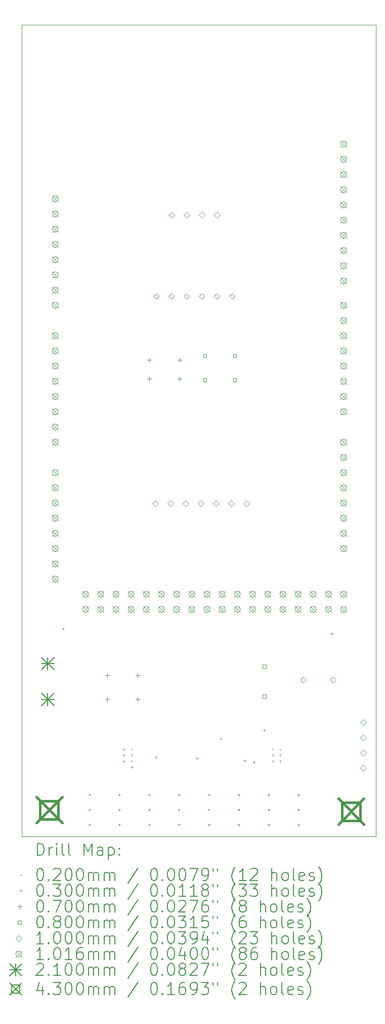
<source format=gbr>
%TF.GenerationSoftware,KiCad,Pcbnew,8.0.6-8.0.6-0~ubuntu24.04.1*%
%TF.CreationDate,2024-10-21T11:59:29+02:00*%
%TF.ProjectId,K3NG-rotator-shield,4b334e47-2d72-46f7-9461-746f722d7368,rev?*%
%TF.SameCoordinates,Original*%
%TF.FileFunction,Drillmap*%
%TF.FilePolarity,Positive*%
%FSLAX45Y45*%
G04 Gerber Fmt 4.5, Leading zero omitted, Abs format (unit mm)*
G04 Created by KiCad (PCBNEW 8.0.6-8.0.6-0~ubuntu24.04.1) date 2024-10-21 11:59:29*
%MOMM*%
%LPD*%
G01*
G04 APERTURE LIST*
%ADD10C,0.050000*%
%ADD11C,0.200000*%
%ADD12C,0.100000*%
%ADD13C,0.101600*%
%ADD14C,0.210000*%
%ADD15C,0.430000*%
G04 APERTURE END LIST*
D10*
X18791000Y-2383000D02*
X12866000Y-2383000D01*
X12866000Y-15943000D01*
X18791000Y-15943000D01*
X18791000Y-2383000D01*
D11*
D12*
X14560500Y-14473500D02*
X14580500Y-14493500D01*
X14580500Y-14473500D02*
X14560500Y-14493500D01*
X14560500Y-14573500D02*
X14580500Y-14593500D01*
X14580500Y-14573500D02*
X14560500Y-14593500D01*
X14560500Y-14673500D02*
X14580500Y-14693500D01*
X14580500Y-14673500D02*
X14560500Y-14693500D01*
X14690500Y-14473500D02*
X14710500Y-14493500D01*
X14710500Y-14473500D02*
X14690500Y-14493500D01*
X14690500Y-14573500D02*
X14710500Y-14593500D01*
X14710500Y-14573500D02*
X14690500Y-14593500D01*
X14690500Y-14673500D02*
X14710500Y-14693500D01*
X14710500Y-14673500D02*
X14690500Y-14693500D01*
X17052500Y-14473500D02*
X17072500Y-14493500D01*
X17072500Y-14473500D02*
X17052500Y-14493500D01*
X17052500Y-14573500D02*
X17072500Y-14593500D01*
X17072500Y-14573500D02*
X17052500Y-14593500D01*
X17052500Y-14673500D02*
X17072500Y-14693500D01*
X17072500Y-14673500D02*
X17052500Y-14693500D01*
X17182500Y-14473500D02*
X17202500Y-14493500D01*
X17202500Y-14473500D02*
X17182500Y-14493500D01*
X17182500Y-14573500D02*
X17202500Y-14593500D01*
X17202500Y-14573500D02*
X17182500Y-14593500D01*
X17182500Y-14673500D02*
X17202500Y-14693500D01*
X17202500Y-14673500D02*
X17182500Y-14693500D01*
X13575000Y-12480000D02*
G75*
G02*
X13545000Y-12480000I-15000J0D01*
G01*
X13545000Y-12480000D02*
G75*
G02*
X13575000Y-12480000I15000J0D01*
G01*
X14015000Y-15250000D02*
G75*
G02*
X13985000Y-15250000I-15000J0D01*
G01*
X13985000Y-15250000D02*
G75*
G02*
X14015000Y-15250000I15000J0D01*
G01*
X14015000Y-15500000D02*
G75*
G02*
X13985000Y-15500000I-15000J0D01*
G01*
X13985000Y-15500000D02*
G75*
G02*
X14015000Y-15500000I15000J0D01*
G01*
X14015000Y-15750000D02*
G75*
G02*
X13985000Y-15750000I-15000J0D01*
G01*
X13985000Y-15750000D02*
G75*
G02*
X14015000Y-15750000I15000J0D01*
G01*
X14515000Y-15250000D02*
G75*
G02*
X14485000Y-15250000I-15000J0D01*
G01*
X14485000Y-15250000D02*
G75*
G02*
X14515000Y-15250000I15000J0D01*
G01*
X14515000Y-15500000D02*
G75*
G02*
X14485000Y-15500000I-15000J0D01*
G01*
X14485000Y-15500000D02*
G75*
G02*
X14515000Y-15500000I15000J0D01*
G01*
X14515000Y-15750000D02*
G75*
G02*
X14485000Y-15750000I-15000J0D01*
G01*
X14485000Y-15750000D02*
G75*
G02*
X14515000Y-15750000I15000J0D01*
G01*
X14727470Y-14788080D02*
G75*
G02*
X14697470Y-14788080I-15000J0D01*
G01*
X14697470Y-14788080D02*
G75*
G02*
X14727470Y-14788080I15000J0D01*
G01*
X15015000Y-15250000D02*
G75*
G02*
X14985000Y-15250000I-15000J0D01*
G01*
X14985000Y-15250000D02*
G75*
G02*
X15015000Y-15250000I15000J0D01*
G01*
X15015000Y-15500000D02*
G75*
G02*
X14985000Y-15500000I-15000J0D01*
G01*
X14985000Y-15500000D02*
G75*
G02*
X15015000Y-15500000I15000J0D01*
G01*
X15015000Y-15750000D02*
G75*
G02*
X14985000Y-15750000I-15000J0D01*
G01*
X14985000Y-15750000D02*
G75*
G02*
X15015000Y-15750000I15000J0D01*
G01*
X15132970Y-14621110D02*
G75*
G02*
X15102970Y-14621110I-15000J0D01*
G01*
X15102970Y-14621110D02*
G75*
G02*
X15132970Y-14621110I15000J0D01*
G01*
X15515000Y-15250000D02*
G75*
G02*
X15485000Y-15250000I-15000J0D01*
G01*
X15485000Y-15250000D02*
G75*
G02*
X15515000Y-15250000I15000J0D01*
G01*
X15515000Y-15500000D02*
G75*
G02*
X15485000Y-15500000I-15000J0D01*
G01*
X15485000Y-15500000D02*
G75*
G02*
X15515000Y-15500000I15000J0D01*
G01*
X15515000Y-15750000D02*
G75*
G02*
X15485000Y-15750000I-15000J0D01*
G01*
X15485000Y-15750000D02*
G75*
G02*
X15515000Y-15750000I15000J0D01*
G01*
X15815000Y-14640000D02*
G75*
G02*
X15785000Y-14640000I-15000J0D01*
G01*
X15785000Y-14640000D02*
G75*
G02*
X15815000Y-14640000I15000J0D01*
G01*
X16015000Y-15250000D02*
G75*
G02*
X15985000Y-15250000I-15000J0D01*
G01*
X15985000Y-15250000D02*
G75*
G02*
X16015000Y-15250000I15000J0D01*
G01*
X16015000Y-15500000D02*
G75*
G02*
X15985000Y-15500000I-15000J0D01*
G01*
X15985000Y-15500000D02*
G75*
G02*
X16015000Y-15500000I15000J0D01*
G01*
X16015000Y-15750000D02*
G75*
G02*
X15985000Y-15750000I-15000J0D01*
G01*
X15985000Y-15750000D02*
G75*
G02*
X16015000Y-15750000I15000J0D01*
G01*
X16215000Y-14313310D02*
G75*
G02*
X16185000Y-14313310I-15000J0D01*
G01*
X16185000Y-14313310D02*
G75*
G02*
X16215000Y-14313310I15000J0D01*
G01*
X16515000Y-15250000D02*
G75*
G02*
X16485000Y-15250000I-15000J0D01*
G01*
X16485000Y-15250000D02*
G75*
G02*
X16515000Y-15250000I15000J0D01*
G01*
X16515000Y-15500000D02*
G75*
G02*
X16485000Y-15500000I-15000J0D01*
G01*
X16485000Y-15500000D02*
G75*
G02*
X16515000Y-15500000I15000J0D01*
G01*
X16515000Y-15750000D02*
G75*
G02*
X16485000Y-15750000I-15000J0D01*
G01*
X16485000Y-15750000D02*
G75*
G02*
X16515000Y-15750000I15000J0D01*
G01*
X16615000Y-14680000D02*
G75*
G02*
X16585000Y-14680000I-15000J0D01*
G01*
X16585000Y-14680000D02*
G75*
G02*
X16615000Y-14680000I15000J0D01*
G01*
X16769650Y-14707190D02*
G75*
G02*
X16739650Y-14707190I-15000J0D01*
G01*
X16739650Y-14707190D02*
G75*
G02*
X16769650Y-14707190I15000J0D01*
G01*
X16941840Y-14169980D02*
G75*
G02*
X16911840Y-14169980I-15000J0D01*
G01*
X16911840Y-14169980D02*
G75*
G02*
X16941840Y-14169980I15000J0D01*
G01*
X17015000Y-15250000D02*
G75*
G02*
X16985000Y-15250000I-15000J0D01*
G01*
X16985000Y-15250000D02*
G75*
G02*
X17015000Y-15250000I15000J0D01*
G01*
X17015000Y-15500000D02*
G75*
G02*
X16985000Y-15500000I-15000J0D01*
G01*
X16985000Y-15500000D02*
G75*
G02*
X17015000Y-15500000I15000J0D01*
G01*
X17015000Y-15750000D02*
G75*
G02*
X16985000Y-15750000I-15000J0D01*
G01*
X16985000Y-15750000D02*
G75*
G02*
X17015000Y-15750000I15000J0D01*
G01*
X17515000Y-15250000D02*
G75*
G02*
X17485000Y-15250000I-15000J0D01*
G01*
X17485000Y-15250000D02*
G75*
G02*
X17515000Y-15250000I15000J0D01*
G01*
X17515000Y-15500000D02*
G75*
G02*
X17485000Y-15500000I-15000J0D01*
G01*
X17485000Y-15500000D02*
G75*
G02*
X17515000Y-15500000I15000J0D01*
G01*
X17515000Y-15750000D02*
G75*
G02*
X17485000Y-15750000I-15000J0D01*
G01*
X17485000Y-15750000D02*
G75*
G02*
X17515000Y-15750000I15000J0D01*
G01*
X18072880Y-12557970D02*
G75*
G02*
X18042880Y-12557970I-15000J0D01*
G01*
X18042880Y-12557970D02*
G75*
G02*
X18072880Y-12557970I15000J0D01*
G01*
X14292000Y-13215000D02*
X14292000Y-13285000D01*
X14257000Y-13250000D02*
X14327000Y-13250000D01*
X14292000Y-13615000D02*
X14292000Y-13685000D01*
X14257000Y-13650000D02*
X14327000Y-13650000D01*
X14800000Y-13215000D02*
X14800000Y-13285000D01*
X14765000Y-13250000D02*
X14835000Y-13250000D01*
X14800000Y-13615000D02*
X14800000Y-13685000D01*
X14765000Y-13650000D02*
X14835000Y-13650000D01*
X15000000Y-7950000D02*
X15000000Y-8020000D01*
X14965000Y-7985000D02*
X15035000Y-7985000D01*
X15000000Y-8265000D02*
X15000000Y-8335000D01*
X14965000Y-8300000D02*
X15035000Y-8300000D01*
X15508000Y-7950000D02*
X15508000Y-8020000D01*
X15473000Y-7985000D02*
X15543000Y-7985000D01*
X15508000Y-8265000D02*
X15508000Y-8335000D01*
X15473000Y-8300000D02*
X15543000Y-8300000D01*
X15956284Y-7943284D02*
X15956284Y-7886715D01*
X15899715Y-7886715D01*
X15899715Y-7943284D01*
X15956284Y-7943284D01*
X15956284Y-8348284D02*
X15956284Y-8291715D01*
X15899715Y-8291715D01*
X15899715Y-8348284D01*
X15956284Y-8348284D01*
X16456284Y-7943284D02*
X16456284Y-7886715D01*
X16399715Y-7886715D01*
X16399715Y-7943284D01*
X16456284Y-7943284D01*
X16456284Y-8348284D02*
X16456284Y-8291715D01*
X16399715Y-8291715D01*
X16399715Y-8348284D01*
X16456284Y-8348284D01*
X16953285Y-13128284D02*
X16953285Y-13071715D01*
X16896716Y-13071715D01*
X16896716Y-13128284D01*
X16953285Y-13128284D01*
X16953285Y-13628284D02*
X16953285Y-13571715D01*
X16896716Y-13571715D01*
X16896716Y-13628284D01*
X16953285Y-13628284D01*
X15098000Y-10430000D02*
X15148000Y-10380000D01*
X15098000Y-10330000D01*
X15048000Y-10380000D01*
X15098000Y-10430000D01*
X15112000Y-6970000D02*
X15162000Y-6920000D01*
X15112000Y-6870000D01*
X15062000Y-6920000D01*
X15112000Y-6970000D01*
X15352000Y-10430000D02*
X15402000Y-10380000D01*
X15352000Y-10330000D01*
X15302000Y-10380000D01*
X15352000Y-10430000D01*
X15366000Y-6970000D02*
X15416000Y-6920000D01*
X15366000Y-6870000D01*
X15316000Y-6920000D01*
X15366000Y-6970000D01*
X15372000Y-5610000D02*
X15422000Y-5560000D01*
X15372000Y-5510000D01*
X15322000Y-5560000D01*
X15372000Y-5610000D01*
X15606000Y-10430000D02*
X15656000Y-10380000D01*
X15606000Y-10330000D01*
X15556000Y-10380000D01*
X15606000Y-10430000D01*
X15620000Y-6970000D02*
X15670000Y-6920000D01*
X15620000Y-6870000D01*
X15570000Y-6920000D01*
X15620000Y-6970000D01*
X15626000Y-5610000D02*
X15676000Y-5560000D01*
X15626000Y-5510000D01*
X15576000Y-5560000D01*
X15626000Y-5610000D01*
X15860000Y-10430000D02*
X15910000Y-10380000D01*
X15860000Y-10330000D01*
X15810000Y-10380000D01*
X15860000Y-10430000D01*
X15874000Y-6970000D02*
X15924000Y-6920000D01*
X15874000Y-6870000D01*
X15824000Y-6920000D01*
X15874000Y-6970000D01*
X15880000Y-5610000D02*
X15930000Y-5560000D01*
X15880000Y-5510000D01*
X15830000Y-5560000D01*
X15880000Y-5610000D01*
X16114000Y-10430000D02*
X16164000Y-10380000D01*
X16114000Y-10330000D01*
X16064000Y-10380000D01*
X16114000Y-10430000D01*
X16128000Y-6970000D02*
X16178000Y-6920000D01*
X16128000Y-6870000D01*
X16078000Y-6920000D01*
X16128000Y-6970000D01*
X16134000Y-5610000D02*
X16184000Y-5560000D01*
X16134000Y-5510000D01*
X16084000Y-5560000D01*
X16134000Y-5610000D01*
X16368000Y-10430000D02*
X16418000Y-10380000D01*
X16368000Y-10330000D01*
X16318000Y-10380000D01*
X16368000Y-10430000D01*
X16382000Y-6970000D02*
X16432000Y-6920000D01*
X16382000Y-6870000D01*
X16332000Y-6920000D01*
X16382000Y-6970000D01*
X16622000Y-10430000D02*
X16672000Y-10380000D01*
X16622000Y-10330000D01*
X16572000Y-10380000D01*
X16622000Y-10430000D01*
X17575000Y-13375000D02*
X17625000Y-13325000D01*
X17575000Y-13275000D01*
X17525000Y-13325000D01*
X17575000Y-13375000D01*
X18075000Y-13375000D02*
X18125000Y-13325000D01*
X18075000Y-13275000D01*
X18025000Y-13325000D01*
X18075000Y-13375000D01*
X18580000Y-14090000D02*
X18630000Y-14040000D01*
X18580000Y-13990000D01*
X18530000Y-14040000D01*
X18580000Y-14090000D01*
X18580000Y-14344000D02*
X18630000Y-14294000D01*
X18580000Y-14244000D01*
X18530000Y-14294000D01*
X18580000Y-14344000D01*
X18580000Y-14598000D02*
X18630000Y-14548000D01*
X18580000Y-14498000D01*
X18530000Y-14548000D01*
X18580000Y-14598000D01*
X18580000Y-14852000D02*
X18630000Y-14802000D01*
X18580000Y-14752000D01*
X18530000Y-14802000D01*
X18580000Y-14852000D01*
D13*
X13374200Y-5241200D02*
X13475800Y-5342800D01*
X13475800Y-5241200D02*
X13374200Y-5342800D01*
X13475800Y-5292000D02*
G75*
G02*
X13374200Y-5292000I-50800J0D01*
G01*
X13374200Y-5292000D02*
G75*
G02*
X13475800Y-5292000I50800J0D01*
G01*
X13374200Y-5495200D02*
X13475800Y-5596800D01*
X13475800Y-5495200D02*
X13374200Y-5596800D01*
X13475800Y-5546000D02*
G75*
G02*
X13374200Y-5546000I-50800J0D01*
G01*
X13374200Y-5546000D02*
G75*
G02*
X13475800Y-5546000I50800J0D01*
G01*
X13374200Y-5749200D02*
X13475800Y-5850800D01*
X13475800Y-5749200D02*
X13374200Y-5850800D01*
X13475800Y-5800000D02*
G75*
G02*
X13374200Y-5800000I-50800J0D01*
G01*
X13374200Y-5800000D02*
G75*
G02*
X13475800Y-5800000I50800J0D01*
G01*
X13374200Y-6003200D02*
X13475800Y-6104800D01*
X13475800Y-6003200D02*
X13374200Y-6104800D01*
X13475800Y-6054000D02*
G75*
G02*
X13374200Y-6054000I-50800J0D01*
G01*
X13374200Y-6054000D02*
G75*
G02*
X13475800Y-6054000I50800J0D01*
G01*
X13374200Y-6257200D02*
X13475800Y-6358800D01*
X13475800Y-6257200D02*
X13374200Y-6358800D01*
X13475800Y-6308000D02*
G75*
G02*
X13374200Y-6308000I-50800J0D01*
G01*
X13374200Y-6308000D02*
G75*
G02*
X13475800Y-6308000I50800J0D01*
G01*
X13374200Y-6511200D02*
X13475800Y-6612800D01*
X13475800Y-6511200D02*
X13374200Y-6612800D01*
X13475800Y-6562000D02*
G75*
G02*
X13374200Y-6562000I-50800J0D01*
G01*
X13374200Y-6562000D02*
G75*
G02*
X13475800Y-6562000I50800J0D01*
G01*
X13374200Y-6765200D02*
X13475800Y-6866800D01*
X13475800Y-6765200D02*
X13374200Y-6866800D01*
X13475800Y-6816000D02*
G75*
G02*
X13374200Y-6816000I-50800J0D01*
G01*
X13374200Y-6816000D02*
G75*
G02*
X13475800Y-6816000I50800J0D01*
G01*
X13374200Y-7019200D02*
X13475800Y-7120800D01*
X13475800Y-7019200D02*
X13374200Y-7120800D01*
X13475800Y-7070000D02*
G75*
G02*
X13374200Y-7070000I-50800J0D01*
G01*
X13374200Y-7070000D02*
G75*
G02*
X13475800Y-7070000I50800J0D01*
G01*
X13374200Y-7527200D02*
X13475800Y-7628800D01*
X13475800Y-7527200D02*
X13374200Y-7628800D01*
X13475800Y-7578000D02*
G75*
G02*
X13374200Y-7578000I-50800J0D01*
G01*
X13374200Y-7578000D02*
G75*
G02*
X13475800Y-7578000I50800J0D01*
G01*
X13374200Y-7781200D02*
X13475800Y-7882800D01*
X13475800Y-7781200D02*
X13374200Y-7882800D01*
X13475800Y-7832000D02*
G75*
G02*
X13374200Y-7832000I-50800J0D01*
G01*
X13374200Y-7832000D02*
G75*
G02*
X13475800Y-7832000I50800J0D01*
G01*
X13374200Y-8035200D02*
X13475800Y-8136800D01*
X13475800Y-8035200D02*
X13374200Y-8136800D01*
X13475800Y-8086000D02*
G75*
G02*
X13374200Y-8086000I-50800J0D01*
G01*
X13374200Y-8086000D02*
G75*
G02*
X13475800Y-8086000I50800J0D01*
G01*
X13374200Y-8289200D02*
X13475800Y-8390800D01*
X13475800Y-8289200D02*
X13374200Y-8390800D01*
X13475800Y-8340000D02*
G75*
G02*
X13374200Y-8340000I-50800J0D01*
G01*
X13374200Y-8340000D02*
G75*
G02*
X13475800Y-8340000I50800J0D01*
G01*
X13374200Y-8543200D02*
X13475800Y-8644800D01*
X13475800Y-8543200D02*
X13374200Y-8644800D01*
X13475800Y-8594000D02*
G75*
G02*
X13374200Y-8594000I-50800J0D01*
G01*
X13374200Y-8594000D02*
G75*
G02*
X13475800Y-8594000I50800J0D01*
G01*
X13374200Y-8797200D02*
X13475800Y-8898800D01*
X13475800Y-8797200D02*
X13374200Y-8898800D01*
X13475800Y-8848000D02*
G75*
G02*
X13374200Y-8848000I-50800J0D01*
G01*
X13374200Y-8848000D02*
G75*
G02*
X13475800Y-8848000I50800J0D01*
G01*
X13374200Y-9051200D02*
X13475800Y-9152800D01*
X13475800Y-9051200D02*
X13374200Y-9152800D01*
X13475800Y-9102000D02*
G75*
G02*
X13374200Y-9102000I-50800J0D01*
G01*
X13374200Y-9102000D02*
G75*
G02*
X13475800Y-9102000I50800J0D01*
G01*
X13374200Y-9305200D02*
X13475800Y-9406800D01*
X13475800Y-9305200D02*
X13374200Y-9406800D01*
X13475800Y-9356000D02*
G75*
G02*
X13374200Y-9356000I-50800J0D01*
G01*
X13374200Y-9356000D02*
G75*
G02*
X13475800Y-9356000I50800J0D01*
G01*
X13374200Y-9813200D02*
X13475800Y-9914800D01*
X13475800Y-9813200D02*
X13374200Y-9914800D01*
X13475800Y-9864000D02*
G75*
G02*
X13374200Y-9864000I-50800J0D01*
G01*
X13374200Y-9864000D02*
G75*
G02*
X13475800Y-9864000I50800J0D01*
G01*
X13374200Y-10067200D02*
X13475800Y-10168800D01*
X13475800Y-10067200D02*
X13374200Y-10168800D01*
X13475800Y-10118000D02*
G75*
G02*
X13374200Y-10118000I-50800J0D01*
G01*
X13374200Y-10118000D02*
G75*
G02*
X13475800Y-10118000I50800J0D01*
G01*
X13374200Y-10321200D02*
X13475800Y-10422800D01*
X13475800Y-10321200D02*
X13374200Y-10422800D01*
X13475800Y-10372000D02*
G75*
G02*
X13374200Y-10372000I-50800J0D01*
G01*
X13374200Y-10372000D02*
G75*
G02*
X13475800Y-10372000I50800J0D01*
G01*
X13374200Y-10575200D02*
X13475800Y-10676800D01*
X13475800Y-10575200D02*
X13374200Y-10676800D01*
X13475800Y-10626000D02*
G75*
G02*
X13374200Y-10626000I-50800J0D01*
G01*
X13374200Y-10626000D02*
G75*
G02*
X13475800Y-10626000I50800J0D01*
G01*
X13374200Y-10829200D02*
X13475800Y-10930800D01*
X13475800Y-10829200D02*
X13374200Y-10930800D01*
X13475800Y-10880000D02*
G75*
G02*
X13374200Y-10880000I-50800J0D01*
G01*
X13374200Y-10880000D02*
G75*
G02*
X13475800Y-10880000I50800J0D01*
G01*
X13374200Y-11083200D02*
X13475800Y-11184800D01*
X13475800Y-11083200D02*
X13374200Y-11184800D01*
X13475800Y-11134000D02*
G75*
G02*
X13374200Y-11134000I-50800J0D01*
G01*
X13374200Y-11134000D02*
G75*
G02*
X13475800Y-11134000I50800J0D01*
G01*
X13374200Y-11337200D02*
X13475800Y-11438800D01*
X13475800Y-11337200D02*
X13374200Y-11438800D01*
X13475800Y-11388000D02*
G75*
G02*
X13374200Y-11388000I-50800J0D01*
G01*
X13374200Y-11388000D02*
G75*
G02*
X13475800Y-11388000I50800J0D01*
G01*
X13374200Y-11591200D02*
X13475800Y-11692800D01*
X13475800Y-11591200D02*
X13374200Y-11692800D01*
X13475800Y-11642000D02*
G75*
G02*
X13374200Y-11642000I-50800J0D01*
G01*
X13374200Y-11642000D02*
G75*
G02*
X13475800Y-11642000I50800J0D01*
G01*
X13882200Y-11845200D02*
X13983800Y-11946800D01*
X13983800Y-11845200D02*
X13882200Y-11946800D01*
X13983800Y-11896000D02*
G75*
G02*
X13882200Y-11896000I-50800J0D01*
G01*
X13882200Y-11896000D02*
G75*
G02*
X13983800Y-11896000I50800J0D01*
G01*
X13882200Y-12099200D02*
X13983800Y-12200800D01*
X13983800Y-12099200D02*
X13882200Y-12200800D01*
X13983800Y-12150000D02*
G75*
G02*
X13882200Y-12150000I-50800J0D01*
G01*
X13882200Y-12150000D02*
G75*
G02*
X13983800Y-12150000I50800J0D01*
G01*
X14136200Y-11845200D02*
X14237800Y-11946800D01*
X14237800Y-11845200D02*
X14136200Y-11946800D01*
X14237800Y-11896000D02*
G75*
G02*
X14136200Y-11896000I-50800J0D01*
G01*
X14136200Y-11896000D02*
G75*
G02*
X14237800Y-11896000I50800J0D01*
G01*
X14136200Y-12099200D02*
X14237800Y-12200800D01*
X14237800Y-12099200D02*
X14136200Y-12200800D01*
X14237800Y-12150000D02*
G75*
G02*
X14136200Y-12150000I-50800J0D01*
G01*
X14136200Y-12150000D02*
G75*
G02*
X14237800Y-12150000I50800J0D01*
G01*
X14390200Y-11845200D02*
X14491800Y-11946800D01*
X14491800Y-11845200D02*
X14390200Y-11946800D01*
X14491800Y-11896000D02*
G75*
G02*
X14390200Y-11896000I-50800J0D01*
G01*
X14390200Y-11896000D02*
G75*
G02*
X14491800Y-11896000I50800J0D01*
G01*
X14390200Y-12099200D02*
X14491800Y-12200800D01*
X14491800Y-12099200D02*
X14390200Y-12200800D01*
X14491800Y-12150000D02*
G75*
G02*
X14390200Y-12150000I-50800J0D01*
G01*
X14390200Y-12150000D02*
G75*
G02*
X14491800Y-12150000I50800J0D01*
G01*
X14644200Y-11845200D02*
X14745800Y-11946800D01*
X14745800Y-11845200D02*
X14644200Y-11946800D01*
X14745800Y-11896000D02*
G75*
G02*
X14644200Y-11896000I-50800J0D01*
G01*
X14644200Y-11896000D02*
G75*
G02*
X14745800Y-11896000I50800J0D01*
G01*
X14644200Y-12099200D02*
X14745800Y-12200800D01*
X14745800Y-12099200D02*
X14644200Y-12200800D01*
X14745800Y-12150000D02*
G75*
G02*
X14644200Y-12150000I-50800J0D01*
G01*
X14644200Y-12150000D02*
G75*
G02*
X14745800Y-12150000I50800J0D01*
G01*
X14898200Y-11845200D02*
X14999800Y-11946800D01*
X14999800Y-11845200D02*
X14898200Y-11946800D01*
X14999800Y-11896000D02*
G75*
G02*
X14898200Y-11896000I-50800J0D01*
G01*
X14898200Y-11896000D02*
G75*
G02*
X14999800Y-11896000I50800J0D01*
G01*
X14898200Y-12099200D02*
X14999800Y-12200800D01*
X14999800Y-12099200D02*
X14898200Y-12200800D01*
X14999800Y-12150000D02*
G75*
G02*
X14898200Y-12150000I-50800J0D01*
G01*
X14898200Y-12150000D02*
G75*
G02*
X14999800Y-12150000I50800J0D01*
G01*
X15152200Y-11845200D02*
X15253800Y-11946800D01*
X15253800Y-11845200D02*
X15152200Y-11946800D01*
X15253800Y-11896000D02*
G75*
G02*
X15152200Y-11896000I-50800J0D01*
G01*
X15152200Y-11896000D02*
G75*
G02*
X15253800Y-11896000I50800J0D01*
G01*
X15152200Y-12099200D02*
X15253800Y-12200800D01*
X15253800Y-12099200D02*
X15152200Y-12200800D01*
X15253800Y-12150000D02*
G75*
G02*
X15152200Y-12150000I-50800J0D01*
G01*
X15152200Y-12150000D02*
G75*
G02*
X15253800Y-12150000I50800J0D01*
G01*
X15406200Y-11845200D02*
X15507800Y-11946800D01*
X15507800Y-11845200D02*
X15406200Y-11946800D01*
X15507800Y-11896000D02*
G75*
G02*
X15406200Y-11896000I-50800J0D01*
G01*
X15406200Y-11896000D02*
G75*
G02*
X15507800Y-11896000I50800J0D01*
G01*
X15406200Y-12099200D02*
X15507800Y-12200800D01*
X15507800Y-12099200D02*
X15406200Y-12200800D01*
X15507800Y-12150000D02*
G75*
G02*
X15406200Y-12150000I-50800J0D01*
G01*
X15406200Y-12150000D02*
G75*
G02*
X15507800Y-12150000I50800J0D01*
G01*
X15660200Y-11845200D02*
X15761800Y-11946800D01*
X15761800Y-11845200D02*
X15660200Y-11946800D01*
X15761800Y-11896000D02*
G75*
G02*
X15660200Y-11896000I-50800J0D01*
G01*
X15660200Y-11896000D02*
G75*
G02*
X15761800Y-11896000I50800J0D01*
G01*
X15660200Y-12099200D02*
X15761800Y-12200800D01*
X15761800Y-12099200D02*
X15660200Y-12200800D01*
X15761800Y-12150000D02*
G75*
G02*
X15660200Y-12150000I-50800J0D01*
G01*
X15660200Y-12150000D02*
G75*
G02*
X15761800Y-12150000I50800J0D01*
G01*
X15914200Y-11845200D02*
X16015800Y-11946800D01*
X16015800Y-11845200D02*
X15914200Y-11946800D01*
X16015800Y-11896000D02*
G75*
G02*
X15914200Y-11896000I-50800J0D01*
G01*
X15914200Y-11896000D02*
G75*
G02*
X16015800Y-11896000I50800J0D01*
G01*
X15914200Y-12099200D02*
X16015800Y-12200800D01*
X16015800Y-12099200D02*
X15914200Y-12200800D01*
X16015800Y-12150000D02*
G75*
G02*
X15914200Y-12150000I-50800J0D01*
G01*
X15914200Y-12150000D02*
G75*
G02*
X16015800Y-12150000I50800J0D01*
G01*
X16168200Y-11845200D02*
X16269800Y-11946800D01*
X16269800Y-11845200D02*
X16168200Y-11946800D01*
X16269800Y-11896000D02*
G75*
G02*
X16168200Y-11896000I-50800J0D01*
G01*
X16168200Y-11896000D02*
G75*
G02*
X16269800Y-11896000I50800J0D01*
G01*
X16168200Y-12099200D02*
X16269800Y-12200800D01*
X16269800Y-12099200D02*
X16168200Y-12200800D01*
X16269800Y-12150000D02*
G75*
G02*
X16168200Y-12150000I-50800J0D01*
G01*
X16168200Y-12150000D02*
G75*
G02*
X16269800Y-12150000I50800J0D01*
G01*
X16422200Y-11845200D02*
X16523800Y-11946800D01*
X16523800Y-11845200D02*
X16422200Y-11946800D01*
X16523800Y-11896000D02*
G75*
G02*
X16422200Y-11896000I-50800J0D01*
G01*
X16422200Y-11896000D02*
G75*
G02*
X16523800Y-11896000I50800J0D01*
G01*
X16422200Y-12099200D02*
X16523800Y-12200800D01*
X16523800Y-12099200D02*
X16422200Y-12200800D01*
X16523800Y-12150000D02*
G75*
G02*
X16422200Y-12150000I-50800J0D01*
G01*
X16422200Y-12150000D02*
G75*
G02*
X16523800Y-12150000I50800J0D01*
G01*
X16676200Y-11845200D02*
X16777800Y-11946800D01*
X16777800Y-11845200D02*
X16676200Y-11946800D01*
X16777800Y-11896000D02*
G75*
G02*
X16676200Y-11896000I-50800J0D01*
G01*
X16676200Y-11896000D02*
G75*
G02*
X16777800Y-11896000I50800J0D01*
G01*
X16676200Y-12099200D02*
X16777800Y-12200800D01*
X16777800Y-12099200D02*
X16676200Y-12200800D01*
X16777800Y-12150000D02*
G75*
G02*
X16676200Y-12150000I-50800J0D01*
G01*
X16676200Y-12150000D02*
G75*
G02*
X16777800Y-12150000I50800J0D01*
G01*
X16930200Y-11845200D02*
X17031800Y-11946800D01*
X17031800Y-11845200D02*
X16930200Y-11946800D01*
X17031800Y-11896000D02*
G75*
G02*
X16930200Y-11896000I-50800J0D01*
G01*
X16930200Y-11896000D02*
G75*
G02*
X17031800Y-11896000I50800J0D01*
G01*
X16930200Y-12099200D02*
X17031800Y-12200800D01*
X17031800Y-12099200D02*
X16930200Y-12200800D01*
X17031800Y-12150000D02*
G75*
G02*
X16930200Y-12150000I-50800J0D01*
G01*
X16930200Y-12150000D02*
G75*
G02*
X17031800Y-12150000I50800J0D01*
G01*
X17184200Y-11845200D02*
X17285800Y-11946800D01*
X17285800Y-11845200D02*
X17184200Y-11946800D01*
X17285800Y-11896000D02*
G75*
G02*
X17184200Y-11896000I-50800J0D01*
G01*
X17184200Y-11896000D02*
G75*
G02*
X17285800Y-11896000I50800J0D01*
G01*
X17184200Y-12099200D02*
X17285800Y-12200800D01*
X17285800Y-12099200D02*
X17184200Y-12200800D01*
X17285800Y-12150000D02*
G75*
G02*
X17184200Y-12150000I-50800J0D01*
G01*
X17184200Y-12150000D02*
G75*
G02*
X17285800Y-12150000I50800J0D01*
G01*
X17438200Y-11845200D02*
X17539800Y-11946800D01*
X17539800Y-11845200D02*
X17438200Y-11946800D01*
X17539800Y-11896000D02*
G75*
G02*
X17438200Y-11896000I-50800J0D01*
G01*
X17438200Y-11896000D02*
G75*
G02*
X17539800Y-11896000I50800J0D01*
G01*
X17438200Y-12099200D02*
X17539800Y-12200800D01*
X17539800Y-12099200D02*
X17438200Y-12200800D01*
X17539800Y-12150000D02*
G75*
G02*
X17438200Y-12150000I-50800J0D01*
G01*
X17438200Y-12150000D02*
G75*
G02*
X17539800Y-12150000I50800J0D01*
G01*
X17692200Y-11845200D02*
X17793800Y-11946800D01*
X17793800Y-11845200D02*
X17692200Y-11946800D01*
X17793800Y-11896000D02*
G75*
G02*
X17692200Y-11896000I-50800J0D01*
G01*
X17692200Y-11896000D02*
G75*
G02*
X17793800Y-11896000I50800J0D01*
G01*
X17692200Y-12099200D02*
X17793800Y-12200800D01*
X17793800Y-12099200D02*
X17692200Y-12200800D01*
X17793800Y-12150000D02*
G75*
G02*
X17692200Y-12150000I-50800J0D01*
G01*
X17692200Y-12150000D02*
G75*
G02*
X17793800Y-12150000I50800J0D01*
G01*
X17946200Y-11845200D02*
X18047800Y-11946800D01*
X18047800Y-11845200D02*
X17946200Y-11946800D01*
X18047800Y-11896000D02*
G75*
G02*
X17946200Y-11896000I-50800J0D01*
G01*
X17946200Y-11896000D02*
G75*
G02*
X18047800Y-11896000I50800J0D01*
G01*
X17946200Y-12099200D02*
X18047800Y-12200800D01*
X18047800Y-12099200D02*
X17946200Y-12200800D01*
X18047800Y-12150000D02*
G75*
G02*
X17946200Y-12150000I-50800J0D01*
G01*
X17946200Y-12150000D02*
G75*
G02*
X18047800Y-12150000I50800J0D01*
G01*
X18200200Y-4326800D02*
X18301800Y-4428400D01*
X18301800Y-4326800D02*
X18200200Y-4428400D01*
X18301800Y-4377600D02*
G75*
G02*
X18200200Y-4377600I-50800J0D01*
G01*
X18200200Y-4377600D02*
G75*
G02*
X18301800Y-4377600I50800J0D01*
G01*
X18200200Y-4580800D02*
X18301800Y-4682400D01*
X18301800Y-4580800D02*
X18200200Y-4682400D01*
X18301800Y-4631600D02*
G75*
G02*
X18200200Y-4631600I-50800J0D01*
G01*
X18200200Y-4631600D02*
G75*
G02*
X18301800Y-4631600I50800J0D01*
G01*
X18200200Y-4834800D02*
X18301800Y-4936400D01*
X18301800Y-4834800D02*
X18200200Y-4936400D01*
X18301800Y-4885600D02*
G75*
G02*
X18200200Y-4885600I-50800J0D01*
G01*
X18200200Y-4885600D02*
G75*
G02*
X18301800Y-4885600I50800J0D01*
G01*
X18200200Y-5088800D02*
X18301800Y-5190400D01*
X18301800Y-5088800D02*
X18200200Y-5190400D01*
X18301800Y-5139600D02*
G75*
G02*
X18200200Y-5139600I-50800J0D01*
G01*
X18200200Y-5139600D02*
G75*
G02*
X18301800Y-5139600I50800J0D01*
G01*
X18200200Y-5342800D02*
X18301800Y-5444400D01*
X18301800Y-5342800D02*
X18200200Y-5444400D01*
X18301800Y-5393600D02*
G75*
G02*
X18200200Y-5393600I-50800J0D01*
G01*
X18200200Y-5393600D02*
G75*
G02*
X18301800Y-5393600I50800J0D01*
G01*
X18200200Y-5596800D02*
X18301800Y-5698400D01*
X18301800Y-5596800D02*
X18200200Y-5698400D01*
X18301800Y-5647600D02*
G75*
G02*
X18200200Y-5647600I-50800J0D01*
G01*
X18200200Y-5647600D02*
G75*
G02*
X18301800Y-5647600I50800J0D01*
G01*
X18200200Y-5850800D02*
X18301800Y-5952400D01*
X18301800Y-5850800D02*
X18200200Y-5952400D01*
X18301800Y-5901600D02*
G75*
G02*
X18200200Y-5901600I-50800J0D01*
G01*
X18200200Y-5901600D02*
G75*
G02*
X18301800Y-5901600I50800J0D01*
G01*
X18200200Y-6104800D02*
X18301800Y-6206400D01*
X18301800Y-6104800D02*
X18200200Y-6206400D01*
X18301800Y-6155600D02*
G75*
G02*
X18200200Y-6155600I-50800J0D01*
G01*
X18200200Y-6155600D02*
G75*
G02*
X18301800Y-6155600I50800J0D01*
G01*
X18200200Y-6358800D02*
X18301800Y-6460400D01*
X18301800Y-6358800D02*
X18200200Y-6460400D01*
X18301800Y-6409600D02*
G75*
G02*
X18200200Y-6409600I-50800J0D01*
G01*
X18200200Y-6409600D02*
G75*
G02*
X18301800Y-6409600I50800J0D01*
G01*
X18200200Y-6612800D02*
X18301800Y-6714400D01*
X18301800Y-6612800D02*
X18200200Y-6714400D01*
X18301800Y-6663600D02*
G75*
G02*
X18200200Y-6663600I-50800J0D01*
G01*
X18200200Y-6663600D02*
G75*
G02*
X18301800Y-6663600I50800J0D01*
G01*
X18200200Y-7019200D02*
X18301800Y-7120800D01*
X18301800Y-7019200D02*
X18200200Y-7120800D01*
X18301800Y-7070000D02*
G75*
G02*
X18200200Y-7070000I-50800J0D01*
G01*
X18200200Y-7070000D02*
G75*
G02*
X18301800Y-7070000I50800J0D01*
G01*
X18200200Y-7273200D02*
X18301800Y-7374800D01*
X18301800Y-7273200D02*
X18200200Y-7374800D01*
X18301800Y-7324000D02*
G75*
G02*
X18200200Y-7324000I-50800J0D01*
G01*
X18200200Y-7324000D02*
G75*
G02*
X18301800Y-7324000I50800J0D01*
G01*
X18200200Y-7527200D02*
X18301800Y-7628800D01*
X18301800Y-7527200D02*
X18200200Y-7628800D01*
X18301800Y-7578000D02*
G75*
G02*
X18200200Y-7578000I-50800J0D01*
G01*
X18200200Y-7578000D02*
G75*
G02*
X18301800Y-7578000I50800J0D01*
G01*
X18200200Y-7781200D02*
X18301800Y-7882800D01*
X18301800Y-7781200D02*
X18200200Y-7882800D01*
X18301800Y-7832000D02*
G75*
G02*
X18200200Y-7832000I-50800J0D01*
G01*
X18200200Y-7832000D02*
G75*
G02*
X18301800Y-7832000I50800J0D01*
G01*
X18200200Y-8035200D02*
X18301800Y-8136800D01*
X18301800Y-8035200D02*
X18200200Y-8136800D01*
X18301800Y-8086000D02*
G75*
G02*
X18200200Y-8086000I-50800J0D01*
G01*
X18200200Y-8086000D02*
G75*
G02*
X18301800Y-8086000I50800J0D01*
G01*
X18200200Y-8289200D02*
X18301800Y-8390800D01*
X18301800Y-8289200D02*
X18200200Y-8390800D01*
X18301800Y-8340000D02*
G75*
G02*
X18200200Y-8340000I-50800J0D01*
G01*
X18200200Y-8340000D02*
G75*
G02*
X18301800Y-8340000I50800J0D01*
G01*
X18200200Y-8543200D02*
X18301800Y-8644800D01*
X18301800Y-8543200D02*
X18200200Y-8644800D01*
X18301800Y-8594000D02*
G75*
G02*
X18200200Y-8594000I-50800J0D01*
G01*
X18200200Y-8594000D02*
G75*
G02*
X18301800Y-8594000I50800J0D01*
G01*
X18200200Y-8797200D02*
X18301800Y-8898800D01*
X18301800Y-8797200D02*
X18200200Y-8898800D01*
X18301800Y-8848000D02*
G75*
G02*
X18200200Y-8848000I-50800J0D01*
G01*
X18200200Y-8848000D02*
G75*
G02*
X18301800Y-8848000I50800J0D01*
G01*
X18200200Y-9305200D02*
X18301800Y-9406800D01*
X18301800Y-9305200D02*
X18200200Y-9406800D01*
X18301800Y-9356000D02*
G75*
G02*
X18200200Y-9356000I-50800J0D01*
G01*
X18200200Y-9356000D02*
G75*
G02*
X18301800Y-9356000I50800J0D01*
G01*
X18200200Y-9559200D02*
X18301800Y-9660800D01*
X18301800Y-9559200D02*
X18200200Y-9660800D01*
X18301800Y-9610000D02*
G75*
G02*
X18200200Y-9610000I-50800J0D01*
G01*
X18200200Y-9610000D02*
G75*
G02*
X18301800Y-9610000I50800J0D01*
G01*
X18200200Y-9813200D02*
X18301800Y-9914800D01*
X18301800Y-9813200D02*
X18200200Y-9914800D01*
X18301800Y-9864000D02*
G75*
G02*
X18200200Y-9864000I-50800J0D01*
G01*
X18200200Y-9864000D02*
G75*
G02*
X18301800Y-9864000I50800J0D01*
G01*
X18200200Y-10067200D02*
X18301800Y-10168800D01*
X18301800Y-10067200D02*
X18200200Y-10168800D01*
X18301800Y-10118000D02*
G75*
G02*
X18200200Y-10118000I-50800J0D01*
G01*
X18200200Y-10118000D02*
G75*
G02*
X18301800Y-10118000I50800J0D01*
G01*
X18200200Y-10321200D02*
X18301800Y-10422800D01*
X18301800Y-10321200D02*
X18200200Y-10422800D01*
X18301800Y-10372000D02*
G75*
G02*
X18200200Y-10372000I-50800J0D01*
G01*
X18200200Y-10372000D02*
G75*
G02*
X18301800Y-10372000I50800J0D01*
G01*
X18200200Y-10575200D02*
X18301800Y-10676800D01*
X18301800Y-10575200D02*
X18200200Y-10676800D01*
X18301800Y-10626000D02*
G75*
G02*
X18200200Y-10626000I-50800J0D01*
G01*
X18200200Y-10626000D02*
G75*
G02*
X18301800Y-10626000I50800J0D01*
G01*
X18200200Y-10829200D02*
X18301800Y-10930800D01*
X18301800Y-10829200D02*
X18200200Y-10930800D01*
X18301800Y-10880000D02*
G75*
G02*
X18200200Y-10880000I-50800J0D01*
G01*
X18200200Y-10880000D02*
G75*
G02*
X18301800Y-10880000I50800J0D01*
G01*
X18200200Y-11083200D02*
X18301800Y-11184800D01*
X18301800Y-11083200D02*
X18200200Y-11184800D01*
X18301800Y-11134000D02*
G75*
G02*
X18200200Y-11134000I-50800J0D01*
G01*
X18200200Y-11134000D02*
G75*
G02*
X18301800Y-11134000I50800J0D01*
G01*
X18200200Y-11845200D02*
X18301800Y-11946800D01*
X18301800Y-11845200D02*
X18200200Y-11946800D01*
X18301800Y-11896000D02*
G75*
G02*
X18200200Y-11896000I-50800J0D01*
G01*
X18200200Y-11896000D02*
G75*
G02*
X18301800Y-11896000I50800J0D01*
G01*
X18200200Y-12099200D02*
X18301800Y-12200800D01*
X18301800Y-12099200D02*
X18200200Y-12200800D01*
X18301800Y-12150000D02*
G75*
G02*
X18200200Y-12150000I-50800J0D01*
G01*
X18200200Y-12150000D02*
G75*
G02*
X18301800Y-12150000I50800J0D01*
G01*
D14*
X13195000Y-12949000D02*
X13405000Y-13159000D01*
X13405000Y-12949000D02*
X13195000Y-13159000D01*
X13300000Y-12949000D02*
X13300000Y-13159000D01*
X13195000Y-13054000D02*
X13405000Y-13054000D01*
X13195000Y-13549000D02*
X13405000Y-13759000D01*
X13405000Y-13549000D02*
X13195000Y-13759000D01*
X13300000Y-13549000D02*
X13300000Y-13759000D01*
X13195000Y-13654000D02*
X13405000Y-13654000D01*
D15*
X13110000Y-15285000D02*
X13540000Y-15715000D01*
X13540000Y-15285000D02*
X13110000Y-15715000D01*
X13477029Y-15652029D02*
X13477029Y-15347971D01*
X13172971Y-15347971D01*
X13172971Y-15652029D01*
X13477029Y-15652029D01*
X18160000Y-15310000D02*
X18590000Y-15740000D01*
X18590000Y-15310000D02*
X18160000Y-15740000D01*
X18527029Y-15677029D02*
X18527029Y-15372971D01*
X18222971Y-15372971D01*
X18222971Y-15677029D01*
X18527029Y-15677029D01*
D11*
X13124277Y-16256984D02*
X13124277Y-16056984D01*
X13124277Y-16056984D02*
X13171896Y-16056984D01*
X13171896Y-16056984D02*
X13200467Y-16066508D01*
X13200467Y-16066508D02*
X13219515Y-16085555D01*
X13219515Y-16085555D02*
X13229039Y-16104603D01*
X13229039Y-16104603D02*
X13238562Y-16142698D01*
X13238562Y-16142698D02*
X13238562Y-16171269D01*
X13238562Y-16171269D02*
X13229039Y-16209365D01*
X13229039Y-16209365D02*
X13219515Y-16228412D01*
X13219515Y-16228412D02*
X13200467Y-16247460D01*
X13200467Y-16247460D02*
X13171896Y-16256984D01*
X13171896Y-16256984D02*
X13124277Y-16256984D01*
X13324277Y-16256984D02*
X13324277Y-16123650D01*
X13324277Y-16161746D02*
X13333801Y-16142698D01*
X13333801Y-16142698D02*
X13343324Y-16133174D01*
X13343324Y-16133174D02*
X13362372Y-16123650D01*
X13362372Y-16123650D02*
X13381420Y-16123650D01*
X13448086Y-16256984D02*
X13448086Y-16123650D01*
X13448086Y-16056984D02*
X13438562Y-16066508D01*
X13438562Y-16066508D02*
X13448086Y-16076031D01*
X13448086Y-16076031D02*
X13457610Y-16066508D01*
X13457610Y-16066508D02*
X13448086Y-16056984D01*
X13448086Y-16056984D02*
X13448086Y-16076031D01*
X13571896Y-16256984D02*
X13552848Y-16247460D01*
X13552848Y-16247460D02*
X13543324Y-16228412D01*
X13543324Y-16228412D02*
X13543324Y-16056984D01*
X13676658Y-16256984D02*
X13657610Y-16247460D01*
X13657610Y-16247460D02*
X13648086Y-16228412D01*
X13648086Y-16228412D02*
X13648086Y-16056984D01*
X13905229Y-16256984D02*
X13905229Y-16056984D01*
X13905229Y-16056984D02*
X13971896Y-16199841D01*
X13971896Y-16199841D02*
X14038562Y-16056984D01*
X14038562Y-16056984D02*
X14038562Y-16256984D01*
X14219515Y-16256984D02*
X14219515Y-16152222D01*
X14219515Y-16152222D02*
X14209991Y-16133174D01*
X14209991Y-16133174D02*
X14190943Y-16123650D01*
X14190943Y-16123650D02*
X14152848Y-16123650D01*
X14152848Y-16123650D02*
X14133801Y-16133174D01*
X14219515Y-16247460D02*
X14200467Y-16256984D01*
X14200467Y-16256984D02*
X14152848Y-16256984D01*
X14152848Y-16256984D02*
X14133801Y-16247460D01*
X14133801Y-16247460D02*
X14124277Y-16228412D01*
X14124277Y-16228412D02*
X14124277Y-16209365D01*
X14124277Y-16209365D02*
X14133801Y-16190317D01*
X14133801Y-16190317D02*
X14152848Y-16180793D01*
X14152848Y-16180793D02*
X14200467Y-16180793D01*
X14200467Y-16180793D02*
X14219515Y-16171269D01*
X14314753Y-16123650D02*
X14314753Y-16323650D01*
X14314753Y-16133174D02*
X14333801Y-16123650D01*
X14333801Y-16123650D02*
X14371896Y-16123650D01*
X14371896Y-16123650D02*
X14390943Y-16133174D01*
X14390943Y-16133174D02*
X14400467Y-16142698D01*
X14400467Y-16142698D02*
X14409991Y-16161746D01*
X14409991Y-16161746D02*
X14409991Y-16218888D01*
X14409991Y-16218888D02*
X14400467Y-16237936D01*
X14400467Y-16237936D02*
X14390943Y-16247460D01*
X14390943Y-16247460D02*
X14371896Y-16256984D01*
X14371896Y-16256984D02*
X14333801Y-16256984D01*
X14333801Y-16256984D02*
X14314753Y-16247460D01*
X14495705Y-16237936D02*
X14505229Y-16247460D01*
X14505229Y-16247460D02*
X14495705Y-16256984D01*
X14495705Y-16256984D02*
X14486182Y-16247460D01*
X14486182Y-16247460D02*
X14495705Y-16237936D01*
X14495705Y-16237936D02*
X14495705Y-16256984D01*
X14495705Y-16133174D02*
X14505229Y-16142698D01*
X14505229Y-16142698D02*
X14495705Y-16152222D01*
X14495705Y-16152222D02*
X14486182Y-16142698D01*
X14486182Y-16142698D02*
X14495705Y-16133174D01*
X14495705Y-16133174D02*
X14495705Y-16152222D01*
D12*
X12843500Y-16575500D02*
X12863500Y-16595500D01*
X12863500Y-16575500D02*
X12843500Y-16595500D01*
D11*
X13162372Y-16476984D02*
X13181420Y-16476984D01*
X13181420Y-16476984D02*
X13200467Y-16486508D01*
X13200467Y-16486508D02*
X13209991Y-16496031D01*
X13209991Y-16496031D02*
X13219515Y-16515079D01*
X13219515Y-16515079D02*
X13229039Y-16553174D01*
X13229039Y-16553174D02*
X13229039Y-16600793D01*
X13229039Y-16600793D02*
X13219515Y-16638888D01*
X13219515Y-16638888D02*
X13209991Y-16657936D01*
X13209991Y-16657936D02*
X13200467Y-16667460D01*
X13200467Y-16667460D02*
X13181420Y-16676984D01*
X13181420Y-16676984D02*
X13162372Y-16676984D01*
X13162372Y-16676984D02*
X13143324Y-16667460D01*
X13143324Y-16667460D02*
X13133801Y-16657936D01*
X13133801Y-16657936D02*
X13124277Y-16638888D01*
X13124277Y-16638888D02*
X13114753Y-16600793D01*
X13114753Y-16600793D02*
X13114753Y-16553174D01*
X13114753Y-16553174D02*
X13124277Y-16515079D01*
X13124277Y-16515079D02*
X13133801Y-16496031D01*
X13133801Y-16496031D02*
X13143324Y-16486508D01*
X13143324Y-16486508D02*
X13162372Y-16476984D01*
X13314753Y-16657936D02*
X13324277Y-16667460D01*
X13324277Y-16667460D02*
X13314753Y-16676984D01*
X13314753Y-16676984D02*
X13305229Y-16667460D01*
X13305229Y-16667460D02*
X13314753Y-16657936D01*
X13314753Y-16657936D02*
X13314753Y-16676984D01*
X13400467Y-16496031D02*
X13409991Y-16486508D01*
X13409991Y-16486508D02*
X13429039Y-16476984D01*
X13429039Y-16476984D02*
X13476658Y-16476984D01*
X13476658Y-16476984D02*
X13495705Y-16486508D01*
X13495705Y-16486508D02*
X13505229Y-16496031D01*
X13505229Y-16496031D02*
X13514753Y-16515079D01*
X13514753Y-16515079D02*
X13514753Y-16534127D01*
X13514753Y-16534127D02*
X13505229Y-16562698D01*
X13505229Y-16562698D02*
X13390943Y-16676984D01*
X13390943Y-16676984D02*
X13514753Y-16676984D01*
X13638562Y-16476984D02*
X13657610Y-16476984D01*
X13657610Y-16476984D02*
X13676658Y-16486508D01*
X13676658Y-16486508D02*
X13686182Y-16496031D01*
X13686182Y-16496031D02*
X13695705Y-16515079D01*
X13695705Y-16515079D02*
X13705229Y-16553174D01*
X13705229Y-16553174D02*
X13705229Y-16600793D01*
X13705229Y-16600793D02*
X13695705Y-16638888D01*
X13695705Y-16638888D02*
X13686182Y-16657936D01*
X13686182Y-16657936D02*
X13676658Y-16667460D01*
X13676658Y-16667460D02*
X13657610Y-16676984D01*
X13657610Y-16676984D02*
X13638562Y-16676984D01*
X13638562Y-16676984D02*
X13619515Y-16667460D01*
X13619515Y-16667460D02*
X13609991Y-16657936D01*
X13609991Y-16657936D02*
X13600467Y-16638888D01*
X13600467Y-16638888D02*
X13590943Y-16600793D01*
X13590943Y-16600793D02*
X13590943Y-16553174D01*
X13590943Y-16553174D02*
X13600467Y-16515079D01*
X13600467Y-16515079D02*
X13609991Y-16496031D01*
X13609991Y-16496031D02*
X13619515Y-16486508D01*
X13619515Y-16486508D02*
X13638562Y-16476984D01*
X13829039Y-16476984D02*
X13848086Y-16476984D01*
X13848086Y-16476984D02*
X13867134Y-16486508D01*
X13867134Y-16486508D02*
X13876658Y-16496031D01*
X13876658Y-16496031D02*
X13886182Y-16515079D01*
X13886182Y-16515079D02*
X13895705Y-16553174D01*
X13895705Y-16553174D02*
X13895705Y-16600793D01*
X13895705Y-16600793D02*
X13886182Y-16638888D01*
X13886182Y-16638888D02*
X13876658Y-16657936D01*
X13876658Y-16657936D02*
X13867134Y-16667460D01*
X13867134Y-16667460D02*
X13848086Y-16676984D01*
X13848086Y-16676984D02*
X13829039Y-16676984D01*
X13829039Y-16676984D02*
X13809991Y-16667460D01*
X13809991Y-16667460D02*
X13800467Y-16657936D01*
X13800467Y-16657936D02*
X13790943Y-16638888D01*
X13790943Y-16638888D02*
X13781420Y-16600793D01*
X13781420Y-16600793D02*
X13781420Y-16553174D01*
X13781420Y-16553174D02*
X13790943Y-16515079D01*
X13790943Y-16515079D02*
X13800467Y-16496031D01*
X13800467Y-16496031D02*
X13809991Y-16486508D01*
X13809991Y-16486508D02*
X13829039Y-16476984D01*
X13981420Y-16676984D02*
X13981420Y-16543650D01*
X13981420Y-16562698D02*
X13990943Y-16553174D01*
X13990943Y-16553174D02*
X14009991Y-16543650D01*
X14009991Y-16543650D02*
X14038563Y-16543650D01*
X14038563Y-16543650D02*
X14057610Y-16553174D01*
X14057610Y-16553174D02*
X14067134Y-16572222D01*
X14067134Y-16572222D02*
X14067134Y-16676984D01*
X14067134Y-16572222D02*
X14076658Y-16553174D01*
X14076658Y-16553174D02*
X14095705Y-16543650D01*
X14095705Y-16543650D02*
X14124277Y-16543650D01*
X14124277Y-16543650D02*
X14143324Y-16553174D01*
X14143324Y-16553174D02*
X14152848Y-16572222D01*
X14152848Y-16572222D02*
X14152848Y-16676984D01*
X14248086Y-16676984D02*
X14248086Y-16543650D01*
X14248086Y-16562698D02*
X14257610Y-16553174D01*
X14257610Y-16553174D02*
X14276658Y-16543650D01*
X14276658Y-16543650D02*
X14305229Y-16543650D01*
X14305229Y-16543650D02*
X14324277Y-16553174D01*
X14324277Y-16553174D02*
X14333801Y-16572222D01*
X14333801Y-16572222D02*
X14333801Y-16676984D01*
X14333801Y-16572222D02*
X14343324Y-16553174D01*
X14343324Y-16553174D02*
X14362372Y-16543650D01*
X14362372Y-16543650D02*
X14390943Y-16543650D01*
X14390943Y-16543650D02*
X14409991Y-16553174D01*
X14409991Y-16553174D02*
X14419515Y-16572222D01*
X14419515Y-16572222D02*
X14419515Y-16676984D01*
X14809991Y-16467460D02*
X14638563Y-16724603D01*
X15067134Y-16476984D02*
X15086182Y-16476984D01*
X15086182Y-16476984D02*
X15105229Y-16486508D01*
X15105229Y-16486508D02*
X15114753Y-16496031D01*
X15114753Y-16496031D02*
X15124277Y-16515079D01*
X15124277Y-16515079D02*
X15133801Y-16553174D01*
X15133801Y-16553174D02*
X15133801Y-16600793D01*
X15133801Y-16600793D02*
X15124277Y-16638888D01*
X15124277Y-16638888D02*
X15114753Y-16657936D01*
X15114753Y-16657936D02*
X15105229Y-16667460D01*
X15105229Y-16667460D02*
X15086182Y-16676984D01*
X15086182Y-16676984D02*
X15067134Y-16676984D01*
X15067134Y-16676984D02*
X15048086Y-16667460D01*
X15048086Y-16667460D02*
X15038563Y-16657936D01*
X15038563Y-16657936D02*
X15029039Y-16638888D01*
X15029039Y-16638888D02*
X15019515Y-16600793D01*
X15019515Y-16600793D02*
X15019515Y-16553174D01*
X15019515Y-16553174D02*
X15029039Y-16515079D01*
X15029039Y-16515079D02*
X15038563Y-16496031D01*
X15038563Y-16496031D02*
X15048086Y-16486508D01*
X15048086Y-16486508D02*
X15067134Y-16476984D01*
X15219515Y-16657936D02*
X15229039Y-16667460D01*
X15229039Y-16667460D02*
X15219515Y-16676984D01*
X15219515Y-16676984D02*
X15209991Y-16667460D01*
X15209991Y-16667460D02*
X15219515Y-16657936D01*
X15219515Y-16657936D02*
X15219515Y-16676984D01*
X15352848Y-16476984D02*
X15371896Y-16476984D01*
X15371896Y-16476984D02*
X15390944Y-16486508D01*
X15390944Y-16486508D02*
X15400467Y-16496031D01*
X15400467Y-16496031D02*
X15409991Y-16515079D01*
X15409991Y-16515079D02*
X15419515Y-16553174D01*
X15419515Y-16553174D02*
X15419515Y-16600793D01*
X15419515Y-16600793D02*
X15409991Y-16638888D01*
X15409991Y-16638888D02*
X15400467Y-16657936D01*
X15400467Y-16657936D02*
X15390944Y-16667460D01*
X15390944Y-16667460D02*
X15371896Y-16676984D01*
X15371896Y-16676984D02*
X15352848Y-16676984D01*
X15352848Y-16676984D02*
X15333801Y-16667460D01*
X15333801Y-16667460D02*
X15324277Y-16657936D01*
X15324277Y-16657936D02*
X15314753Y-16638888D01*
X15314753Y-16638888D02*
X15305229Y-16600793D01*
X15305229Y-16600793D02*
X15305229Y-16553174D01*
X15305229Y-16553174D02*
X15314753Y-16515079D01*
X15314753Y-16515079D02*
X15324277Y-16496031D01*
X15324277Y-16496031D02*
X15333801Y-16486508D01*
X15333801Y-16486508D02*
X15352848Y-16476984D01*
X15543325Y-16476984D02*
X15562372Y-16476984D01*
X15562372Y-16476984D02*
X15581420Y-16486508D01*
X15581420Y-16486508D02*
X15590944Y-16496031D01*
X15590944Y-16496031D02*
X15600467Y-16515079D01*
X15600467Y-16515079D02*
X15609991Y-16553174D01*
X15609991Y-16553174D02*
X15609991Y-16600793D01*
X15609991Y-16600793D02*
X15600467Y-16638888D01*
X15600467Y-16638888D02*
X15590944Y-16657936D01*
X15590944Y-16657936D02*
X15581420Y-16667460D01*
X15581420Y-16667460D02*
X15562372Y-16676984D01*
X15562372Y-16676984D02*
X15543325Y-16676984D01*
X15543325Y-16676984D02*
X15524277Y-16667460D01*
X15524277Y-16667460D02*
X15514753Y-16657936D01*
X15514753Y-16657936D02*
X15505229Y-16638888D01*
X15505229Y-16638888D02*
X15495706Y-16600793D01*
X15495706Y-16600793D02*
X15495706Y-16553174D01*
X15495706Y-16553174D02*
X15505229Y-16515079D01*
X15505229Y-16515079D02*
X15514753Y-16496031D01*
X15514753Y-16496031D02*
X15524277Y-16486508D01*
X15524277Y-16486508D02*
X15543325Y-16476984D01*
X15676658Y-16476984D02*
X15809991Y-16476984D01*
X15809991Y-16476984D02*
X15724277Y-16676984D01*
X15895706Y-16676984D02*
X15933801Y-16676984D01*
X15933801Y-16676984D02*
X15952848Y-16667460D01*
X15952848Y-16667460D02*
X15962372Y-16657936D01*
X15962372Y-16657936D02*
X15981420Y-16629365D01*
X15981420Y-16629365D02*
X15990944Y-16591269D01*
X15990944Y-16591269D02*
X15990944Y-16515079D01*
X15990944Y-16515079D02*
X15981420Y-16496031D01*
X15981420Y-16496031D02*
X15971896Y-16486508D01*
X15971896Y-16486508D02*
X15952848Y-16476984D01*
X15952848Y-16476984D02*
X15914753Y-16476984D01*
X15914753Y-16476984D02*
X15895706Y-16486508D01*
X15895706Y-16486508D02*
X15886182Y-16496031D01*
X15886182Y-16496031D02*
X15876658Y-16515079D01*
X15876658Y-16515079D02*
X15876658Y-16562698D01*
X15876658Y-16562698D02*
X15886182Y-16581746D01*
X15886182Y-16581746D02*
X15895706Y-16591269D01*
X15895706Y-16591269D02*
X15914753Y-16600793D01*
X15914753Y-16600793D02*
X15952848Y-16600793D01*
X15952848Y-16600793D02*
X15971896Y-16591269D01*
X15971896Y-16591269D02*
X15981420Y-16581746D01*
X15981420Y-16581746D02*
X15990944Y-16562698D01*
X16067134Y-16476984D02*
X16067134Y-16515079D01*
X16143325Y-16476984D02*
X16143325Y-16515079D01*
X16438563Y-16753174D02*
X16429039Y-16743650D01*
X16429039Y-16743650D02*
X16409991Y-16715079D01*
X16409991Y-16715079D02*
X16400468Y-16696031D01*
X16400468Y-16696031D02*
X16390944Y-16667460D01*
X16390944Y-16667460D02*
X16381420Y-16619841D01*
X16381420Y-16619841D02*
X16381420Y-16581746D01*
X16381420Y-16581746D02*
X16390944Y-16534127D01*
X16390944Y-16534127D02*
X16400468Y-16505555D01*
X16400468Y-16505555D02*
X16409991Y-16486508D01*
X16409991Y-16486508D02*
X16429039Y-16457936D01*
X16429039Y-16457936D02*
X16438563Y-16448412D01*
X16619515Y-16676984D02*
X16505229Y-16676984D01*
X16562372Y-16676984D02*
X16562372Y-16476984D01*
X16562372Y-16476984D02*
X16543325Y-16505555D01*
X16543325Y-16505555D02*
X16524277Y-16524603D01*
X16524277Y-16524603D02*
X16505229Y-16534127D01*
X16695706Y-16496031D02*
X16705229Y-16486508D01*
X16705229Y-16486508D02*
X16724277Y-16476984D01*
X16724277Y-16476984D02*
X16771896Y-16476984D01*
X16771896Y-16476984D02*
X16790944Y-16486508D01*
X16790944Y-16486508D02*
X16800468Y-16496031D01*
X16800468Y-16496031D02*
X16809991Y-16515079D01*
X16809991Y-16515079D02*
X16809991Y-16534127D01*
X16809991Y-16534127D02*
X16800468Y-16562698D01*
X16800468Y-16562698D02*
X16686182Y-16676984D01*
X16686182Y-16676984D02*
X16809991Y-16676984D01*
X17048087Y-16676984D02*
X17048087Y-16476984D01*
X17133801Y-16676984D02*
X17133801Y-16572222D01*
X17133801Y-16572222D02*
X17124277Y-16553174D01*
X17124277Y-16553174D02*
X17105230Y-16543650D01*
X17105230Y-16543650D02*
X17076658Y-16543650D01*
X17076658Y-16543650D02*
X17057611Y-16553174D01*
X17057611Y-16553174D02*
X17048087Y-16562698D01*
X17257611Y-16676984D02*
X17238563Y-16667460D01*
X17238563Y-16667460D02*
X17229039Y-16657936D01*
X17229039Y-16657936D02*
X17219515Y-16638888D01*
X17219515Y-16638888D02*
X17219515Y-16581746D01*
X17219515Y-16581746D02*
X17229039Y-16562698D01*
X17229039Y-16562698D02*
X17238563Y-16553174D01*
X17238563Y-16553174D02*
X17257611Y-16543650D01*
X17257611Y-16543650D02*
X17286182Y-16543650D01*
X17286182Y-16543650D02*
X17305230Y-16553174D01*
X17305230Y-16553174D02*
X17314753Y-16562698D01*
X17314753Y-16562698D02*
X17324277Y-16581746D01*
X17324277Y-16581746D02*
X17324277Y-16638888D01*
X17324277Y-16638888D02*
X17314753Y-16657936D01*
X17314753Y-16657936D02*
X17305230Y-16667460D01*
X17305230Y-16667460D02*
X17286182Y-16676984D01*
X17286182Y-16676984D02*
X17257611Y-16676984D01*
X17438563Y-16676984D02*
X17419515Y-16667460D01*
X17419515Y-16667460D02*
X17409992Y-16648412D01*
X17409992Y-16648412D02*
X17409992Y-16476984D01*
X17590944Y-16667460D02*
X17571896Y-16676984D01*
X17571896Y-16676984D02*
X17533801Y-16676984D01*
X17533801Y-16676984D02*
X17514753Y-16667460D01*
X17514753Y-16667460D02*
X17505230Y-16648412D01*
X17505230Y-16648412D02*
X17505230Y-16572222D01*
X17505230Y-16572222D02*
X17514753Y-16553174D01*
X17514753Y-16553174D02*
X17533801Y-16543650D01*
X17533801Y-16543650D02*
X17571896Y-16543650D01*
X17571896Y-16543650D02*
X17590944Y-16553174D01*
X17590944Y-16553174D02*
X17600468Y-16572222D01*
X17600468Y-16572222D02*
X17600468Y-16591269D01*
X17600468Y-16591269D02*
X17505230Y-16610317D01*
X17676658Y-16667460D02*
X17695706Y-16676984D01*
X17695706Y-16676984D02*
X17733801Y-16676984D01*
X17733801Y-16676984D02*
X17752849Y-16667460D01*
X17752849Y-16667460D02*
X17762373Y-16648412D01*
X17762373Y-16648412D02*
X17762373Y-16638888D01*
X17762373Y-16638888D02*
X17752849Y-16619841D01*
X17752849Y-16619841D02*
X17733801Y-16610317D01*
X17733801Y-16610317D02*
X17705230Y-16610317D01*
X17705230Y-16610317D02*
X17686182Y-16600793D01*
X17686182Y-16600793D02*
X17676658Y-16581746D01*
X17676658Y-16581746D02*
X17676658Y-16572222D01*
X17676658Y-16572222D02*
X17686182Y-16553174D01*
X17686182Y-16553174D02*
X17705230Y-16543650D01*
X17705230Y-16543650D02*
X17733801Y-16543650D01*
X17733801Y-16543650D02*
X17752849Y-16553174D01*
X17829039Y-16753174D02*
X17838563Y-16743650D01*
X17838563Y-16743650D02*
X17857611Y-16715079D01*
X17857611Y-16715079D02*
X17867134Y-16696031D01*
X17867134Y-16696031D02*
X17876658Y-16667460D01*
X17876658Y-16667460D02*
X17886182Y-16619841D01*
X17886182Y-16619841D02*
X17886182Y-16581746D01*
X17886182Y-16581746D02*
X17876658Y-16534127D01*
X17876658Y-16534127D02*
X17867134Y-16505555D01*
X17867134Y-16505555D02*
X17857611Y-16486508D01*
X17857611Y-16486508D02*
X17838563Y-16457936D01*
X17838563Y-16457936D02*
X17829039Y-16448412D01*
D12*
X12863500Y-16849500D02*
G75*
G02*
X12833500Y-16849500I-15000J0D01*
G01*
X12833500Y-16849500D02*
G75*
G02*
X12863500Y-16849500I15000J0D01*
G01*
D11*
X13162372Y-16740984D02*
X13181420Y-16740984D01*
X13181420Y-16740984D02*
X13200467Y-16750508D01*
X13200467Y-16750508D02*
X13209991Y-16760031D01*
X13209991Y-16760031D02*
X13219515Y-16779079D01*
X13219515Y-16779079D02*
X13229039Y-16817174D01*
X13229039Y-16817174D02*
X13229039Y-16864793D01*
X13229039Y-16864793D02*
X13219515Y-16902889D01*
X13219515Y-16902889D02*
X13209991Y-16921936D01*
X13209991Y-16921936D02*
X13200467Y-16931460D01*
X13200467Y-16931460D02*
X13181420Y-16940984D01*
X13181420Y-16940984D02*
X13162372Y-16940984D01*
X13162372Y-16940984D02*
X13143324Y-16931460D01*
X13143324Y-16931460D02*
X13133801Y-16921936D01*
X13133801Y-16921936D02*
X13124277Y-16902889D01*
X13124277Y-16902889D02*
X13114753Y-16864793D01*
X13114753Y-16864793D02*
X13114753Y-16817174D01*
X13114753Y-16817174D02*
X13124277Y-16779079D01*
X13124277Y-16779079D02*
X13133801Y-16760031D01*
X13133801Y-16760031D02*
X13143324Y-16750508D01*
X13143324Y-16750508D02*
X13162372Y-16740984D01*
X13314753Y-16921936D02*
X13324277Y-16931460D01*
X13324277Y-16931460D02*
X13314753Y-16940984D01*
X13314753Y-16940984D02*
X13305229Y-16931460D01*
X13305229Y-16931460D02*
X13314753Y-16921936D01*
X13314753Y-16921936D02*
X13314753Y-16940984D01*
X13390943Y-16740984D02*
X13514753Y-16740984D01*
X13514753Y-16740984D02*
X13448086Y-16817174D01*
X13448086Y-16817174D02*
X13476658Y-16817174D01*
X13476658Y-16817174D02*
X13495705Y-16826698D01*
X13495705Y-16826698D02*
X13505229Y-16836222D01*
X13505229Y-16836222D02*
X13514753Y-16855270D01*
X13514753Y-16855270D02*
X13514753Y-16902889D01*
X13514753Y-16902889D02*
X13505229Y-16921936D01*
X13505229Y-16921936D02*
X13495705Y-16931460D01*
X13495705Y-16931460D02*
X13476658Y-16940984D01*
X13476658Y-16940984D02*
X13419515Y-16940984D01*
X13419515Y-16940984D02*
X13400467Y-16931460D01*
X13400467Y-16931460D02*
X13390943Y-16921936D01*
X13638562Y-16740984D02*
X13657610Y-16740984D01*
X13657610Y-16740984D02*
X13676658Y-16750508D01*
X13676658Y-16750508D02*
X13686182Y-16760031D01*
X13686182Y-16760031D02*
X13695705Y-16779079D01*
X13695705Y-16779079D02*
X13705229Y-16817174D01*
X13705229Y-16817174D02*
X13705229Y-16864793D01*
X13705229Y-16864793D02*
X13695705Y-16902889D01*
X13695705Y-16902889D02*
X13686182Y-16921936D01*
X13686182Y-16921936D02*
X13676658Y-16931460D01*
X13676658Y-16931460D02*
X13657610Y-16940984D01*
X13657610Y-16940984D02*
X13638562Y-16940984D01*
X13638562Y-16940984D02*
X13619515Y-16931460D01*
X13619515Y-16931460D02*
X13609991Y-16921936D01*
X13609991Y-16921936D02*
X13600467Y-16902889D01*
X13600467Y-16902889D02*
X13590943Y-16864793D01*
X13590943Y-16864793D02*
X13590943Y-16817174D01*
X13590943Y-16817174D02*
X13600467Y-16779079D01*
X13600467Y-16779079D02*
X13609991Y-16760031D01*
X13609991Y-16760031D02*
X13619515Y-16750508D01*
X13619515Y-16750508D02*
X13638562Y-16740984D01*
X13829039Y-16740984D02*
X13848086Y-16740984D01*
X13848086Y-16740984D02*
X13867134Y-16750508D01*
X13867134Y-16750508D02*
X13876658Y-16760031D01*
X13876658Y-16760031D02*
X13886182Y-16779079D01*
X13886182Y-16779079D02*
X13895705Y-16817174D01*
X13895705Y-16817174D02*
X13895705Y-16864793D01*
X13895705Y-16864793D02*
X13886182Y-16902889D01*
X13886182Y-16902889D02*
X13876658Y-16921936D01*
X13876658Y-16921936D02*
X13867134Y-16931460D01*
X13867134Y-16931460D02*
X13848086Y-16940984D01*
X13848086Y-16940984D02*
X13829039Y-16940984D01*
X13829039Y-16940984D02*
X13809991Y-16931460D01*
X13809991Y-16931460D02*
X13800467Y-16921936D01*
X13800467Y-16921936D02*
X13790943Y-16902889D01*
X13790943Y-16902889D02*
X13781420Y-16864793D01*
X13781420Y-16864793D02*
X13781420Y-16817174D01*
X13781420Y-16817174D02*
X13790943Y-16779079D01*
X13790943Y-16779079D02*
X13800467Y-16760031D01*
X13800467Y-16760031D02*
X13809991Y-16750508D01*
X13809991Y-16750508D02*
X13829039Y-16740984D01*
X13981420Y-16940984D02*
X13981420Y-16807650D01*
X13981420Y-16826698D02*
X13990943Y-16817174D01*
X13990943Y-16817174D02*
X14009991Y-16807650D01*
X14009991Y-16807650D02*
X14038563Y-16807650D01*
X14038563Y-16807650D02*
X14057610Y-16817174D01*
X14057610Y-16817174D02*
X14067134Y-16836222D01*
X14067134Y-16836222D02*
X14067134Y-16940984D01*
X14067134Y-16836222D02*
X14076658Y-16817174D01*
X14076658Y-16817174D02*
X14095705Y-16807650D01*
X14095705Y-16807650D02*
X14124277Y-16807650D01*
X14124277Y-16807650D02*
X14143324Y-16817174D01*
X14143324Y-16817174D02*
X14152848Y-16836222D01*
X14152848Y-16836222D02*
X14152848Y-16940984D01*
X14248086Y-16940984D02*
X14248086Y-16807650D01*
X14248086Y-16826698D02*
X14257610Y-16817174D01*
X14257610Y-16817174D02*
X14276658Y-16807650D01*
X14276658Y-16807650D02*
X14305229Y-16807650D01*
X14305229Y-16807650D02*
X14324277Y-16817174D01*
X14324277Y-16817174D02*
X14333801Y-16836222D01*
X14333801Y-16836222D02*
X14333801Y-16940984D01*
X14333801Y-16836222D02*
X14343324Y-16817174D01*
X14343324Y-16817174D02*
X14362372Y-16807650D01*
X14362372Y-16807650D02*
X14390943Y-16807650D01*
X14390943Y-16807650D02*
X14409991Y-16817174D01*
X14409991Y-16817174D02*
X14419515Y-16836222D01*
X14419515Y-16836222D02*
X14419515Y-16940984D01*
X14809991Y-16731460D02*
X14638563Y-16988603D01*
X15067134Y-16740984D02*
X15086182Y-16740984D01*
X15086182Y-16740984D02*
X15105229Y-16750508D01*
X15105229Y-16750508D02*
X15114753Y-16760031D01*
X15114753Y-16760031D02*
X15124277Y-16779079D01*
X15124277Y-16779079D02*
X15133801Y-16817174D01*
X15133801Y-16817174D02*
X15133801Y-16864793D01*
X15133801Y-16864793D02*
X15124277Y-16902889D01*
X15124277Y-16902889D02*
X15114753Y-16921936D01*
X15114753Y-16921936D02*
X15105229Y-16931460D01*
X15105229Y-16931460D02*
X15086182Y-16940984D01*
X15086182Y-16940984D02*
X15067134Y-16940984D01*
X15067134Y-16940984D02*
X15048086Y-16931460D01*
X15048086Y-16931460D02*
X15038563Y-16921936D01*
X15038563Y-16921936D02*
X15029039Y-16902889D01*
X15029039Y-16902889D02*
X15019515Y-16864793D01*
X15019515Y-16864793D02*
X15019515Y-16817174D01*
X15019515Y-16817174D02*
X15029039Y-16779079D01*
X15029039Y-16779079D02*
X15038563Y-16760031D01*
X15038563Y-16760031D02*
X15048086Y-16750508D01*
X15048086Y-16750508D02*
X15067134Y-16740984D01*
X15219515Y-16921936D02*
X15229039Y-16931460D01*
X15229039Y-16931460D02*
X15219515Y-16940984D01*
X15219515Y-16940984D02*
X15209991Y-16931460D01*
X15209991Y-16931460D02*
X15219515Y-16921936D01*
X15219515Y-16921936D02*
X15219515Y-16940984D01*
X15352848Y-16740984D02*
X15371896Y-16740984D01*
X15371896Y-16740984D02*
X15390944Y-16750508D01*
X15390944Y-16750508D02*
X15400467Y-16760031D01*
X15400467Y-16760031D02*
X15409991Y-16779079D01*
X15409991Y-16779079D02*
X15419515Y-16817174D01*
X15419515Y-16817174D02*
X15419515Y-16864793D01*
X15419515Y-16864793D02*
X15409991Y-16902889D01*
X15409991Y-16902889D02*
X15400467Y-16921936D01*
X15400467Y-16921936D02*
X15390944Y-16931460D01*
X15390944Y-16931460D02*
X15371896Y-16940984D01*
X15371896Y-16940984D02*
X15352848Y-16940984D01*
X15352848Y-16940984D02*
X15333801Y-16931460D01*
X15333801Y-16931460D02*
X15324277Y-16921936D01*
X15324277Y-16921936D02*
X15314753Y-16902889D01*
X15314753Y-16902889D02*
X15305229Y-16864793D01*
X15305229Y-16864793D02*
X15305229Y-16817174D01*
X15305229Y-16817174D02*
X15314753Y-16779079D01*
X15314753Y-16779079D02*
X15324277Y-16760031D01*
X15324277Y-16760031D02*
X15333801Y-16750508D01*
X15333801Y-16750508D02*
X15352848Y-16740984D01*
X15609991Y-16940984D02*
X15495706Y-16940984D01*
X15552848Y-16940984D02*
X15552848Y-16740984D01*
X15552848Y-16740984D02*
X15533801Y-16769555D01*
X15533801Y-16769555D02*
X15514753Y-16788603D01*
X15514753Y-16788603D02*
X15495706Y-16798127D01*
X15800467Y-16940984D02*
X15686182Y-16940984D01*
X15743325Y-16940984D02*
X15743325Y-16740984D01*
X15743325Y-16740984D02*
X15724277Y-16769555D01*
X15724277Y-16769555D02*
X15705229Y-16788603D01*
X15705229Y-16788603D02*
X15686182Y-16798127D01*
X15914753Y-16826698D02*
X15895706Y-16817174D01*
X15895706Y-16817174D02*
X15886182Y-16807650D01*
X15886182Y-16807650D02*
X15876658Y-16788603D01*
X15876658Y-16788603D02*
X15876658Y-16779079D01*
X15876658Y-16779079D02*
X15886182Y-16760031D01*
X15886182Y-16760031D02*
X15895706Y-16750508D01*
X15895706Y-16750508D02*
X15914753Y-16740984D01*
X15914753Y-16740984D02*
X15952848Y-16740984D01*
X15952848Y-16740984D02*
X15971896Y-16750508D01*
X15971896Y-16750508D02*
X15981420Y-16760031D01*
X15981420Y-16760031D02*
X15990944Y-16779079D01*
X15990944Y-16779079D02*
X15990944Y-16788603D01*
X15990944Y-16788603D02*
X15981420Y-16807650D01*
X15981420Y-16807650D02*
X15971896Y-16817174D01*
X15971896Y-16817174D02*
X15952848Y-16826698D01*
X15952848Y-16826698D02*
X15914753Y-16826698D01*
X15914753Y-16826698D02*
X15895706Y-16836222D01*
X15895706Y-16836222D02*
X15886182Y-16845746D01*
X15886182Y-16845746D02*
X15876658Y-16864793D01*
X15876658Y-16864793D02*
X15876658Y-16902889D01*
X15876658Y-16902889D02*
X15886182Y-16921936D01*
X15886182Y-16921936D02*
X15895706Y-16931460D01*
X15895706Y-16931460D02*
X15914753Y-16940984D01*
X15914753Y-16940984D02*
X15952848Y-16940984D01*
X15952848Y-16940984D02*
X15971896Y-16931460D01*
X15971896Y-16931460D02*
X15981420Y-16921936D01*
X15981420Y-16921936D02*
X15990944Y-16902889D01*
X15990944Y-16902889D02*
X15990944Y-16864793D01*
X15990944Y-16864793D02*
X15981420Y-16845746D01*
X15981420Y-16845746D02*
X15971896Y-16836222D01*
X15971896Y-16836222D02*
X15952848Y-16826698D01*
X16067134Y-16740984D02*
X16067134Y-16779079D01*
X16143325Y-16740984D02*
X16143325Y-16779079D01*
X16438563Y-17017174D02*
X16429039Y-17007650D01*
X16429039Y-17007650D02*
X16409991Y-16979079D01*
X16409991Y-16979079D02*
X16400468Y-16960031D01*
X16400468Y-16960031D02*
X16390944Y-16931460D01*
X16390944Y-16931460D02*
X16381420Y-16883841D01*
X16381420Y-16883841D02*
X16381420Y-16845746D01*
X16381420Y-16845746D02*
X16390944Y-16798127D01*
X16390944Y-16798127D02*
X16400468Y-16769555D01*
X16400468Y-16769555D02*
X16409991Y-16750508D01*
X16409991Y-16750508D02*
X16429039Y-16721936D01*
X16429039Y-16721936D02*
X16438563Y-16712412D01*
X16495706Y-16740984D02*
X16619515Y-16740984D01*
X16619515Y-16740984D02*
X16552848Y-16817174D01*
X16552848Y-16817174D02*
X16581420Y-16817174D01*
X16581420Y-16817174D02*
X16600468Y-16826698D01*
X16600468Y-16826698D02*
X16609991Y-16836222D01*
X16609991Y-16836222D02*
X16619515Y-16855270D01*
X16619515Y-16855270D02*
X16619515Y-16902889D01*
X16619515Y-16902889D02*
X16609991Y-16921936D01*
X16609991Y-16921936D02*
X16600468Y-16931460D01*
X16600468Y-16931460D02*
X16581420Y-16940984D01*
X16581420Y-16940984D02*
X16524277Y-16940984D01*
X16524277Y-16940984D02*
X16505229Y-16931460D01*
X16505229Y-16931460D02*
X16495706Y-16921936D01*
X16686182Y-16740984D02*
X16809991Y-16740984D01*
X16809991Y-16740984D02*
X16743325Y-16817174D01*
X16743325Y-16817174D02*
X16771896Y-16817174D01*
X16771896Y-16817174D02*
X16790944Y-16826698D01*
X16790944Y-16826698D02*
X16800468Y-16836222D01*
X16800468Y-16836222D02*
X16809991Y-16855270D01*
X16809991Y-16855270D02*
X16809991Y-16902889D01*
X16809991Y-16902889D02*
X16800468Y-16921936D01*
X16800468Y-16921936D02*
X16790944Y-16931460D01*
X16790944Y-16931460D02*
X16771896Y-16940984D01*
X16771896Y-16940984D02*
X16714753Y-16940984D01*
X16714753Y-16940984D02*
X16695706Y-16931460D01*
X16695706Y-16931460D02*
X16686182Y-16921936D01*
X17048087Y-16940984D02*
X17048087Y-16740984D01*
X17133801Y-16940984D02*
X17133801Y-16836222D01*
X17133801Y-16836222D02*
X17124277Y-16817174D01*
X17124277Y-16817174D02*
X17105230Y-16807650D01*
X17105230Y-16807650D02*
X17076658Y-16807650D01*
X17076658Y-16807650D02*
X17057611Y-16817174D01*
X17057611Y-16817174D02*
X17048087Y-16826698D01*
X17257611Y-16940984D02*
X17238563Y-16931460D01*
X17238563Y-16931460D02*
X17229039Y-16921936D01*
X17229039Y-16921936D02*
X17219515Y-16902889D01*
X17219515Y-16902889D02*
X17219515Y-16845746D01*
X17219515Y-16845746D02*
X17229039Y-16826698D01*
X17229039Y-16826698D02*
X17238563Y-16817174D01*
X17238563Y-16817174D02*
X17257611Y-16807650D01*
X17257611Y-16807650D02*
X17286182Y-16807650D01*
X17286182Y-16807650D02*
X17305230Y-16817174D01*
X17305230Y-16817174D02*
X17314753Y-16826698D01*
X17314753Y-16826698D02*
X17324277Y-16845746D01*
X17324277Y-16845746D02*
X17324277Y-16902889D01*
X17324277Y-16902889D02*
X17314753Y-16921936D01*
X17314753Y-16921936D02*
X17305230Y-16931460D01*
X17305230Y-16931460D02*
X17286182Y-16940984D01*
X17286182Y-16940984D02*
X17257611Y-16940984D01*
X17438563Y-16940984D02*
X17419515Y-16931460D01*
X17419515Y-16931460D02*
X17409992Y-16912412D01*
X17409992Y-16912412D02*
X17409992Y-16740984D01*
X17590944Y-16931460D02*
X17571896Y-16940984D01*
X17571896Y-16940984D02*
X17533801Y-16940984D01*
X17533801Y-16940984D02*
X17514753Y-16931460D01*
X17514753Y-16931460D02*
X17505230Y-16912412D01*
X17505230Y-16912412D02*
X17505230Y-16836222D01*
X17505230Y-16836222D02*
X17514753Y-16817174D01*
X17514753Y-16817174D02*
X17533801Y-16807650D01*
X17533801Y-16807650D02*
X17571896Y-16807650D01*
X17571896Y-16807650D02*
X17590944Y-16817174D01*
X17590944Y-16817174D02*
X17600468Y-16836222D01*
X17600468Y-16836222D02*
X17600468Y-16855270D01*
X17600468Y-16855270D02*
X17505230Y-16874317D01*
X17676658Y-16931460D02*
X17695706Y-16940984D01*
X17695706Y-16940984D02*
X17733801Y-16940984D01*
X17733801Y-16940984D02*
X17752849Y-16931460D01*
X17752849Y-16931460D02*
X17762373Y-16912412D01*
X17762373Y-16912412D02*
X17762373Y-16902889D01*
X17762373Y-16902889D02*
X17752849Y-16883841D01*
X17752849Y-16883841D02*
X17733801Y-16874317D01*
X17733801Y-16874317D02*
X17705230Y-16874317D01*
X17705230Y-16874317D02*
X17686182Y-16864793D01*
X17686182Y-16864793D02*
X17676658Y-16845746D01*
X17676658Y-16845746D02*
X17676658Y-16836222D01*
X17676658Y-16836222D02*
X17686182Y-16817174D01*
X17686182Y-16817174D02*
X17705230Y-16807650D01*
X17705230Y-16807650D02*
X17733801Y-16807650D01*
X17733801Y-16807650D02*
X17752849Y-16817174D01*
X17829039Y-17017174D02*
X17838563Y-17007650D01*
X17838563Y-17007650D02*
X17857611Y-16979079D01*
X17857611Y-16979079D02*
X17867134Y-16960031D01*
X17867134Y-16960031D02*
X17876658Y-16931460D01*
X17876658Y-16931460D02*
X17886182Y-16883841D01*
X17886182Y-16883841D02*
X17886182Y-16845746D01*
X17886182Y-16845746D02*
X17876658Y-16798127D01*
X17876658Y-16798127D02*
X17867134Y-16769555D01*
X17867134Y-16769555D02*
X17857611Y-16750508D01*
X17857611Y-16750508D02*
X17838563Y-16721936D01*
X17838563Y-16721936D02*
X17829039Y-16712412D01*
D12*
X12828500Y-17078500D02*
X12828500Y-17148500D01*
X12793500Y-17113500D02*
X12863500Y-17113500D01*
D11*
X13162372Y-17004984D02*
X13181420Y-17004984D01*
X13181420Y-17004984D02*
X13200467Y-17014508D01*
X13200467Y-17014508D02*
X13209991Y-17024031D01*
X13209991Y-17024031D02*
X13219515Y-17043079D01*
X13219515Y-17043079D02*
X13229039Y-17081174D01*
X13229039Y-17081174D02*
X13229039Y-17128793D01*
X13229039Y-17128793D02*
X13219515Y-17166889D01*
X13219515Y-17166889D02*
X13209991Y-17185936D01*
X13209991Y-17185936D02*
X13200467Y-17195460D01*
X13200467Y-17195460D02*
X13181420Y-17204984D01*
X13181420Y-17204984D02*
X13162372Y-17204984D01*
X13162372Y-17204984D02*
X13143324Y-17195460D01*
X13143324Y-17195460D02*
X13133801Y-17185936D01*
X13133801Y-17185936D02*
X13124277Y-17166889D01*
X13124277Y-17166889D02*
X13114753Y-17128793D01*
X13114753Y-17128793D02*
X13114753Y-17081174D01*
X13114753Y-17081174D02*
X13124277Y-17043079D01*
X13124277Y-17043079D02*
X13133801Y-17024031D01*
X13133801Y-17024031D02*
X13143324Y-17014508D01*
X13143324Y-17014508D02*
X13162372Y-17004984D01*
X13314753Y-17185936D02*
X13324277Y-17195460D01*
X13324277Y-17195460D02*
X13314753Y-17204984D01*
X13314753Y-17204984D02*
X13305229Y-17195460D01*
X13305229Y-17195460D02*
X13314753Y-17185936D01*
X13314753Y-17185936D02*
X13314753Y-17204984D01*
X13390943Y-17004984D02*
X13524277Y-17004984D01*
X13524277Y-17004984D02*
X13438562Y-17204984D01*
X13638562Y-17004984D02*
X13657610Y-17004984D01*
X13657610Y-17004984D02*
X13676658Y-17014508D01*
X13676658Y-17014508D02*
X13686182Y-17024031D01*
X13686182Y-17024031D02*
X13695705Y-17043079D01*
X13695705Y-17043079D02*
X13705229Y-17081174D01*
X13705229Y-17081174D02*
X13705229Y-17128793D01*
X13705229Y-17128793D02*
X13695705Y-17166889D01*
X13695705Y-17166889D02*
X13686182Y-17185936D01*
X13686182Y-17185936D02*
X13676658Y-17195460D01*
X13676658Y-17195460D02*
X13657610Y-17204984D01*
X13657610Y-17204984D02*
X13638562Y-17204984D01*
X13638562Y-17204984D02*
X13619515Y-17195460D01*
X13619515Y-17195460D02*
X13609991Y-17185936D01*
X13609991Y-17185936D02*
X13600467Y-17166889D01*
X13600467Y-17166889D02*
X13590943Y-17128793D01*
X13590943Y-17128793D02*
X13590943Y-17081174D01*
X13590943Y-17081174D02*
X13600467Y-17043079D01*
X13600467Y-17043079D02*
X13609991Y-17024031D01*
X13609991Y-17024031D02*
X13619515Y-17014508D01*
X13619515Y-17014508D02*
X13638562Y-17004984D01*
X13829039Y-17004984D02*
X13848086Y-17004984D01*
X13848086Y-17004984D02*
X13867134Y-17014508D01*
X13867134Y-17014508D02*
X13876658Y-17024031D01*
X13876658Y-17024031D02*
X13886182Y-17043079D01*
X13886182Y-17043079D02*
X13895705Y-17081174D01*
X13895705Y-17081174D02*
X13895705Y-17128793D01*
X13895705Y-17128793D02*
X13886182Y-17166889D01*
X13886182Y-17166889D02*
X13876658Y-17185936D01*
X13876658Y-17185936D02*
X13867134Y-17195460D01*
X13867134Y-17195460D02*
X13848086Y-17204984D01*
X13848086Y-17204984D02*
X13829039Y-17204984D01*
X13829039Y-17204984D02*
X13809991Y-17195460D01*
X13809991Y-17195460D02*
X13800467Y-17185936D01*
X13800467Y-17185936D02*
X13790943Y-17166889D01*
X13790943Y-17166889D02*
X13781420Y-17128793D01*
X13781420Y-17128793D02*
X13781420Y-17081174D01*
X13781420Y-17081174D02*
X13790943Y-17043079D01*
X13790943Y-17043079D02*
X13800467Y-17024031D01*
X13800467Y-17024031D02*
X13809991Y-17014508D01*
X13809991Y-17014508D02*
X13829039Y-17004984D01*
X13981420Y-17204984D02*
X13981420Y-17071650D01*
X13981420Y-17090698D02*
X13990943Y-17081174D01*
X13990943Y-17081174D02*
X14009991Y-17071650D01*
X14009991Y-17071650D02*
X14038563Y-17071650D01*
X14038563Y-17071650D02*
X14057610Y-17081174D01*
X14057610Y-17081174D02*
X14067134Y-17100222D01*
X14067134Y-17100222D02*
X14067134Y-17204984D01*
X14067134Y-17100222D02*
X14076658Y-17081174D01*
X14076658Y-17081174D02*
X14095705Y-17071650D01*
X14095705Y-17071650D02*
X14124277Y-17071650D01*
X14124277Y-17071650D02*
X14143324Y-17081174D01*
X14143324Y-17081174D02*
X14152848Y-17100222D01*
X14152848Y-17100222D02*
X14152848Y-17204984D01*
X14248086Y-17204984D02*
X14248086Y-17071650D01*
X14248086Y-17090698D02*
X14257610Y-17081174D01*
X14257610Y-17081174D02*
X14276658Y-17071650D01*
X14276658Y-17071650D02*
X14305229Y-17071650D01*
X14305229Y-17071650D02*
X14324277Y-17081174D01*
X14324277Y-17081174D02*
X14333801Y-17100222D01*
X14333801Y-17100222D02*
X14333801Y-17204984D01*
X14333801Y-17100222D02*
X14343324Y-17081174D01*
X14343324Y-17081174D02*
X14362372Y-17071650D01*
X14362372Y-17071650D02*
X14390943Y-17071650D01*
X14390943Y-17071650D02*
X14409991Y-17081174D01*
X14409991Y-17081174D02*
X14419515Y-17100222D01*
X14419515Y-17100222D02*
X14419515Y-17204984D01*
X14809991Y-16995460D02*
X14638563Y-17252603D01*
X15067134Y-17004984D02*
X15086182Y-17004984D01*
X15086182Y-17004984D02*
X15105229Y-17014508D01*
X15105229Y-17014508D02*
X15114753Y-17024031D01*
X15114753Y-17024031D02*
X15124277Y-17043079D01*
X15124277Y-17043079D02*
X15133801Y-17081174D01*
X15133801Y-17081174D02*
X15133801Y-17128793D01*
X15133801Y-17128793D02*
X15124277Y-17166889D01*
X15124277Y-17166889D02*
X15114753Y-17185936D01*
X15114753Y-17185936D02*
X15105229Y-17195460D01*
X15105229Y-17195460D02*
X15086182Y-17204984D01*
X15086182Y-17204984D02*
X15067134Y-17204984D01*
X15067134Y-17204984D02*
X15048086Y-17195460D01*
X15048086Y-17195460D02*
X15038563Y-17185936D01*
X15038563Y-17185936D02*
X15029039Y-17166889D01*
X15029039Y-17166889D02*
X15019515Y-17128793D01*
X15019515Y-17128793D02*
X15019515Y-17081174D01*
X15019515Y-17081174D02*
X15029039Y-17043079D01*
X15029039Y-17043079D02*
X15038563Y-17024031D01*
X15038563Y-17024031D02*
X15048086Y-17014508D01*
X15048086Y-17014508D02*
X15067134Y-17004984D01*
X15219515Y-17185936D02*
X15229039Y-17195460D01*
X15229039Y-17195460D02*
X15219515Y-17204984D01*
X15219515Y-17204984D02*
X15209991Y-17195460D01*
X15209991Y-17195460D02*
X15219515Y-17185936D01*
X15219515Y-17185936D02*
X15219515Y-17204984D01*
X15352848Y-17004984D02*
X15371896Y-17004984D01*
X15371896Y-17004984D02*
X15390944Y-17014508D01*
X15390944Y-17014508D02*
X15400467Y-17024031D01*
X15400467Y-17024031D02*
X15409991Y-17043079D01*
X15409991Y-17043079D02*
X15419515Y-17081174D01*
X15419515Y-17081174D02*
X15419515Y-17128793D01*
X15419515Y-17128793D02*
X15409991Y-17166889D01*
X15409991Y-17166889D02*
X15400467Y-17185936D01*
X15400467Y-17185936D02*
X15390944Y-17195460D01*
X15390944Y-17195460D02*
X15371896Y-17204984D01*
X15371896Y-17204984D02*
X15352848Y-17204984D01*
X15352848Y-17204984D02*
X15333801Y-17195460D01*
X15333801Y-17195460D02*
X15324277Y-17185936D01*
X15324277Y-17185936D02*
X15314753Y-17166889D01*
X15314753Y-17166889D02*
X15305229Y-17128793D01*
X15305229Y-17128793D02*
X15305229Y-17081174D01*
X15305229Y-17081174D02*
X15314753Y-17043079D01*
X15314753Y-17043079D02*
X15324277Y-17024031D01*
X15324277Y-17024031D02*
X15333801Y-17014508D01*
X15333801Y-17014508D02*
X15352848Y-17004984D01*
X15495706Y-17024031D02*
X15505229Y-17014508D01*
X15505229Y-17014508D02*
X15524277Y-17004984D01*
X15524277Y-17004984D02*
X15571896Y-17004984D01*
X15571896Y-17004984D02*
X15590944Y-17014508D01*
X15590944Y-17014508D02*
X15600467Y-17024031D01*
X15600467Y-17024031D02*
X15609991Y-17043079D01*
X15609991Y-17043079D02*
X15609991Y-17062127D01*
X15609991Y-17062127D02*
X15600467Y-17090698D01*
X15600467Y-17090698D02*
X15486182Y-17204984D01*
X15486182Y-17204984D02*
X15609991Y-17204984D01*
X15676658Y-17004984D02*
X15809991Y-17004984D01*
X15809991Y-17004984D02*
X15724277Y-17204984D01*
X15971896Y-17004984D02*
X15933801Y-17004984D01*
X15933801Y-17004984D02*
X15914753Y-17014508D01*
X15914753Y-17014508D02*
X15905229Y-17024031D01*
X15905229Y-17024031D02*
X15886182Y-17052603D01*
X15886182Y-17052603D02*
X15876658Y-17090698D01*
X15876658Y-17090698D02*
X15876658Y-17166889D01*
X15876658Y-17166889D02*
X15886182Y-17185936D01*
X15886182Y-17185936D02*
X15895706Y-17195460D01*
X15895706Y-17195460D02*
X15914753Y-17204984D01*
X15914753Y-17204984D02*
X15952848Y-17204984D01*
X15952848Y-17204984D02*
X15971896Y-17195460D01*
X15971896Y-17195460D02*
X15981420Y-17185936D01*
X15981420Y-17185936D02*
X15990944Y-17166889D01*
X15990944Y-17166889D02*
X15990944Y-17119270D01*
X15990944Y-17119270D02*
X15981420Y-17100222D01*
X15981420Y-17100222D02*
X15971896Y-17090698D01*
X15971896Y-17090698D02*
X15952848Y-17081174D01*
X15952848Y-17081174D02*
X15914753Y-17081174D01*
X15914753Y-17081174D02*
X15895706Y-17090698D01*
X15895706Y-17090698D02*
X15886182Y-17100222D01*
X15886182Y-17100222D02*
X15876658Y-17119270D01*
X16067134Y-17004984D02*
X16067134Y-17043079D01*
X16143325Y-17004984D02*
X16143325Y-17043079D01*
X16438563Y-17281174D02*
X16429039Y-17271650D01*
X16429039Y-17271650D02*
X16409991Y-17243079D01*
X16409991Y-17243079D02*
X16400468Y-17224031D01*
X16400468Y-17224031D02*
X16390944Y-17195460D01*
X16390944Y-17195460D02*
X16381420Y-17147841D01*
X16381420Y-17147841D02*
X16381420Y-17109746D01*
X16381420Y-17109746D02*
X16390944Y-17062127D01*
X16390944Y-17062127D02*
X16400468Y-17033555D01*
X16400468Y-17033555D02*
X16409991Y-17014508D01*
X16409991Y-17014508D02*
X16429039Y-16985936D01*
X16429039Y-16985936D02*
X16438563Y-16976412D01*
X16543325Y-17090698D02*
X16524277Y-17081174D01*
X16524277Y-17081174D02*
X16514753Y-17071650D01*
X16514753Y-17071650D02*
X16505229Y-17052603D01*
X16505229Y-17052603D02*
X16505229Y-17043079D01*
X16505229Y-17043079D02*
X16514753Y-17024031D01*
X16514753Y-17024031D02*
X16524277Y-17014508D01*
X16524277Y-17014508D02*
X16543325Y-17004984D01*
X16543325Y-17004984D02*
X16581420Y-17004984D01*
X16581420Y-17004984D02*
X16600468Y-17014508D01*
X16600468Y-17014508D02*
X16609991Y-17024031D01*
X16609991Y-17024031D02*
X16619515Y-17043079D01*
X16619515Y-17043079D02*
X16619515Y-17052603D01*
X16619515Y-17052603D02*
X16609991Y-17071650D01*
X16609991Y-17071650D02*
X16600468Y-17081174D01*
X16600468Y-17081174D02*
X16581420Y-17090698D01*
X16581420Y-17090698D02*
X16543325Y-17090698D01*
X16543325Y-17090698D02*
X16524277Y-17100222D01*
X16524277Y-17100222D02*
X16514753Y-17109746D01*
X16514753Y-17109746D02*
X16505229Y-17128793D01*
X16505229Y-17128793D02*
X16505229Y-17166889D01*
X16505229Y-17166889D02*
X16514753Y-17185936D01*
X16514753Y-17185936D02*
X16524277Y-17195460D01*
X16524277Y-17195460D02*
X16543325Y-17204984D01*
X16543325Y-17204984D02*
X16581420Y-17204984D01*
X16581420Y-17204984D02*
X16600468Y-17195460D01*
X16600468Y-17195460D02*
X16609991Y-17185936D01*
X16609991Y-17185936D02*
X16619515Y-17166889D01*
X16619515Y-17166889D02*
X16619515Y-17128793D01*
X16619515Y-17128793D02*
X16609991Y-17109746D01*
X16609991Y-17109746D02*
X16600468Y-17100222D01*
X16600468Y-17100222D02*
X16581420Y-17090698D01*
X16857611Y-17204984D02*
X16857611Y-17004984D01*
X16943325Y-17204984D02*
X16943325Y-17100222D01*
X16943325Y-17100222D02*
X16933801Y-17081174D01*
X16933801Y-17081174D02*
X16914753Y-17071650D01*
X16914753Y-17071650D02*
X16886182Y-17071650D01*
X16886182Y-17071650D02*
X16867134Y-17081174D01*
X16867134Y-17081174D02*
X16857611Y-17090698D01*
X17067134Y-17204984D02*
X17048087Y-17195460D01*
X17048087Y-17195460D02*
X17038563Y-17185936D01*
X17038563Y-17185936D02*
X17029039Y-17166889D01*
X17029039Y-17166889D02*
X17029039Y-17109746D01*
X17029039Y-17109746D02*
X17038563Y-17090698D01*
X17038563Y-17090698D02*
X17048087Y-17081174D01*
X17048087Y-17081174D02*
X17067134Y-17071650D01*
X17067134Y-17071650D02*
X17095706Y-17071650D01*
X17095706Y-17071650D02*
X17114753Y-17081174D01*
X17114753Y-17081174D02*
X17124277Y-17090698D01*
X17124277Y-17090698D02*
X17133801Y-17109746D01*
X17133801Y-17109746D02*
X17133801Y-17166889D01*
X17133801Y-17166889D02*
X17124277Y-17185936D01*
X17124277Y-17185936D02*
X17114753Y-17195460D01*
X17114753Y-17195460D02*
X17095706Y-17204984D01*
X17095706Y-17204984D02*
X17067134Y-17204984D01*
X17248087Y-17204984D02*
X17229039Y-17195460D01*
X17229039Y-17195460D02*
X17219515Y-17176412D01*
X17219515Y-17176412D02*
X17219515Y-17004984D01*
X17400468Y-17195460D02*
X17381420Y-17204984D01*
X17381420Y-17204984D02*
X17343325Y-17204984D01*
X17343325Y-17204984D02*
X17324277Y-17195460D01*
X17324277Y-17195460D02*
X17314753Y-17176412D01*
X17314753Y-17176412D02*
X17314753Y-17100222D01*
X17314753Y-17100222D02*
X17324277Y-17081174D01*
X17324277Y-17081174D02*
X17343325Y-17071650D01*
X17343325Y-17071650D02*
X17381420Y-17071650D01*
X17381420Y-17071650D02*
X17400468Y-17081174D01*
X17400468Y-17081174D02*
X17409992Y-17100222D01*
X17409992Y-17100222D02*
X17409992Y-17119270D01*
X17409992Y-17119270D02*
X17314753Y-17138317D01*
X17486182Y-17195460D02*
X17505230Y-17204984D01*
X17505230Y-17204984D02*
X17543325Y-17204984D01*
X17543325Y-17204984D02*
X17562373Y-17195460D01*
X17562373Y-17195460D02*
X17571896Y-17176412D01*
X17571896Y-17176412D02*
X17571896Y-17166889D01*
X17571896Y-17166889D02*
X17562373Y-17147841D01*
X17562373Y-17147841D02*
X17543325Y-17138317D01*
X17543325Y-17138317D02*
X17514753Y-17138317D01*
X17514753Y-17138317D02*
X17495706Y-17128793D01*
X17495706Y-17128793D02*
X17486182Y-17109746D01*
X17486182Y-17109746D02*
X17486182Y-17100222D01*
X17486182Y-17100222D02*
X17495706Y-17081174D01*
X17495706Y-17081174D02*
X17514753Y-17071650D01*
X17514753Y-17071650D02*
X17543325Y-17071650D01*
X17543325Y-17071650D02*
X17562373Y-17081174D01*
X17638563Y-17281174D02*
X17648087Y-17271650D01*
X17648087Y-17271650D02*
X17667134Y-17243079D01*
X17667134Y-17243079D02*
X17676658Y-17224031D01*
X17676658Y-17224031D02*
X17686182Y-17195460D01*
X17686182Y-17195460D02*
X17695706Y-17147841D01*
X17695706Y-17147841D02*
X17695706Y-17109746D01*
X17695706Y-17109746D02*
X17686182Y-17062127D01*
X17686182Y-17062127D02*
X17676658Y-17033555D01*
X17676658Y-17033555D02*
X17667134Y-17014508D01*
X17667134Y-17014508D02*
X17648087Y-16985936D01*
X17648087Y-16985936D02*
X17638563Y-16976412D01*
D12*
X12851784Y-17405785D02*
X12851784Y-17349216D01*
X12795215Y-17349216D01*
X12795215Y-17405785D01*
X12851784Y-17405785D01*
D11*
X13162372Y-17268984D02*
X13181420Y-17268984D01*
X13181420Y-17268984D02*
X13200467Y-17278508D01*
X13200467Y-17278508D02*
X13209991Y-17288031D01*
X13209991Y-17288031D02*
X13219515Y-17307079D01*
X13219515Y-17307079D02*
X13229039Y-17345174D01*
X13229039Y-17345174D02*
X13229039Y-17392793D01*
X13229039Y-17392793D02*
X13219515Y-17430889D01*
X13219515Y-17430889D02*
X13209991Y-17449936D01*
X13209991Y-17449936D02*
X13200467Y-17459460D01*
X13200467Y-17459460D02*
X13181420Y-17468984D01*
X13181420Y-17468984D02*
X13162372Y-17468984D01*
X13162372Y-17468984D02*
X13143324Y-17459460D01*
X13143324Y-17459460D02*
X13133801Y-17449936D01*
X13133801Y-17449936D02*
X13124277Y-17430889D01*
X13124277Y-17430889D02*
X13114753Y-17392793D01*
X13114753Y-17392793D02*
X13114753Y-17345174D01*
X13114753Y-17345174D02*
X13124277Y-17307079D01*
X13124277Y-17307079D02*
X13133801Y-17288031D01*
X13133801Y-17288031D02*
X13143324Y-17278508D01*
X13143324Y-17278508D02*
X13162372Y-17268984D01*
X13314753Y-17449936D02*
X13324277Y-17459460D01*
X13324277Y-17459460D02*
X13314753Y-17468984D01*
X13314753Y-17468984D02*
X13305229Y-17459460D01*
X13305229Y-17459460D02*
X13314753Y-17449936D01*
X13314753Y-17449936D02*
X13314753Y-17468984D01*
X13438562Y-17354698D02*
X13419515Y-17345174D01*
X13419515Y-17345174D02*
X13409991Y-17335650D01*
X13409991Y-17335650D02*
X13400467Y-17316603D01*
X13400467Y-17316603D02*
X13400467Y-17307079D01*
X13400467Y-17307079D02*
X13409991Y-17288031D01*
X13409991Y-17288031D02*
X13419515Y-17278508D01*
X13419515Y-17278508D02*
X13438562Y-17268984D01*
X13438562Y-17268984D02*
X13476658Y-17268984D01*
X13476658Y-17268984D02*
X13495705Y-17278508D01*
X13495705Y-17278508D02*
X13505229Y-17288031D01*
X13505229Y-17288031D02*
X13514753Y-17307079D01*
X13514753Y-17307079D02*
X13514753Y-17316603D01*
X13514753Y-17316603D02*
X13505229Y-17335650D01*
X13505229Y-17335650D02*
X13495705Y-17345174D01*
X13495705Y-17345174D02*
X13476658Y-17354698D01*
X13476658Y-17354698D02*
X13438562Y-17354698D01*
X13438562Y-17354698D02*
X13419515Y-17364222D01*
X13419515Y-17364222D02*
X13409991Y-17373746D01*
X13409991Y-17373746D02*
X13400467Y-17392793D01*
X13400467Y-17392793D02*
X13400467Y-17430889D01*
X13400467Y-17430889D02*
X13409991Y-17449936D01*
X13409991Y-17449936D02*
X13419515Y-17459460D01*
X13419515Y-17459460D02*
X13438562Y-17468984D01*
X13438562Y-17468984D02*
X13476658Y-17468984D01*
X13476658Y-17468984D02*
X13495705Y-17459460D01*
X13495705Y-17459460D02*
X13505229Y-17449936D01*
X13505229Y-17449936D02*
X13514753Y-17430889D01*
X13514753Y-17430889D02*
X13514753Y-17392793D01*
X13514753Y-17392793D02*
X13505229Y-17373746D01*
X13505229Y-17373746D02*
X13495705Y-17364222D01*
X13495705Y-17364222D02*
X13476658Y-17354698D01*
X13638562Y-17268984D02*
X13657610Y-17268984D01*
X13657610Y-17268984D02*
X13676658Y-17278508D01*
X13676658Y-17278508D02*
X13686182Y-17288031D01*
X13686182Y-17288031D02*
X13695705Y-17307079D01*
X13695705Y-17307079D02*
X13705229Y-17345174D01*
X13705229Y-17345174D02*
X13705229Y-17392793D01*
X13705229Y-17392793D02*
X13695705Y-17430889D01*
X13695705Y-17430889D02*
X13686182Y-17449936D01*
X13686182Y-17449936D02*
X13676658Y-17459460D01*
X13676658Y-17459460D02*
X13657610Y-17468984D01*
X13657610Y-17468984D02*
X13638562Y-17468984D01*
X13638562Y-17468984D02*
X13619515Y-17459460D01*
X13619515Y-17459460D02*
X13609991Y-17449936D01*
X13609991Y-17449936D02*
X13600467Y-17430889D01*
X13600467Y-17430889D02*
X13590943Y-17392793D01*
X13590943Y-17392793D02*
X13590943Y-17345174D01*
X13590943Y-17345174D02*
X13600467Y-17307079D01*
X13600467Y-17307079D02*
X13609991Y-17288031D01*
X13609991Y-17288031D02*
X13619515Y-17278508D01*
X13619515Y-17278508D02*
X13638562Y-17268984D01*
X13829039Y-17268984D02*
X13848086Y-17268984D01*
X13848086Y-17268984D02*
X13867134Y-17278508D01*
X13867134Y-17278508D02*
X13876658Y-17288031D01*
X13876658Y-17288031D02*
X13886182Y-17307079D01*
X13886182Y-17307079D02*
X13895705Y-17345174D01*
X13895705Y-17345174D02*
X13895705Y-17392793D01*
X13895705Y-17392793D02*
X13886182Y-17430889D01*
X13886182Y-17430889D02*
X13876658Y-17449936D01*
X13876658Y-17449936D02*
X13867134Y-17459460D01*
X13867134Y-17459460D02*
X13848086Y-17468984D01*
X13848086Y-17468984D02*
X13829039Y-17468984D01*
X13829039Y-17468984D02*
X13809991Y-17459460D01*
X13809991Y-17459460D02*
X13800467Y-17449936D01*
X13800467Y-17449936D02*
X13790943Y-17430889D01*
X13790943Y-17430889D02*
X13781420Y-17392793D01*
X13781420Y-17392793D02*
X13781420Y-17345174D01*
X13781420Y-17345174D02*
X13790943Y-17307079D01*
X13790943Y-17307079D02*
X13800467Y-17288031D01*
X13800467Y-17288031D02*
X13809991Y-17278508D01*
X13809991Y-17278508D02*
X13829039Y-17268984D01*
X13981420Y-17468984D02*
X13981420Y-17335650D01*
X13981420Y-17354698D02*
X13990943Y-17345174D01*
X13990943Y-17345174D02*
X14009991Y-17335650D01*
X14009991Y-17335650D02*
X14038563Y-17335650D01*
X14038563Y-17335650D02*
X14057610Y-17345174D01*
X14057610Y-17345174D02*
X14067134Y-17364222D01*
X14067134Y-17364222D02*
X14067134Y-17468984D01*
X14067134Y-17364222D02*
X14076658Y-17345174D01*
X14076658Y-17345174D02*
X14095705Y-17335650D01*
X14095705Y-17335650D02*
X14124277Y-17335650D01*
X14124277Y-17335650D02*
X14143324Y-17345174D01*
X14143324Y-17345174D02*
X14152848Y-17364222D01*
X14152848Y-17364222D02*
X14152848Y-17468984D01*
X14248086Y-17468984D02*
X14248086Y-17335650D01*
X14248086Y-17354698D02*
X14257610Y-17345174D01*
X14257610Y-17345174D02*
X14276658Y-17335650D01*
X14276658Y-17335650D02*
X14305229Y-17335650D01*
X14305229Y-17335650D02*
X14324277Y-17345174D01*
X14324277Y-17345174D02*
X14333801Y-17364222D01*
X14333801Y-17364222D02*
X14333801Y-17468984D01*
X14333801Y-17364222D02*
X14343324Y-17345174D01*
X14343324Y-17345174D02*
X14362372Y-17335650D01*
X14362372Y-17335650D02*
X14390943Y-17335650D01*
X14390943Y-17335650D02*
X14409991Y-17345174D01*
X14409991Y-17345174D02*
X14419515Y-17364222D01*
X14419515Y-17364222D02*
X14419515Y-17468984D01*
X14809991Y-17259460D02*
X14638563Y-17516603D01*
X15067134Y-17268984D02*
X15086182Y-17268984D01*
X15086182Y-17268984D02*
X15105229Y-17278508D01*
X15105229Y-17278508D02*
X15114753Y-17288031D01*
X15114753Y-17288031D02*
X15124277Y-17307079D01*
X15124277Y-17307079D02*
X15133801Y-17345174D01*
X15133801Y-17345174D02*
X15133801Y-17392793D01*
X15133801Y-17392793D02*
X15124277Y-17430889D01*
X15124277Y-17430889D02*
X15114753Y-17449936D01*
X15114753Y-17449936D02*
X15105229Y-17459460D01*
X15105229Y-17459460D02*
X15086182Y-17468984D01*
X15086182Y-17468984D02*
X15067134Y-17468984D01*
X15067134Y-17468984D02*
X15048086Y-17459460D01*
X15048086Y-17459460D02*
X15038563Y-17449936D01*
X15038563Y-17449936D02*
X15029039Y-17430889D01*
X15029039Y-17430889D02*
X15019515Y-17392793D01*
X15019515Y-17392793D02*
X15019515Y-17345174D01*
X15019515Y-17345174D02*
X15029039Y-17307079D01*
X15029039Y-17307079D02*
X15038563Y-17288031D01*
X15038563Y-17288031D02*
X15048086Y-17278508D01*
X15048086Y-17278508D02*
X15067134Y-17268984D01*
X15219515Y-17449936D02*
X15229039Y-17459460D01*
X15229039Y-17459460D02*
X15219515Y-17468984D01*
X15219515Y-17468984D02*
X15209991Y-17459460D01*
X15209991Y-17459460D02*
X15219515Y-17449936D01*
X15219515Y-17449936D02*
X15219515Y-17468984D01*
X15352848Y-17268984D02*
X15371896Y-17268984D01*
X15371896Y-17268984D02*
X15390944Y-17278508D01*
X15390944Y-17278508D02*
X15400467Y-17288031D01*
X15400467Y-17288031D02*
X15409991Y-17307079D01*
X15409991Y-17307079D02*
X15419515Y-17345174D01*
X15419515Y-17345174D02*
X15419515Y-17392793D01*
X15419515Y-17392793D02*
X15409991Y-17430889D01*
X15409991Y-17430889D02*
X15400467Y-17449936D01*
X15400467Y-17449936D02*
X15390944Y-17459460D01*
X15390944Y-17459460D02*
X15371896Y-17468984D01*
X15371896Y-17468984D02*
X15352848Y-17468984D01*
X15352848Y-17468984D02*
X15333801Y-17459460D01*
X15333801Y-17459460D02*
X15324277Y-17449936D01*
X15324277Y-17449936D02*
X15314753Y-17430889D01*
X15314753Y-17430889D02*
X15305229Y-17392793D01*
X15305229Y-17392793D02*
X15305229Y-17345174D01*
X15305229Y-17345174D02*
X15314753Y-17307079D01*
X15314753Y-17307079D02*
X15324277Y-17288031D01*
X15324277Y-17288031D02*
X15333801Y-17278508D01*
X15333801Y-17278508D02*
X15352848Y-17268984D01*
X15486182Y-17268984D02*
X15609991Y-17268984D01*
X15609991Y-17268984D02*
X15543325Y-17345174D01*
X15543325Y-17345174D02*
X15571896Y-17345174D01*
X15571896Y-17345174D02*
X15590944Y-17354698D01*
X15590944Y-17354698D02*
X15600467Y-17364222D01*
X15600467Y-17364222D02*
X15609991Y-17383270D01*
X15609991Y-17383270D02*
X15609991Y-17430889D01*
X15609991Y-17430889D02*
X15600467Y-17449936D01*
X15600467Y-17449936D02*
X15590944Y-17459460D01*
X15590944Y-17459460D02*
X15571896Y-17468984D01*
X15571896Y-17468984D02*
X15514753Y-17468984D01*
X15514753Y-17468984D02*
X15495706Y-17459460D01*
X15495706Y-17459460D02*
X15486182Y-17449936D01*
X15800467Y-17468984D02*
X15686182Y-17468984D01*
X15743325Y-17468984D02*
X15743325Y-17268984D01*
X15743325Y-17268984D02*
X15724277Y-17297555D01*
X15724277Y-17297555D02*
X15705229Y-17316603D01*
X15705229Y-17316603D02*
X15686182Y-17326127D01*
X15981420Y-17268984D02*
X15886182Y-17268984D01*
X15886182Y-17268984D02*
X15876658Y-17364222D01*
X15876658Y-17364222D02*
X15886182Y-17354698D01*
X15886182Y-17354698D02*
X15905229Y-17345174D01*
X15905229Y-17345174D02*
X15952848Y-17345174D01*
X15952848Y-17345174D02*
X15971896Y-17354698D01*
X15971896Y-17354698D02*
X15981420Y-17364222D01*
X15981420Y-17364222D02*
X15990944Y-17383270D01*
X15990944Y-17383270D02*
X15990944Y-17430889D01*
X15990944Y-17430889D02*
X15981420Y-17449936D01*
X15981420Y-17449936D02*
X15971896Y-17459460D01*
X15971896Y-17459460D02*
X15952848Y-17468984D01*
X15952848Y-17468984D02*
X15905229Y-17468984D01*
X15905229Y-17468984D02*
X15886182Y-17459460D01*
X15886182Y-17459460D02*
X15876658Y-17449936D01*
X16067134Y-17268984D02*
X16067134Y-17307079D01*
X16143325Y-17268984D02*
X16143325Y-17307079D01*
X16438563Y-17545174D02*
X16429039Y-17535650D01*
X16429039Y-17535650D02*
X16409991Y-17507079D01*
X16409991Y-17507079D02*
X16400468Y-17488031D01*
X16400468Y-17488031D02*
X16390944Y-17459460D01*
X16390944Y-17459460D02*
X16381420Y-17411841D01*
X16381420Y-17411841D02*
X16381420Y-17373746D01*
X16381420Y-17373746D02*
X16390944Y-17326127D01*
X16390944Y-17326127D02*
X16400468Y-17297555D01*
X16400468Y-17297555D02*
X16409991Y-17278508D01*
X16409991Y-17278508D02*
X16429039Y-17249936D01*
X16429039Y-17249936D02*
X16438563Y-17240412D01*
X16600468Y-17268984D02*
X16562372Y-17268984D01*
X16562372Y-17268984D02*
X16543325Y-17278508D01*
X16543325Y-17278508D02*
X16533801Y-17288031D01*
X16533801Y-17288031D02*
X16514753Y-17316603D01*
X16514753Y-17316603D02*
X16505229Y-17354698D01*
X16505229Y-17354698D02*
X16505229Y-17430889D01*
X16505229Y-17430889D02*
X16514753Y-17449936D01*
X16514753Y-17449936D02*
X16524277Y-17459460D01*
X16524277Y-17459460D02*
X16543325Y-17468984D01*
X16543325Y-17468984D02*
X16581420Y-17468984D01*
X16581420Y-17468984D02*
X16600468Y-17459460D01*
X16600468Y-17459460D02*
X16609991Y-17449936D01*
X16609991Y-17449936D02*
X16619515Y-17430889D01*
X16619515Y-17430889D02*
X16619515Y-17383270D01*
X16619515Y-17383270D02*
X16609991Y-17364222D01*
X16609991Y-17364222D02*
X16600468Y-17354698D01*
X16600468Y-17354698D02*
X16581420Y-17345174D01*
X16581420Y-17345174D02*
X16543325Y-17345174D01*
X16543325Y-17345174D02*
X16524277Y-17354698D01*
X16524277Y-17354698D02*
X16514753Y-17364222D01*
X16514753Y-17364222D02*
X16505229Y-17383270D01*
X16857611Y-17468984D02*
X16857611Y-17268984D01*
X16943325Y-17468984D02*
X16943325Y-17364222D01*
X16943325Y-17364222D02*
X16933801Y-17345174D01*
X16933801Y-17345174D02*
X16914753Y-17335650D01*
X16914753Y-17335650D02*
X16886182Y-17335650D01*
X16886182Y-17335650D02*
X16867134Y-17345174D01*
X16867134Y-17345174D02*
X16857611Y-17354698D01*
X17067134Y-17468984D02*
X17048087Y-17459460D01*
X17048087Y-17459460D02*
X17038563Y-17449936D01*
X17038563Y-17449936D02*
X17029039Y-17430889D01*
X17029039Y-17430889D02*
X17029039Y-17373746D01*
X17029039Y-17373746D02*
X17038563Y-17354698D01*
X17038563Y-17354698D02*
X17048087Y-17345174D01*
X17048087Y-17345174D02*
X17067134Y-17335650D01*
X17067134Y-17335650D02*
X17095706Y-17335650D01*
X17095706Y-17335650D02*
X17114753Y-17345174D01*
X17114753Y-17345174D02*
X17124277Y-17354698D01*
X17124277Y-17354698D02*
X17133801Y-17373746D01*
X17133801Y-17373746D02*
X17133801Y-17430889D01*
X17133801Y-17430889D02*
X17124277Y-17449936D01*
X17124277Y-17449936D02*
X17114753Y-17459460D01*
X17114753Y-17459460D02*
X17095706Y-17468984D01*
X17095706Y-17468984D02*
X17067134Y-17468984D01*
X17248087Y-17468984D02*
X17229039Y-17459460D01*
X17229039Y-17459460D02*
X17219515Y-17440412D01*
X17219515Y-17440412D02*
X17219515Y-17268984D01*
X17400468Y-17459460D02*
X17381420Y-17468984D01*
X17381420Y-17468984D02*
X17343325Y-17468984D01*
X17343325Y-17468984D02*
X17324277Y-17459460D01*
X17324277Y-17459460D02*
X17314753Y-17440412D01*
X17314753Y-17440412D02*
X17314753Y-17364222D01*
X17314753Y-17364222D02*
X17324277Y-17345174D01*
X17324277Y-17345174D02*
X17343325Y-17335650D01*
X17343325Y-17335650D02*
X17381420Y-17335650D01*
X17381420Y-17335650D02*
X17400468Y-17345174D01*
X17400468Y-17345174D02*
X17409992Y-17364222D01*
X17409992Y-17364222D02*
X17409992Y-17383270D01*
X17409992Y-17383270D02*
X17314753Y-17402317D01*
X17486182Y-17459460D02*
X17505230Y-17468984D01*
X17505230Y-17468984D02*
X17543325Y-17468984D01*
X17543325Y-17468984D02*
X17562373Y-17459460D01*
X17562373Y-17459460D02*
X17571896Y-17440412D01*
X17571896Y-17440412D02*
X17571896Y-17430889D01*
X17571896Y-17430889D02*
X17562373Y-17411841D01*
X17562373Y-17411841D02*
X17543325Y-17402317D01*
X17543325Y-17402317D02*
X17514753Y-17402317D01*
X17514753Y-17402317D02*
X17495706Y-17392793D01*
X17495706Y-17392793D02*
X17486182Y-17373746D01*
X17486182Y-17373746D02*
X17486182Y-17364222D01*
X17486182Y-17364222D02*
X17495706Y-17345174D01*
X17495706Y-17345174D02*
X17514753Y-17335650D01*
X17514753Y-17335650D02*
X17543325Y-17335650D01*
X17543325Y-17335650D02*
X17562373Y-17345174D01*
X17638563Y-17545174D02*
X17648087Y-17535650D01*
X17648087Y-17535650D02*
X17667134Y-17507079D01*
X17667134Y-17507079D02*
X17676658Y-17488031D01*
X17676658Y-17488031D02*
X17686182Y-17459460D01*
X17686182Y-17459460D02*
X17695706Y-17411841D01*
X17695706Y-17411841D02*
X17695706Y-17373746D01*
X17695706Y-17373746D02*
X17686182Y-17326127D01*
X17686182Y-17326127D02*
X17676658Y-17297555D01*
X17676658Y-17297555D02*
X17667134Y-17278508D01*
X17667134Y-17278508D02*
X17648087Y-17249936D01*
X17648087Y-17249936D02*
X17638563Y-17240412D01*
D12*
X12813500Y-17691500D02*
X12863500Y-17641500D01*
X12813500Y-17591500D01*
X12763500Y-17641500D01*
X12813500Y-17691500D01*
D11*
X13229039Y-17732984D02*
X13114753Y-17732984D01*
X13171896Y-17732984D02*
X13171896Y-17532984D01*
X13171896Y-17532984D02*
X13152848Y-17561555D01*
X13152848Y-17561555D02*
X13133801Y-17580603D01*
X13133801Y-17580603D02*
X13114753Y-17590127D01*
X13314753Y-17713936D02*
X13324277Y-17723460D01*
X13324277Y-17723460D02*
X13314753Y-17732984D01*
X13314753Y-17732984D02*
X13305229Y-17723460D01*
X13305229Y-17723460D02*
X13314753Y-17713936D01*
X13314753Y-17713936D02*
X13314753Y-17732984D01*
X13448086Y-17532984D02*
X13467134Y-17532984D01*
X13467134Y-17532984D02*
X13486182Y-17542508D01*
X13486182Y-17542508D02*
X13495705Y-17552031D01*
X13495705Y-17552031D02*
X13505229Y-17571079D01*
X13505229Y-17571079D02*
X13514753Y-17609174D01*
X13514753Y-17609174D02*
X13514753Y-17656793D01*
X13514753Y-17656793D02*
X13505229Y-17694889D01*
X13505229Y-17694889D02*
X13495705Y-17713936D01*
X13495705Y-17713936D02*
X13486182Y-17723460D01*
X13486182Y-17723460D02*
X13467134Y-17732984D01*
X13467134Y-17732984D02*
X13448086Y-17732984D01*
X13448086Y-17732984D02*
X13429039Y-17723460D01*
X13429039Y-17723460D02*
X13419515Y-17713936D01*
X13419515Y-17713936D02*
X13409991Y-17694889D01*
X13409991Y-17694889D02*
X13400467Y-17656793D01*
X13400467Y-17656793D02*
X13400467Y-17609174D01*
X13400467Y-17609174D02*
X13409991Y-17571079D01*
X13409991Y-17571079D02*
X13419515Y-17552031D01*
X13419515Y-17552031D02*
X13429039Y-17542508D01*
X13429039Y-17542508D02*
X13448086Y-17532984D01*
X13638562Y-17532984D02*
X13657610Y-17532984D01*
X13657610Y-17532984D02*
X13676658Y-17542508D01*
X13676658Y-17542508D02*
X13686182Y-17552031D01*
X13686182Y-17552031D02*
X13695705Y-17571079D01*
X13695705Y-17571079D02*
X13705229Y-17609174D01*
X13705229Y-17609174D02*
X13705229Y-17656793D01*
X13705229Y-17656793D02*
X13695705Y-17694889D01*
X13695705Y-17694889D02*
X13686182Y-17713936D01*
X13686182Y-17713936D02*
X13676658Y-17723460D01*
X13676658Y-17723460D02*
X13657610Y-17732984D01*
X13657610Y-17732984D02*
X13638562Y-17732984D01*
X13638562Y-17732984D02*
X13619515Y-17723460D01*
X13619515Y-17723460D02*
X13609991Y-17713936D01*
X13609991Y-17713936D02*
X13600467Y-17694889D01*
X13600467Y-17694889D02*
X13590943Y-17656793D01*
X13590943Y-17656793D02*
X13590943Y-17609174D01*
X13590943Y-17609174D02*
X13600467Y-17571079D01*
X13600467Y-17571079D02*
X13609991Y-17552031D01*
X13609991Y-17552031D02*
X13619515Y-17542508D01*
X13619515Y-17542508D02*
X13638562Y-17532984D01*
X13829039Y-17532984D02*
X13848086Y-17532984D01*
X13848086Y-17532984D02*
X13867134Y-17542508D01*
X13867134Y-17542508D02*
X13876658Y-17552031D01*
X13876658Y-17552031D02*
X13886182Y-17571079D01*
X13886182Y-17571079D02*
X13895705Y-17609174D01*
X13895705Y-17609174D02*
X13895705Y-17656793D01*
X13895705Y-17656793D02*
X13886182Y-17694889D01*
X13886182Y-17694889D02*
X13876658Y-17713936D01*
X13876658Y-17713936D02*
X13867134Y-17723460D01*
X13867134Y-17723460D02*
X13848086Y-17732984D01*
X13848086Y-17732984D02*
X13829039Y-17732984D01*
X13829039Y-17732984D02*
X13809991Y-17723460D01*
X13809991Y-17723460D02*
X13800467Y-17713936D01*
X13800467Y-17713936D02*
X13790943Y-17694889D01*
X13790943Y-17694889D02*
X13781420Y-17656793D01*
X13781420Y-17656793D02*
X13781420Y-17609174D01*
X13781420Y-17609174D02*
X13790943Y-17571079D01*
X13790943Y-17571079D02*
X13800467Y-17552031D01*
X13800467Y-17552031D02*
X13809991Y-17542508D01*
X13809991Y-17542508D02*
X13829039Y-17532984D01*
X13981420Y-17732984D02*
X13981420Y-17599650D01*
X13981420Y-17618698D02*
X13990943Y-17609174D01*
X13990943Y-17609174D02*
X14009991Y-17599650D01*
X14009991Y-17599650D02*
X14038563Y-17599650D01*
X14038563Y-17599650D02*
X14057610Y-17609174D01*
X14057610Y-17609174D02*
X14067134Y-17628222D01*
X14067134Y-17628222D02*
X14067134Y-17732984D01*
X14067134Y-17628222D02*
X14076658Y-17609174D01*
X14076658Y-17609174D02*
X14095705Y-17599650D01*
X14095705Y-17599650D02*
X14124277Y-17599650D01*
X14124277Y-17599650D02*
X14143324Y-17609174D01*
X14143324Y-17609174D02*
X14152848Y-17628222D01*
X14152848Y-17628222D02*
X14152848Y-17732984D01*
X14248086Y-17732984D02*
X14248086Y-17599650D01*
X14248086Y-17618698D02*
X14257610Y-17609174D01*
X14257610Y-17609174D02*
X14276658Y-17599650D01*
X14276658Y-17599650D02*
X14305229Y-17599650D01*
X14305229Y-17599650D02*
X14324277Y-17609174D01*
X14324277Y-17609174D02*
X14333801Y-17628222D01*
X14333801Y-17628222D02*
X14333801Y-17732984D01*
X14333801Y-17628222D02*
X14343324Y-17609174D01*
X14343324Y-17609174D02*
X14362372Y-17599650D01*
X14362372Y-17599650D02*
X14390943Y-17599650D01*
X14390943Y-17599650D02*
X14409991Y-17609174D01*
X14409991Y-17609174D02*
X14419515Y-17628222D01*
X14419515Y-17628222D02*
X14419515Y-17732984D01*
X14809991Y-17523460D02*
X14638563Y-17780603D01*
X15067134Y-17532984D02*
X15086182Y-17532984D01*
X15086182Y-17532984D02*
X15105229Y-17542508D01*
X15105229Y-17542508D02*
X15114753Y-17552031D01*
X15114753Y-17552031D02*
X15124277Y-17571079D01*
X15124277Y-17571079D02*
X15133801Y-17609174D01*
X15133801Y-17609174D02*
X15133801Y-17656793D01*
X15133801Y-17656793D02*
X15124277Y-17694889D01*
X15124277Y-17694889D02*
X15114753Y-17713936D01*
X15114753Y-17713936D02*
X15105229Y-17723460D01*
X15105229Y-17723460D02*
X15086182Y-17732984D01*
X15086182Y-17732984D02*
X15067134Y-17732984D01*
X15067134Y-17732984D02*
X15048086Y-17723460D01*
X15048086Y-17723460D02*
X15038563Y-17713936D01*
X15038563Y-17713936D02*
X15029039Y-17694889D01*
X15029039Y-17694889D02*
X15019515Y-17656793D01*
X15019515Y-17656793D02*
X15019515Y-17609174D01*
X15019515Y-17609174D02*
X15029039Y-17571079D01*
X15029039Y-17571079D02*
X15038563Y-17552031D01*
X15038563Y-17552031D02*
X15048086Y-17542508D01*
X15048086Y-17542508D02*
X15067134Y-17532984D01*
X15219515Y-17713936D02*
X15229039Y-17723460D01*
X15229039Y-17723460D02*
X15219515Y-17732984D01*
X15219515Y-17732984D02*
X15209991Y-17723460D01*
X15209991Y-17723460D02*
X15219515Y-17713936D01*
X15219515Y-17713936D02*
X15219515Y-17732984D01*
X15352848Y-17532984D02*
X15371896Y-17532984D01*
X15371896Y-17532984D02*
X15390944Y-17542508D01*
X15390944Y-17542508D02*
X15400467Y-17552031D01*
X15400467Y-17552031D02*
X15409991Y-17571079D01*
X15409991Y-17571079D02*
X15419515Y-17609174D01*
X15419515Y-17609174D02*
X15419515Y-17656793D01*
X15419515Y-17656793D02*
X15409991Y-17694889D01*
X15409991Y-17694889D02*
X15400467Y-17713936D01*
X15400467Y-17713936D02*
X15390944Y-17723460D01*
X15390944Y-17723460D02*
X15371896Y-17732984D01*
X15371896Y-17732984D02*
X15352848Y-17732984D01*
X15352848Y-17732984D02*
X15333801Y-17723460D01*
X15333801Y-17723460D02*
X15324277Y-17713936D01*
X15324277Y-17713936D02*
X15314753Y-17694889D01*
X15314753Y-17694889D02*
X15305229Y-17656793D01*
X15305229Y-17656793D02*
X15305229Y-17609174D01*
X15305229Y-17609174D02*
X15314753Y-17571079D01*
X15314753Y-17571079D02*
X15324277Y-17552031D01*
X15324277Y-17552031D02*
X15333801Y-17542508D01*
X15333801Y-17542508D02*
X15352848Y-17532984D01*
X15486182Y-17532984D02*
X15609991Y-17532984D01*
X15609991Y-17532984D02*
X15543325Y-17609174D01*
X15543325Y-17609174D02*
X15571896Y-17609174D01*
X15571896Y-17609174D02*
X15590944Y-17618698D01*
X15590944Y-17618698D02*
X15600467Y-17628222D01*
X15600467Y-17628222D02*
X15609991Y-17647270D01*
X15609991Y-17647270D02*
X15609991Y-17694889D01*
X15609991Y-17694889D02*
X15600467Y-17713936D01*
X15600467Y-17713936D02*
X15590944Y-17723460D01*
X15590944Y-17723460D02*
X15571896Y-17732984D01*
X15571896Y-17732984D02*
X15514753Y-17732984D01*
X15514753Y-17732984D02*
X15495706Y-17723460D01*
X15495706Y-17723460D02*
X15486182Y-17713936D01*
X15705229Y-17732984D02*
X15743325Y-17732984D01*
X15743325Y-17732984D02*
X15762372Y-17723460D01*
X15762372Y-17723460D02*
X15771896Y-17713936D01*
X15771896Y-17713936D02*
X15790944Y-17685365D01*
X15790944Y-17685365D02*
X15800467Y-17647270D01*
X15800467Y-17647270D02*
X15800467Y-17571079D01*
X15800467Y-17571079D02*
X15790944Y-17552031D01*
X15790944Y-17552031D02*
X15781420Y-17542508D01*
X15781420Y-17542508D02*
X15762372Y-17532984D01*
X15762372Y-17532984D02*
X15724277Y-17532984D01*
X15724277Y-17532984D02*
X15705229Y-17542508D01*
X15705229Y-17542508D02*
X15695706Y-17552031D01*
X15695706Y-17552031D02*
X15686182Y-17571079D01*
X15686182Y-17571079D02*
X15686182Y-17618698D01*
X15686182Y-17618698D02*
X15695706Y-17637746D01*
X15695706Y-17637746D02*
X15705229Y-17647270D01*
X15705229Y-17647270D02*
X15724277Y-17656793D01*
X15724277Y-17656793D02*
X15762372Y-17656793D01*
X15762372Y-17656793D02*
X15781420Y-17647270D01*
X15781420Y-17647270D02*
X15790944Y-17637746D01*
X15790944Y-17637746D02*
X15800467Y-17618698D01*
X15971896Y-17599650D02*
X15971896Y-17732984D01*
X15924277Y-17523460D02*
X15876658Y-17666317D01*
X15876658Y-17666317D02*
X16000467Y-17666317D01*
X16067134Y-17532984D02*
X16067134Y-17571079D01*
X16143325Y-17532984D02*
X16143325Y-17571079D01*
X16438563Y-17809174D02*
X16429039Y-17799650D01*
X16429039Y-17799650D02*
X16409991Y-17771079D01*
X16409991Y-17771079D02*
X16400468Y-17752031D01*
X16400468Y-17752031D02*
X16390944Y-17723460D01*
X16390944Y-17723460D02*
X16381420Y-17675841D01*
X16381420Y-17675841D02*
X16381420Y-17637746D01*
X16381420Y-17637746D02*
X16390944Y-17590127D01*
X16390944Y-17590127D02*
X16400468Y-17561555D01*
X16400468Y-17561555D02*
X16409991Y-17542508D01*
X16409991Y-17542508D02*
X16429039Y-17513936D01*
X16429039Y-17513936D02*
X16438563Y-17504412D01*
X16505229Y-17552031D02*
X16514753Y-17542508D01*
X16514753Y-17542508D02*
X16533801Y-17532984D01*
X16533801Y-17532984D02*
X16581420Y-17532984D01*
X16581420Y-17532984D02*
X16600468Y-17542508D01*
X16600468Y-17542508D02*
X16609991Y-17552031D01*
X16609991Y-17552031D02*
X16619515Y-17571079D01*
X16619515Y-17571079D02*
X16619515Y-17590127D01*
X16619515Y-17590127D02*
X16609991Y-17618698D01*
X16609991Y-17618698D02*
X16495706Y-17732984D01*
X16495706Y-17732984D02*
X16619515Y-17732984D01*
X16686182Y-17532984D02*
X16809991Y-17532984D01*
X16809991Y-17532984D02*
X16743325Y-17609174D01*
X16743325Y-17609174D02*
X16771896Y-17609174D01*
X16771896Y-17609174D02*
X16790944Y-17618698D01*
X16790944Y-17618698D02*
X16800468Y-17628222D01*
X16800468Y-17628222D02*
X16809991Y-17647270D01*
X16809991Y-17647270D02*
X16809991Y-17694889D01*
X16809991Y-17694889D02*
X16800468Y-17713936D01*
X16800468Y-17713936D02*
X16790944Y-17723460D01*
X16790944Y-17723460D02*
X16771896Y-17732984D01*
X16771896Y-17732984D02*
X16714753Y-17732984D01*
X16714753Y-17732984D02*
X16695706Y-17723460D01*
X16695706Y-17723460D02*
X16686182Y-17713936D01*
X17048087Y-17732984D02*
X17048087Y-17532984D01*
X17133801Y-17732984D02*
X17133801Y-17628222D01*
X17133801Y-17628222D02*
X17124277Y-17609174D01*
X17124277Y-17609174D02*
X17105230Y-17599650D01*
X17105230Y-17599650D02*
X17076658Y-17599650D01*
X17076658Y-17599650D02*
X17057611Y-17609174D01*
X17057611Y-17609174D02*
X17048087Y-17618698D01*
X17257611Y-17732984D02*
X17238563Y-17723460D01*
X17238563Y-17723460D02*
X17229039Y-17713936D01*
X17229039Y-17713936D02*
X17219515Y-17694889D01*
X17219515Y-17694889D02*
X17219515Y-17637746D01*
X17219515Y-17637746D02*
X17229039Y-17618698D01*
X17229039Y-17618698D02*
X17238563Y-17609174D01*
X17238563Y-17609174D02*
X17257611Y-17599650D01*
X17257611Y-17599650D02*
X17286182Y-17599650D01*
X17286182Y-17599650D02*
X17305230Y-17609174D01*
X17305230Y-17609174D02*
X17314753Y-17618698D01*
X17314753Y-17618698D02*
X17324277Y-17637746D01*
X17324277Y-17637746D02*
X17324277Y-17694889D01*
X17324277Y-17694889D02*
X17314753Y-17713936D01*
X17314753Y-17713936D02*
X17305230Y-17723460D01*
X17305230Y-17723460D02*
X17286182Y-17732984D01*
X17286182Y-17732984D02*
X17257611Y-17732984D01*
X17438563Y-17732984D02*
X17419515Y-17723460D01*
X17419515Y-17723460D02*
X17409992Y-17704412D01*
X17409992Y-17704412D02*
X17409992Y-17532984D01*
X17590944Y-17723460D02*
X17571896Y-17732984D01*
X17571896Y-17732984D02*
X17533801Y-17732984D01*
X17533801Y-17732984D02*
X17514753Y-17723460D01*
X17514753Y-17723460D02*
X17505230Y-17704412D01*
X17505230Y-17704412D02*
X17505230Y-17628222D01*
X17505230Y-17628222D02*
X17514753Y-17609174D01*
X17514753Y-17609174D02*
X17533801Y-17599650D01*
X17533801Y-17599650D02*
X17571896Y-17599650D01*
X17571896Y-17599650D02*
X17590944Y-17609174D01*
X17590944Y-17609174D02*
X17600468Y-17628222D01*
X17600468Y-17628222D02*
X17600468Y-17647270D01*
X17600468Y-17647270D02*
X17505230Y-17666317D01*
X17676658Y-17723460D02*
X17695706Y-17732984D01*
X17695706Y-17732984D02*
X17733801Y-17732984D01*
X17733801Y-17732984D02*
X17752849Y-17723460D01*
X17752849Y-17723460D02*
X17762373Y-17704412D01*
X17762373Y-17704412D02*
X17762373Y-17694889D01*
X17762373Y-17694889D02*
X17752849Y-17675841D01*
X17752849Y-17675841D02*
X17733801Y-17666317D01*
X17733801Y-17666317D02*
X17705230Y-17666317D01*
X17705230Y-17666317D02*
X17686182Y-17656793D01*
X17686182Y-17656793D02*
X17676658Y-17637746D01*
X17676658Y-17637746D02*
X17676658Y-17628222D01*
X17676658Y-17628222D02*
X17686182Y-17609174D01*
X17686182Y-17609174D02*
X17705230Y-17599650D01*
X17705230Y-17599650D02*
X17733801Y-17599650D01*
X17733801Y-17599650D02*
X17752849Y-17609174D01*
X17829039Y-17809174D02*
X17838563Y-17799650D01*
X17838563Y-17799650D02*
X17857611Y-17771079D01*
X17857611Y-17771079D02*
X17867134Y-17752031D01*
X17867134Y-17752031D02*
X17876658Y-17723460D01*
X17876658Y-17723460D02*
X17886182Y-17675841D01*
X17886182Y-17675841D02*
X17886182Y-17637746D01*
X17886182Y-17637746D02*
X17876658Y-17590127D01*
X17876658Y-17590127D02*
X17867134Y-17561555D01*
X17867134Y-17561555D02*
X17857611Y-17542508D01*
X17857611Y-17542508D02*
X17838563Y-17513936D01*
X17838563Y-17513936D02*
X17829039Y-17504412D01*
D13*
X12761900Y-17854700D02*
X12863500Y-17956300D01*
X12863500Y-17854700D02*
X12761900Y-17956300D01*
X12863500Y-17905500D02*
G75*
G02*
X12761900Y-17905500I-50800J0D01*
G01*
X12761900Y-17905500D02*
G75*
G02*
X12863500Y-17905500I50800J0D01*
G01*
D11*
X13229039Y-17996984D02*
X13114753Y-17996984D01*
X13171896Y-17996984D02*
X13171896Y-17796984D01*
X13171896Y-17796984D02*
X13152848Y-17825555D01*
X13152848Y-17825555D02*
X13133801Y-17844603D01*
X13133801Y-17844603D02*
X13114753Y-17854127D01*
X13314753Y-17977936D02*
X13324277Y-17987460D01*
X13324277Y-17987460D02*
X13314753Y-17996984D01*
X13314753Y-17996984D02*
X13305229Y-17987460D01*
X13305229Y-17987460D02*
X13314753Y-17977936D01*
X13314753Y-17977936D02*
X13314753Y-17996984D01*
X13448086Y-17796984D02*
X13467134Y-17796984D01*
X13467134Y-17796984D02*
X13486182Y-17806508D01*
X13486182Y-17806508D02*
X13495705Y-17816031D01*
X13495705Y-17816031D02*
X13505229Y-17835079D01*
X13505229Y-17835079D02*
X13514753Y-17873174D01*
X13514753Y-17873174D02*
X13514753Y-17920793D01*
X13514753Y-17920793D02*
X13505229Y-17958889D01*
X13505229Y-17958889D02*
X13495705Y-17977936D01*
X13495705Y-17977936D02*
X13486182Y-17987460D01*
X13486182Y-17987460D02*
X13467134Y-17996984D01*
X13467134Y-17996984D02*
X13448086Y-17996984D01*
X13448086Y-17996984D02*
X13429039Y-17987460D01*
X13429039Y-17987460D02*
X13419515Y-17977936D01*
X13419515Y-17977936D02*
X13409991Y-17958889D01*
X13409991Y-17958889D02*
X13400467Y-17920793D01*
X13400467Y-17920793D02*
X13400467Y-17873174D01*
X13400467Y-17873174D02*
X13409991Y-17835079D01*
X13409991Y-17835079D02*
X13419515Y-17816031D01*
X13419515Y-17816031D02*
X13429039Y-17806508D01*
X13429039Y-17806508D02*
X13448086Y-17796984D01*
X13705229Y-17996984D02*
X13590943Y-17996984D01*
X13648086Y-17996984D02*
X13648086Y-17796984D01*
X13648086Y-17796984D02*
X13629039Y-17825555D01*
X13629039Y-17825555D02*
X13609991Y-17844603D01*
X13609991Y-17844603D02*
X13590943Y-17854127D01*
X13876658Y-17796984D02*
X13838562Y-17796984D01*
X13838562Y-17796984D02*
X13819515Y-17806508D01*
X13819515Y-17806508D02*
X13809991Y-17816031D01*
X13809991Y-17816031D02*
X13790943Y-17844603D01*
X13790943Y-17844603D02*
X13781420Y-17882698D01*
X13781420Y-17882698D02*
X13781420Y-17958889D01*
X13781420Y-17958889D02*
X13790943Y-17977936D01*
X13790943Y-17977936D02*
X13800467Y-17987460D01*
X13800467Y-17987460D02*
X13819515Y-17996984D01*
X13819515Y-17996984D02*
X13857610Y-17996984D01*
X13857610Y-17996984D02*
X13876658Y-17987460D01*
X13876658Y-17987460D02*
X13886182Y-17977936D01*
X13886182Y-17977936D02*
X13895705Y-17958889D01*
X13895705Y-17958889D02*
X13895705Y-17911270D01*
X13895705Y-17911270D02*
X13886182Y-17892222D01*
X13886182Y-17892222D02*
X13876658Y-17882698D01*
X13876658Y-17882698D02*
X13857610Y-17873174D01*
X13857610Y-17873174D02*
X13819515Y-17873174D01*
X13819515Y-17873174D02*
X13800467Y-17882698D01*
X13800467Y-17882698D02*
X13790943Y-17892222D01*
X13790943Y-17892222D02*
X13781420Y-17911270D01*
X13981420Y-17996984D02*
X13981420Y-17863650D01*
X13981420Y-17882698D02*
X13990943Y-17873174D01*
X13990943Y-17873174D02*
X14009991Y-17863650D01*
X14009991Y-17863650D02*
X14038563Y-17863650D01*
X14038563Y-17863650D02*
X14057610Y-17873174D01*
X14057610Y-17873174D02*
X14067134Y-17892222D01*
X14067134Y-17892222D02*
X14067134Y-17996984D01*
X14067134Y-17892222D02*
X14076658Y-17873174D01*
X14076658Y-17873174D02*
X14095705Y-17863650D01*
X14095705Y-17863650D02*
X14124277Y-17863650D01*
X14124277Y-17863650D02*
X14143324Y-17873174D01*
X14143324Y-17873174D02*
X14152848Y-17892222D01*
X14152848Y-17892222D02*
X14152848Y-17996984D01*
X14248086Y-17996984D02*
X14248086Y-17863650D01*
X14248086Y-17882698D02*
X14257610Y-17873174D01*
X14257610Y-17873174D02*
X14276658Y-17863650D01*
X14276658Y-17863650D02*
X14305229Y-17863650D01*
X14305229Y-17863650D02*
X14324277Y-17873174D01*
X14324277Y-17873174D02*
X14333801Y-17892222D01*
X14333801Y-17892222D02*
X14333801Y-17996984D01*
X14333801Y-17892222D02*
X14343324Y-17873174D01*
X14343324Y-17873174D02*
X14362372Y-17863650D01*
X14362372Y-17863650D02*
X14390943Y-17863650D01*
X14390943Y-17863650D02*
X14409991Y-17873174D01*
X14409991Y-17873174D02*
X14419515Y-17892222D01*
X14419515Y-17892222D02*
X14419515Y-17996984D01*
X14809991Y-17787460D02*
X14638563Y-18044603D01*
X15067134Y-17796984D02*
X15086182Y-17796984D01*
X15086182Y-17796984D02*
X15105229Y-17806508D01*
X15105229Y-17806508D02*
X15114753Y-17816031D01*
X15114753Y-17816031D02*
X15124277Y-17835079D01*
X15124277Y-17835079D02*
X15133801Y-17873174D01*
X15133801Y-17873174D02*
X15133801Y-17920793D01*
X15133801Y-17920793D02*
X15124277Y-17958889D01*
X15124277Y-17958889D02*
X15114753Y-17977936D01*
X15114753Y-17977936D02*
X15105229Y-17987460D01*
X15105229Y-17987460D02*
X15086182Y-17996984D01*
X15086182Y-17996984D02*
X15067134Y-17996984D01*
X15067134Y-17996984D02*
X15048086Y-17987460D01*
X15048086Y-17987460D02*
X15038563Y-17977936D01*
X15038563Y-17977936D02*
X15029039Y-17958889D01*
X15029039Y-17958889D02*
X15019515Y-17920793D01*
X15019515Y-17920793D02*
X15019515Y-17873174D01*
X15019515Y-17873174D02*
X15029039Y-17835079D01*
X15029039Y-17835079D02*
X15038563Y-17816031D01*
X15038563Y-17816031D02*
X15048086Y-17806508D01*
X15048086Y-17806508D02*
X15067134Y-17796984D01*
X15219515Y-17977936D02*
X15229039Y-17987460D01*
X15229039Y-17987460D02*
X15219515Y-17996984D01*
X15219515Y-17996984D02*
X15209991Y-17987460D01*
X15209991Y-17987460D02*
X15219515Y-17977936D01*
X15219515Y-17977936D02*
X15219515Y-17996984D01*
X15352848Y-17796984D02*
X15371896Y-17796984D01*
X15371896Y-17796984D02*
X15390944Y-17806508D01*
X15390944Y-17806508D02*
X15400467Y-17816031D01*
X15400467Y-17816031D02*
X15409991Y-17835079D01*
X15409991Y-17835079D02*
X15419515Y-17873174D01*
X15419515Y-17873174D02*
X15419515Y-17920793D01*
X15419515Y-17920793D02*
X15409991Y-17958889D01*
X15409991Y-17958889D02*
X15400467Y-17977936D01*
X15400467Y-17977936D02*
X15390944Y-17987460D01*
X15390944Y-17987460D02*
X15371896Y-17996984D01*
X15371896Y-17996984D02*
X15352848Y-17996984D01*
X15352848Y-17996984D02*
X15333801Y-17987460D01*
X15333801Y-17987460D02*
X15324277Y-17977936D01*
X15324277Y-17977936D02*
X15314753Y-17958889D01*
X15314753Y-17958889D02*
X15305229Y-17920793D01*
X15305229Y-17920793D02*
X15305229Y-17873174D01*
X15305229Y-17873174D02*
X15314753Y-17835079D01*
X15314753Y-17835079D02*
X15324277Y-17816031D01*
X15324277Y-17816031D02*
X15333801Y-17806508D01*
X15333801Y-17806508D02*
X15352848Y-17796984D01*
X15590944Y-17863650D02*
X15590944Y-17996984D01*
X15543325Y-17787460D02*
X15495706Y-17930317D01*
X15495706Y-17930317D02*
X15619515Y-17930317D01*
X15733801Y-17796984D02*
X15752848Y-17796984D01*
X15752848Y-17796984D02*
X15771896Y-17806508D01*
X15771896Y-17806508D02*
X15781420Y-17816031D01*
X15781420Y-17816031D02*
X15790944Y-17835079D01*
X15790944Y-17835079D02*
X15800467Y-17873174D01*
X15800467Y-17873174D02*
X15800467Y-17920793D01*
X15800467Y-17920793D02*
X15790944Y-17958889D01*
X15790944Y-17958889D02*
X15781420Y-17977936D01*
X15781420Y-17977936D02*
X15771896Y-17987460D01*
X15771896Y-17987460D02*
X15752848Y-17996984D01*
X15752848Y-17996984D02*
X15733801Y-17996984D01*
X15733801Y-17996984D02*
X15714753Y-17987460D01*
X15714753Y-17987460D02*
X15705229Y-17977936D01*
X15705229Y-17977936D02*
X15695706Y-17958889D01*
X15695706Y-17958889D02*
X15686182Y-17920793D01*
X15686182Y-17920793D02*
X15686182Y-17873174D01*
X15686182Y-17873174D02*
X15695706Y-17835079D01*
X15695706Y-17835079D02*
X15705229Y-17816031D01*
X15705229Y-17816031D02*
X15714753Y-17806508D01*
X15714753Y-17806508D02*
X15733801Y-17796984D01*
X15924277Y-17796984D02*
X15943325Y-17796984D01*
X15943325Y-17796984D02*
X15962372Y-17806508D01*
X15962372Y-17806508D02*
X15971896Y-17816031D01*
X15971896Y-17816031D02*
X15981420Y-17835079D01*
X15981420Y-17835079D02*
X15990944Y-17873174D01*
X15990944Y-17873174D02*
X15990944Y-17920793D01*
X15990944Y-17920793D02*
X15981420Y-17958889D01*
X15981420Y-17958889D02*
X15971896Y-17977936D01*
X15971896Y-17977936D02*
X15962372Y-17987460D01*
X15962372Y-17987460D02*
X15943325Y-17996984D01*
X15943325Y-17996984D02*
X15924277Y-17996984D01*
X15924277Y-17996984D02*
X15905229Y-17987460D01*
X15905229Y-17987460D02*
X15895706Y-17977936D01*
X15895706Y-17977936D02*
X15886182Y-17958889D01*
X15886182Y-17958889D02*
X15876658Y-17920793D01*
X15876658Y-17920793D02*
X15876658Y-17873174D01*
X15876658Y-17873174D02*
X15886182Y-17835079D01*
X15886182Y-17835079D02*
X15895706Y-17816031D01*
X15895706Y-17816031D02*
X15905229Y-17806508D01*
X15905229Y-17806508D02*
X15924277Y-17796984D01*
X16067134Y-17796984D02*
X16067134Y-17835079D01*
X16143325Y-17796984D02*
X16143325Y-17835079D01*
X16438563Y-18073174D02*
X16429039Y-18063650D01*
X16429039Y-18063650D02*
X16409991Y-18035079D01*
X16409991Y-18035079D02*
X16400468Y-18016031D01*
X16400468Y-18016031D02*
X16390944Y-17987460D01*
X16390944Y-17987460D02*
X16381420Y-17939841D01*
X16381420Y-17939841D02*
X16381420Y-17901746D01*
X16381420Y-17901746D02*
X16390944Y-17854127D01*
X16390944Y-17854127D02*
X16400468Y-17825555D01*
X16400468Y-17825555D02*
X16409991Y-17806508D01*
X16409991Y-17806508D02*
X16429039Y-17777936D01*
X16429039Y-17777936D02*
X16438563Y-17768412D01*
X16543325Y-17882698D02*
X16524277Y-17873174D01*
X16524277Y-17873174D02*
X16514753Y-17863650D01*
X16514753Y-17863650D02*
X16505229Y-17844603D01*
X16505229Y-17844603D02*
X16505229Y-17835079D01*
X16505229Y-17835079D02*
X16514753Y-17816031D01*
X16514753Y-17816031D02*
X16524277Y-17806508D01*
X16524277Y-17806508D02*
X16543325Y-17796984D01*
X16543325Y-17796984D02*
X16581420Y-17796984D01*
X16581420Y-17796984D02*
X16600468Y-17806508D01*
X16600468Y-17806508D02*
X16609991Y-17816031D01*
X16609991Y-17816031D02*
X16619515Y-17835079D01*
X16619515Y-17835079D02*
X16619515Y-17844603D01*
X16619515Y-17844603D02*
X16609991Y-17863650D01*
X16609991Y-17863650D02*
X16600468Y-17873174D01*
X16600468Y-17873174D02*
X16581420Y-17882698D01*
X16581420Y-17882698D02*
X16543325Y-17882698D01*
X16543325Y-17882698D02*
X16524277Y-17892222D01*
X16524277Y-17892222D02*
X16514753Y-17901746D01*
X16514753Y-17901746D02*
X16505229Y-17920793D01*
X16505229Y-17920793D02*
X16505229Y-17958889D01*
X16505229Y-17958889D02*
X16514753Y-17977936D01*
X16514753Y-17977936D02*
X16524277Y-17987460D01*
X16524277Y-17987460D02*
X16543325Y-17996984D01*
X16543325Y-17996984D02*
X16581420Y-17996984D01*
X16581420Y-17996984D02*
X16600468Y-17987460D01*
X16600468Y-17987460D02*
X16609991Y-17977936D01*
X16609991Y-17977936D02*
X16619515Y-17958889D01*
X16619515Y-17958889D02*
X16619515Y-17920793D01*
X16619515Y-17920793D02*
X16609991Y-17901746D01*
X16609991Y-17901746D02*
X16600468Y-17892222D01*
X16600468Y-17892222D02*
X16581420Y-17882698D01*
X16790944Y-17796984D02*
X16752848Y-17796984D01*
X16752848Y-17796984D02*
X16733801Y-17806508D01*
X16733801Y-17806508D02*
X16724277Y-17816031D01*
X16724277Y-17816031D02*
X16705229Y-17844603D01*
X16705229Y-17844603D02*
X16695706Y-17882698D01*
X16695706Y-17882698D02*
X16695706Y-17958889D01*
X16695706Y-17958889D02*
X16705229Y-17977936D01*
X16705229Y-17977936D02*
X16714753Y-17987460D01*
X16714753Y-17987460D02*
X16733801Y-17996984D01*
X16733801Y-17996984D02*
X16771896Y-17996984D01*
X16771896Y-17996984D02*
X16790944Y-17987460D01*
X16790944Y-17987460D02*
X16800468Y-17977936D01*
X16800468Y-17977936D02*
X16809991Y-17958889D01*
X16809991Y-17958889D02*
X16809991Y-17911270D01*
X16809991Y-17911270D02*
X16800468Y-17892222D01*
X16800468Y-17892222D02*
X16790944Y-17882698D01*
X16790944Y-17882698D02*
X16771896Y-17873174D01*
X16771896Y-17873174D02*
X16733801Y-17873174D01*
X16733801Y-17873174D02*
X16714753Y-17882698D01*
X16714753Y-17882698D02*
X16705229Y-17892222D01*
X16705229Y-17892222D02*
X16695706Y-17911270D01*
X17048087Y-17996984D02*
X17048087Y-17796984D01*
X17133801Y-17996984D02*
X17133801Y-17892222D01*
X17133801Y-17892222D02*
X17124277Y-17873174D01*
X17124277Y-17873174D02*
X17105230Y-17863650D01*
X17105230Y-17863650D02*
X17076658Y-17863650D01*
X17076658Y-17863650D02*
X17057611Y-17873174D01*
X17057611Y-17873174D02*
X17048087Y-17882698D01*
X17257611Y-17996984D02*
X17238563Y-17987460D01*
X17238563Y-17987460D02*
X17229039Y-17977936D01*
X17229039Y-17977936D02*
X17219515Y-17958889D01*
X17219515Y-17958889D02*
X17219515Y-17901746D01*
X17219515Y-17901746D02*
X17229039Y-17882698D01*
X17229039Y-17882698D02*
X17238563Y-17873174D01*
X17238563Y-17873174D02*
X17257611Y-17863650D01*
X17257611Y-17863650D02*
X17286182Y-17863650D01*
X17286182Y-17863650D02*
X17305230Y-17873174D01*
X17305230Y-17873174D02*
X17314753Y-17882698D01*
X17314753Y-17882698D02*
X17324277Y-17901746D01*
X17324277Y-17901746D02*
X17324277Y-17958889D01*
X17324277Y-17958889D02*
X17314753Y-17977936D01*
X17314753Y-17977936D02*
X17305230Y-17987460D01*
X17305230Y-17987460D02*
X17286182Y-17996984D01*
X17286182Y-17996984D02*
X17257611Y-17996984D01*
X17438563Y-17996984D02*
X17419515Y-17987460D01*
X17419515Y-17987460D02*
X17409992Y-17968412D01*
X17409992Y-17968412D02*
X17409992Y-17796984D01*
X17590944Y-17987460D02*
X17571896Y-17996984D01*
X17571896Y-17996984D02*
X17533801Y-17996984D01*
X17533801Y-17996984D02*
X17514753Y-17987460D01*
X17514753Y-17987460D02*
X17505230Y-17968412D01*
X17505230Y-17968412D02*
X17505230Y-17892222D01*
X17505230Y-17892222D02*
X17514753Y-17873174D01*
X17514753Y-17873174D02*
X17533801Y-17863650D01*
X17533801Y-17863650D02*
X17571896Y-17863650D01*
X17571896Y-17863650D02*
X17590944Y-17873174D01*
X17590944Y-17873174D02*
X17600468Y-17892222D01*
X17600468Y-17892222D02*
X17600468Y-17911270D01*
X17600468Y-17911270D02*
X17505230Y-17930317D01*
X17676658Y-17987460D02*
X17695706Y-17996984D01*
X17695706Y-17996984D02*
X17733801Y-17996984D01*
X17733801Y-17996984D02*
X17752849Y-17987460D01*
X17752849Y-17987460D02*
X17762373Y-17968412D01*
X17762373Y-17968412D02*
X17762373Y-17958889D01*
X17762373Y-17958889D02*
X17752849Y-17939841D01*
X17752849Y-17939841D02*
X17733801Y-17930317D01*
X17733801Y-17930317D02*
X17705230Y-17930317D01*
X17705230Y-17930317D02*
X17686182Y-17920793D01*
X17686182Y-17920793D02*
X17676658Y-17901746D01*
X17676658Y-17901746D02*
X17676658Y-17892222D01*
X17676658Y-17892222D02*
X17686182Y-17873174D01*
X17686182Y-17873174D02*
X17705230Y-17863650D01*
X17705230Y-17863650D02*
X17733801Y-17863650D01*
X17733801Y-17863650D02*
X17752849Y-17873174D01*
X17829039Y-18073174D02*
X17838563Y-18063650D01*
X17838563Y-18063650D02*
X17857611Y-18035079D01*
X17857611Y-18035079D02*
X17867134Y-18016031D01*
X17867134Y-18016031D02*
X17876658Y-17987460D01*
X17876658Y-17987460D02*
X17886182Y-17939841D01*
X17886182Y-17939841D02*
X17886182Y-17901746D01*
X17886182Y-17901746D02*
X17876658Y-17854127D01*
X17876658Y-17854127D02*
X17867134Y-17825555D01*
X17867134Y-17825555D02*
X17857611Y-17806508D01*
X17857611Y-17806508D02*
X17838563Y-17777936D01*
X17838563Y-17777936D02*
X17829039Y-17768412D01*
X12663500Y-18069500D02*
X12863500Y-18269500D01*
X12863500Y-18069500D02*
X12663500Y-18269500D01*
X12763500Y-18069500D02*
X12763500Y-18269500D01*
X12663500Y-18169500D02*
X12863500Y-18169500D01*
X13114753Y-18080031D02*
X13124277Y-18070508D01*
X13124277Y-18070508D02*
X13143324Y-18060984D01*
X13143324Y-18060984D02*
X13190943Y-18060984D01*
X13190943Y-18060984D02*
X13209991Y-18070508D01*
X13209991Y-18070508D02*
X13219515Y-18080031D01*
X13219515Y-18080031D02*
X13229039Y-18099079D01*
X13229039Y-18099079D02*
X13229039Y-18118127D01*
X13229039Y-18118127D02*
X13219515Y-18146698D01*
X13219515Y-18146698D02*
X13105229Y-18260984D01*
X13105229Y-18260984D02*
X13229039Y-18260984D01*
X13314753Y-18241936D02*
X13324277Y-18251460D01*
X13324277Y-18251460D02*
X13314753Y-18260984D01*
X13314753Y-18260984D02*
X13305229Y-18251460D01*
X13305229Y-18251460D02*
X13314753Y-18241936D01*
X13314753Y-18241936D02*
X13314753Y-18260984D01*
X13514753Y-18260984D02*
X13400467Y-18260984D01*
X13457610Y-18260984D02*
X13457610Y-18060984D01*
X13457610Y-18060984D02*
X13438562Y-18089555D01*
X13438562Y-18089555D02*
X13419515Y-18108603D01*
X13419515Y-18108603D02*
X13400467Y-18118127D01*
X13638562Y-18060984D02*
X13657610Y-18060984D01*
X13657610Y-18060984D02*
X13676658Y-18070508D01*
X13676658Y-18070508D02*
X13686182Y-18080031D01*
X13686182Y-18080031D02*
X13695705Y-18099079D01*
X13695705Y-18099079D02*
X13705229Y-18137174D01*
X13705229Y-18137174D02*
X13705229Y-18184793D01*
X13705229Y-18184793D02*
X13695705Y-18222889D01*
X13695705Y-18222889D02*
X13686182Y-18241936D01*
X13686182Y-18241936D02*
X13676658Y-18251460D01*
X13676658Y-18251460D02*
X13657610Y-18260984D01*
X13657610Y-18260984D02*
X13638562Y-18260984D01*
X13638562Y-18260984D02*
X13619515Y-18251460D01*
X13619515Y-18251460D02*
X13609991Y-18241936D01*
X13609991Y-18241936D02*
X13600467Y-18222889D01*
X13600467Y-18222889D02*
X13590943Y-18184793D01*
X13590943Y-18184793D02*
X13590943Y-18137174D01*
X13590943Y-18137174D02*
X13600467Y-18099079D01*
X13600467Y-18099079D02*
X13609991Y-18080031D01*
X13609991Y-18080031D02*
X13619515Y-18070508D01*
X13619515Y-18070508D02*
X13638562Y-18060984D01*
X13829039Y-18060984D02*
X13848086Y-18060984D01*
X13848086Y-18060984D02*
X13867134Y-18070508D01*
X13867134Y-18070508D02*
X13876658Y-18080031D01*
X13876658Y-18080031D02*
X13886182Y-18099079D01*
X13886182Y-18099079D02*
X13895705Y-18137174D01*
X13895705Y-18137174D02*
X13895705Y-18184793D01*
X13895705Y-18184793D02*
X13886182Y-18222889D01*
X13886182Y-18222889D02*
X13876658Y-18241936D01*
X13876658Y-18241936D02*
X13867134Y-18251460D01*
X13867134Y-18251460D02*
X13848086Y-18260984D01*
X13848086Y-18260984D02*
X13829039Y-18260984D01*
X13829039Y-18260984D02*
X13809991Y-18251460D01*
X13809991Y-18251460D02*
X13800467Y-18241936D01*
X13800467Y-18241936D02*
X13790943Y-18222889D01*
X13790943Y-18222889D02*
X13781420Y-18184793D01*
X13781420Y-18184793D02*
X13781420Y-18137174D01*
X13781420Y-18137174D02*
X13790943Y-18099079D01*
X13790943Y-18099079D02*
X13800467Y-18080031D01*
X13800467Y-18080031D02*
X13809991Y-18070508D01*
X13809991Y-18070508D02*
X13829039Y-18060984D01*
X13981420Y-18260984D02*
X13981420Y-18127650D01*
X13981420Y-18146698D02*
X13990943Y-18137174D01*
X13990943Y-18137174D02*
X14009991Y-18127650D01*
X14009991Y-18127650D02*
X14038563Y-18127650D01*
X14038563Y-18127650D02*
X14057610Y-18137174D01*
X14057610Y-18137174D02*
X14067134Y-18156222D01*
X14067134Y-18156222D02*
X14067134Y-18260984D01*
X14067134Y-18156222D02*
X14076658Y-18137174D01*
X14076658Y-18137174D02*
X14095705Y-18127650D01*
X14095705Y-18127650D02*
X14124277Y-18127650D01*
X14124277Y-18127650D02*
X14143324Y-18137174D01*
X14143324Y-18137174D02*
X14152848Y-18156222D01*
X14152848Y-18156222D02*
X14152848Y-18260984D01*
X14248086Y-18260984D02*
X14248086Y-18127650D01*
X14248086Y-18146698D02*
X14257610Y-18137174D01*
X14257610Y-18137174D02*
X14276658Y-18127650D01*
X14276658Y-18127650D02*
X14305229Y-18127650D01*
X14305229Y-18127650D02*
X14324277Y-18137174D01*
X14324277Y-18137174D02*
X14333801Y-18156222D01*
X14333801Y-18156222D02*
X14333801Y-18260984D01*
X14333801Y-18156222D02*
X14343324Y-18137174D01*
X14343324Y-18137174D02*
X14362372Y-18127650D01*
X14362372Y-18127650D02*
X14390943Y-18127650D01*
X14390943Y-18127650D02*
X14409991Y-18137174D01*
X14409991Y-18137174D02*
X14419515Y-18156222D01*
X14419515Y-18156222D02*
X14419515Y-18260984D01*
X14809991Y-18051460D02*
X14638563Y-18308603D01*
X15067134Y-18060984D02*
X15086182Y-18060984D01*
X15086182Y-18060984D02*
X15105229Y-18070508D01*
X15105229Y-18070508D02*
X15114753Y-18080031D01*
X15114753Y-18080031D02*
X15124277Y-18099079D01*
X15124277Y-18099079D02*
X15133801Y-18137174D01*
X15133801Y-18137174D02*
X15133801Y-18184793D01*
X15133801Y-18184793D02*
X15124277Y-18222889D01*
X15124277Y-18222889D02*
X15114753Y-18241936D01*
X15114753Y-18241936D02*
X15105229Y-18251460D01*
X15105229Y-18251460D02*
X15086182Y-18260984D01*
X15086182Y-18260984D02*
X15067134Y-18260984D01*
X15067134Y-18260984D02*
X15048086Y-18251460D01*
X15048086Y-18251460D02*
X15038563Y-18241936D01*
X15038563Y-18241936D02*
X15029039Y-18222889D01*
X15029039Y-18222889D02*
X15019515Y-18184793D01*
X15019515Y-18184793D02*
X15019515Y-18137174D01*
X15019515Y-18137174D02*
X15029039Y-18099079D01*
X15029039Y-18099079D02*
X15038563Y-18080031D01*
X15038563Y-18080031D02*
X15048086Y-18070508D01*
X15048086Y-18070508D02*
X15067134Y-18060984D01*
X15219515Y-18241936D02*
X15229039Y-18251460D01*
X15229039Y-18251460D02*
X15219515Y-18260984D01*
X15219515Y-18260984D02*
X15209991Y-18251460D01*
X15209991Y-18251460D02*
X15219515Y-18241936D01*
X15219515Y-18241936D02*
X15219515Y-18260984D01*
X15352848Y-18060984D02*
X15371896Y-18060984D01*
X15371896Y-18060984D02*
X15390944Y-18070508D01*
X15390944Y-18070508D02*
X15400467Y-18080031D01*
X15400467Y-18080031D02*
X15409991Y-18099079D01*
X15409991Y-18099079D02*
X15419515Y-18137174D01*
X15419515Y-18137174D02*
X15419515Y-18184793D01*
X15419515Y-18184793D02*
X15409991Y-18222889D01*
X15409991Y-18222889D02*
X15400467Y-18241936D01*
X15400467Y-18241936D02*
X15390944Y-18251460D01*
X15390944Y-18251460D02*
X15371896Y-18260984D01*
X15371896Y-18260984D02*
X15352848Y-18260984D01*
X15352848Y-18260984D02*
X15333801Y-18251460D01*
X15333801Y-18251460D02*
X15324277Y-18241936D01*
X15324277Y-18241936D02*
X15314753Y-18222889D01*
X15314753Y-18222889D02*
X15305229Y-18184793D01*
X15305229Y-18184793D02*
X15305229Y-18137174D01*
X15305229Y-18137174D02*
X15314753Y-18099079D01*
X15314753Y-18099079D02*
X15324277Y-18080031D01*
X15324277Y-18080031D02*
X15333801Y-18070508D01*
X15333801Y-18070508D02*
X15352848Y-18060984D01*
X15533801Y-18146698D02*
X15514753Y-18137174D01*
X15514753Y-18137174D02*
X15505229Y-18127650D01*
X15505229Y-18127650D02*
X15495706Y-18108603D01*
X15495706Y-18108603D02*
X15495706Y-18099079D01*
X15495706Y-18099079D02*
X15505229Y-18080031D01*
X15505229Y-18080031D02*
X15514753Y-18070508D01*
X15514753Y-18070508D02*
X15533801Y-18060984D01*
X15533801Y-18060984D02*
X15571896Y-18060984D01*
X15571896Y-18060984D02*
X15590944Y-18070508D01*
X15590944Y-18070508D02*
X15600467Y-18080031D01*
X15600467Y-18080031D02*
X15609991Y-18099079D01*
X15609991Y-18099079D02*
X15609991Y-18108603D01*
X15609991Y-18108603D02*
X15600467Y-18127650D01*
X15600467Y-18127650D02*
X15590944Y-18137174D01*
X15590944Y-18137174D02*
X15571896Y-18146698D01*
X15571896Y-18146698D02*
X15533801Y-18146698D01*
X15533801Y-18146698D02*
X15514753Y-18156222D01*
X15514753Y-18156222D02*
X15505229Y-18165746D01*
X15505229Y-18165746D02*
X15495706Y-18184793D01*
X15495706Y-18184793D02*
X15495706Y-18222889D01*
X15495706Y-18222889D02*
X15505229Y-18241936D01*
X15505229Y-18241936D02*
X15514753Y-18251460D01*
X15514753Y-18251460D02*
X15533801Y-18260984D01*
X15533801Y-18260984D02*
X15571896Y-18260984D01*
X15571896Y-18260984D02*
X15590944Y-18251460D01*
X15590944Y-18251460D02*
X15600467Y-18241936D01*
X15600467Y-18241936D02*
X15609991Y-18222889D01*
X15609991Y-18222889D02*
X15609991Y-18184793D01*
X15609991Y-18184793D02*
X15600467Y-18165746D01*
X15600467Y-18165746D02*
X15590944Y-18156222D01*
X15590944Y-18156222D02*
X15571896Y-18146698D01*
X15686182Y-18080031D02*
X15695706Y-18070508D01*
X15695706Y-18070508D02*
X15714753Y-18060984D01*
X15714753Y-18060984D02*
X15762372Y-18060984D01*
X15762372Y-18060984D02*
X15781420Y-18070508D01*
X15781420Y-18070508D02*
X15790944Y-18080031D01*
X15790944Y-18080031D02*
X15800467Y-18099079D01*
X15800467Y-18099079D02*
X15800467Y-18118127D01*
X15800467Y-18118127D02*
X15790944Y-18146698D01*
X15790944Y-18146698D02*
X15676658Y-18260984D01*
X15676658Y-18260984D02*
X15800467Y-18260984D01*
X15867134Y-18060984D02*
X16000467Y-18060984D01*
X16000467Y-18060984D02*
X15914753Y-18260984D01*
X16067134Y-18060984D02*
X16067134Y-18099079D01*
X16143325Y-18060984D02*
X16143325Y-18099079D01*
X16438563Y-18337174D02*
X16429039Y-18327650D01*
X16429039Y-18327650D02*
X16409991Y-18299079D01*
X16409991Y-18299079D02*
X16400468Y-18280031D01*
X16400468Y-18280031D02*
X16390944Y-18251460D01*
X16390944Y-18251460D02*
X16381420Y-18203841D01*
X16381420Y-18203841D02*
X16381420Y-18165746D01*
X16381420Y-18165746D02*
X16390944Y-18118127D01*
X16390944Y-18118127D02*
X16400468Y-18089555D01*
X16400468Y-18089555D02*
X16409991Y-18070508D01*
X16409991Y-18070508D02*
X16429039Y-18041936D01*
X16429039Y-18041936D02*
X16438563Y-18032412D01*
X16505229Y-18080031D02*
X16514753Y-18070508D01*
X16514753Y-18070508D02*
X16533801Y-18060984D01*
X16533801Y-18060984D02*
X16581420Y-18060984D01*
X16581420Y-18060984D02*
X16600468Y-18070508D01*
X16600468Y-18070508D02*
X16609991Y-18080031D01*
X16609991Y-18080031D02*
X16619515Y-18099079D01*
X16619515Y-18099079D02*
X16619515Y-18118127D01*
X16619515Y-18118127D02*
X16609991Y-18146698D01*
X16609991Y-18146698D02*
X16495706Y-18260984D01*
X16495706Y-18260984D02*
X16619515Y-18260984D01*
X16857611Y-18260984D02*
X16857611Y-18060984D01*
X16943325Y-18260984D02*
X16943325Y-18156222D01*
X16943325Y-18156222D02*
X16933801Y-18137174D01*
X16933801Y-18137174D02*
X16914753Y-18127650D01*
X16914753Y-18127650D02*
X16886182Y-18127650D01*
X16886182Y-18127650D02*
X16867134Y-18137174D01*
X16867134Y-18137174D02*
X16857611Y-18146698D01*
X17067134Y-18260984D02*
X17048087Y-18251460D01*
X17048087Y-18251460D02*
X17038563Y-18241936D01*
X17038563Y-18241936D02*
X17029039Y-18222889D01*
X17029039Y-18222889D02*
X17029039Y-18165746D01*
X17029039Y-18165746D02*
X17038563Y-18146698D01*
X17038563Y-18146698D02*
X17048087Y-18137174D01*
X17048087Y-18137174D02*
X17067134Y-18127650D01*
X17067134Y-18127650D02*
X17095706Y-18127650D01*
X17095706Y-18127650D02*
X17114753Y-18137174D01*
X17114753Y-18137174D02*
X17124277Y-18146698D01*
X17124277Y-18146698D02*
X17133801Y-18165746D01*
X17133801Y-18165746D02*
X17133801Y-18222889D01*
X17133801Y-18222889D02*
X17124277Y-18241936D01*
X17124277Y-18241936D02*
X17114753Y-18251460D01*
X17114753Y-18251460D02*
X17095706Y-18260984D01*
X17095706Y-18260984D02*
X17067134Y-18260984D01*
X17248087Y-18260984D02*
X17229039Y-18251460D01*
X17229039Y-18251460D02*
X17219515Y-18232412D01*
X17219515Y-18232412D02*
X17219515Y-18060984D01*
X17400468Y-18251460D02*
X17381420Y-18260984D01*
X17381420Y-18260984D02*
X17343325Y-18260984D01*
X17343325Y-18260984D02*
X17324277Y-18251460D01*
X17324277Y-18251460D02*
X17314753Y-18232412D01*
X17314753Y-18232412D02*
X17314753Y-18156222D01*
X17314753Y-18156222D02*
X17324277Y-18137174D01*
X17324277Y-18137174D02*
X17343325Y-18127650D01*
X17343325Y-18127650D02*
X17381420Y-18127650D01*
X17381420Y-18127650D02*
X17400468Y-18137174D01*
X17400468Y-18137174D02*
X17409992Y-18156222D01*
X17409992Y-18156222D02*
X17409992Y-18175270D01*
X17409992Y-18175270D02*
X17314753Y-18194317D01*
X17486182Y-18251460D02*
X17505230Y-18260984D01*
X17505230Y-18260984D02*
X17543325Y-18260984D01*
X17543325Y-18260984D02*
X17562373Y-18251460D01*
X17562373Y-18251460D02*
X17571896Y-18232412D01*
X17571896Y-18232412D02*
X17571896Y-18222889D01*
X17571896Y-18222889D02*
X17562373Y-18203841D01*
X17562373Y-18203841D02*
X17543325Y-18194317D01*
X17543325Y-18194317D02*
X17514753Y-18194317D01*
X17514753Y-18194317D02*
X17495706Y-18184793D01*
X17495706Y-18184793D02*
X17486182Y-18165746D01*
X17486182Y-18165746D02*
X17486182Y-18156222D01*
X17486182Y-18156222D02*
X17495706Y-18137174D01*
X17495706Y-18137174D02*
X17514753Y-18127650D01*
X17514753Y-18127650D02*
X17543325Y-18127650D01*
X17543325Y-18127650D02*
X17562373Y-18137174D01*
X17638563Y-18337174D02*
X17648087Y-18327650D01*
X17648087Y-18327650D02*
X17667134Y-18299079D01*
X17667134Y-18299079D02*
X17676658Y-18280031D01*
X17676658Y-18280031D02*
X17686182Y-18251460D01*
X17686182Y-18251460D02*
X17695706Y-18203841D01*
X17695706Y-18203841D02*
X17695706Y-18165746D01*
X17695706Y-18165746D02*
X17686182Y-18118127D01*
X17686182Y-18118127D02*
X17676658Y-18089555D01*
X17676658Y-18089555D02*
X17667134Y-18070508D01*
X17667134Y-18070508D02*
X17648087Y-18041936D01*
X17648087Y-18041936D02*
X17638563Y-18032412D01*
X12663500Y-18389500D02*
X12863500Y-18589500D01*
X12863500Y-18389500D02*
X12663500Y-18589500D01*
X12834211Y-18560211D02*
X12834211Y-18418789D01*
X12692789Y-18418789D01*
X12692789Y-18560211D01*
X12834211Y-18560211D01*
X13209991Y-18447650D02*
X13209991Y-18580984D01*
X13162372Y-18371460D02*
X13114753Y-18514317D01*
X13114753Y-18514317D02*
X13238562Y-18514317D01*
X13314753Y-18561936D02*
X13324277Y-18571460D01*
X13324277Y-18571460D02*
X13314753Y-18580984D01*
X13314753Y-18580984D02*
X13305229Y-18571460D01*
X13305229Y-18571460D02*
X13314753Y-18561936D01*
X13314753Y-18561936D02*
X13314753Y-18580984D01*
X13390943Y-18380984D02*
X13514753Y-18380984D01*
X13514753Y-18380984D02*
X13448086Y-18457174D01*
X13448086Y-18457174D02*
X13476658Y-18457174D01*
X13476658Y-18457174D02*
X13495705Y-18466698D01*
X13495705Y-18466698D02*
X13505229Y-18476222D01*
X13505229Y-18476222D02*
X13514753Y-18495270D01*
X13514753Y-18495270D02*
X13514753Y-18542889D01*
X13514753Y-18542889D02*
X13505229Y-18561936D01*
X13505229Y-18561936D02*
X13495705Y-18571460D01*
X13495705Y-18571460D02*
X13476658Y-18580984D01*
X13476658Y-18580984D02*
X13419515Y-18580984D01*
X13419515Y-18580984D02*
X13400467Y-18571460D01*
X13400467Y-18571460D02*
X13390943Y-18561936D01*
X13638562Y-18380984D02*
X13657610Y-18380984D01*
X13657610Y-18380984D02*
X13676658Y-18390508D01*
X13676658Y-18390508D02*
X13686182Y-18400031D01*
X13686182Y-18400031D02*
X13695705Y-18419079D01*
X13695705Y-18419079D02*
X13705229Y-18457174D01*
X13705229Y-18457174D02*
X13705229Y-18504793D01*
X13705229Y-18504793D02*
X13695705Y-18542889D01*
X13695705Y-18542889D02*
X13686182Y-18561936D01*
X13686182Y-18561936D02*
X13676658Y-18571460D01*
X13676658Y-18571460D02*
X13657610Y-18580984D01*
X13657610Y-18580984D02*
X13638562Y-18580984D01*
X13638562Y-18580984D02*
X13619515Y-18571460D01*
X13619515Y-18571460D02*
X13609991Y-18561936D01*
X13609991Y-18561936D02*
X13600467Y-18542889D01*
X13600467Y-18542889D02*
X13590943Y-18504793D01*
X13590943Y-18504793D02*
X13590943Y-18457174D01*
X13590943Y-18457174D02*
X13600467Y-18419079D01*
X13600467Y-18419079D02*
X13609991Y-18400031D01*
X13609991Y-18400031D02*
X13619515Y-18390508D01*
X13619515Y-18390508D02*
X13638562Y-18380984D01*
X13829039Y-18380984D02*
X13848086Y-18380984D01*
X13848086Y-18380984D02*
X13867134Y-18390508D01*
X13867134Y-18390508D02*
X13876658Y-18400031D01*
X13876658Y-18400031D02*
X13886182Y-18419079D01*
X13886182Y-18419079D02*
X13895705Y-18457174D01*
X13895705Y-18457174D02*
X13895705Y-18504793D01*
X13895705Y-18504793D02*
X13886182Y-18542889D01*
X13886182Y-18542889D02*
X13876658Y-18561936D01*
X13876658Y-18561936D02*
X13867134Y-18571460D01*
X13867134Y-18571460D02*
X13848086Y-18580984D01*
X13848086Y-18580984D02*
X13829039Y-18580984D01*
X13829039Y-18580984D02*
X13809991Y-18571460D01*
X13809991Y-18571460D02*
X13800467Y-18561936D01*
X13800467Y-18561936D02*
X13790943Y-18542889D01*
X13790943Y-18542889D02*
X13781420Y-18504793D01*
X13781420Y-18504793D02*
X13781420Y-18457174D01*
X13781420Y-18457174D02*
X13790943Y-18419079D01*
X13790943Y-18419079D02*
X13800467Y-18400031D01*
X13800467Y-18400031D02*
X13809991Y-18390508D01*
X13809991Y-18390508D02*
X13829039Y-18380984D01*
X13981420Y-18580984D02*
X13981420Y-18447650D01*
X13981420Y-18466698D02*
X13990943Y-18457174D01*
X13990943Y-18457174D02*
X14009991Y-18447650D01*
X14009991Y-18447650D02*
X14038563Y-18447650D01*
X14038563Y-18447650D02*
X14057610Y-18457174D01*
X14057610Y-18457174D02*
X14067134Y-18476222D01*
X14067134Y-18476222D02*
X14067134Y-18580984D01*
X14067134Y-18476222D02*
X14076658Y-18457174D01*
X14076658Y-18457174D02*
X14095705Y-18447650D01*
X14095705Y-18447650D02*
X14124277Y-18447650D01*
X14124277Y-18447650D02*
X14143324Y-18457174D01*
X14143324Y-18457174D02*
X14152848Y-18476222D01*
X14152848Y-18476222D02*
X14152848Y-18580984D01*
X14248086Y-18580984D02*
X14248086Y-18447650D01*
X14248086Y-18466698D02*
X14257610Y-18457174D01*
X14257610Y-18457174D02*
X14276658Y-18447650D01*
X14276658Y-18447650D02*
X14305229Y-18447650D01*
X14305229Y-18447650D02*
X14324277Y-18457174D01*
X14324277Y-18457174D02*
X14333801Y-18476222D01*
X14333801Y-18476222D02*
X14333801Y-18580984D01*
X14333801Y-18476222D02*
X14343324Y-18457174D01*
X14343324Y-18457174D02*
X14362372Y-18447650D01*
X14362372Y-18447650D02*
X14390943Y-18447650D01*
X14390943Y-18447650D02*
X14409991Y-18457174D01*
X14409991Y-18457174D02*
X14419515Y-18476222D01*
X14419515Y-18476222D02*
X14419515Y-18580984D01*
X14809991Y-18371460D02*
X14638563Y-18628603D01*
X15067134Y-18380984D02*
X15086182Y-18380984D01*
X15086182Y-18380984D02*
X15105229Y-18390508D01*
X15105229Y-18390508D02*
X15114753Y-18400031D01*
X15114753Y-18400031D02*
X15124277Y-18419079D01*
X15124277Y-18419079D02*
X15133801Y-18457174D01*
X15133801Y-18457174D02*
X15133801Y-18504793D01*
X15133801Y-18504793D02*
X15124277Y-18542889D01*
X15124277Y-18542889D02*
X15114753Y-18561936D01*
X15114753Y-18561936D02*
X15105229Y-18571460D01*
X15105229Y-18571460D02*
X15086182Y-18580984D01*
X15086182Y-18580984D02*
X15067134Y-18580984D01*
X15067134Y-18580984D02*
X15048086Y-18571460D01*
X15048086Y-18571460D02*
X15038563Y-18561936D01*
X15038563Y-18561936D02*
X15029039Y-18542889D01*
X15029039Y-18542889D02*
X15019515Y-18504793D01*
X15019515Y-18504793D02*
X15019515Y-18457174D01*
X15019515Y-18457174D02*
X15029039Y-18419079D01*
X15029039Y-18419079D02*
X15038563Y-18400031D01*
X15038563Y-18400031D02*
X15048086Y-18390508D01*
X15048086Y-18390508D02*
X15067134Y-18380984D01*
X15219515Y-18561936D02*
X15229039Y-18571460D01*
X15229039Y-18571460D02*
X15219515Y-18580984D01*
X15219515Y-18580984D02*
X15209991Y-18571460D01*
X15209991Y-18571460D02*
X15219515Y-18561936D01*
X15219515Y-18561936D02*
X15219515Y-18580984D01*
X15419515Y-18580984D02*
X15305229Y-18580984D01*
X15362372Y-18580984D02*
X15362372Y-18380984D01*
X15362372Y-18380984D02*
X15343325Y-18409555D01*
X15343325Y-18409555D02*
X15324277Y-18428603D01*
X15324277Y-18428603D02*
X15305229Y-18438127D01*
X15590944Y-18380984D02*
X15552848Y-18380984D01*
X15552848Y-18380984D02*
X15533801Y-18390508D01*
X15533801Y-18390508D02*
X15524277Y-18400031D01*
X15524277Y-18400031D02*
X15505229Y-18428603D01*
X15505229Y-18428603D02*
X15495706Y-18466698D01*
X15495706Y-18466698D02*
X15495706Y-18542889D01*
X15495706Y-18542889D02*
X15505229Y-18561936D01*
X15505229Y-18561936D02*
X15514753Y-18571460D01*
X15514753Y-18571460D02*
X15533801Y-18580984D01*
X15533801Y-18580984D02*
X15571896Y-18580984D01*
X15571896Y-18580984D02*
X15590944Y-18571460D01*
X15590944Y-18571460D02*
X15600467Y-18561936D01*
X15600467Y-18561936D02*
X15609991Y-18542889D01*
X15609991Y-18542889D02*
X15609991Y-18495270D01*
X15609991Y-18495270D02*
X15600467Y-18476222D01*
X15600467Y-18476222D02*
X15590944Y-18466698D01*
X15590944Y-18466698D02*
X15571896Y-18457174D01*
X15571896Y-18457174D02*
X15533801Y-18457174D01*
X15533801Y-18457174D02*
X15514753Y-18466698D01*
X15514753Y-18466698D02*
X15505229Y-18476222D01*
X15505229Y-18476222D02*
X15495706Y-18495270D01*
X15705229Y-18580984D02*
X15743325Y-18580984D01*
X15743325Y-18580984D02*
X15762372Y-18571460D01*
X15762372Y-18571460D02*
X15771896Y-18561936D01*
X15771896Y-18561936D02*
X15790944Y-18533365D01*
X15790944Y-18533365D02*
X15800467Y-18495270D01*
X15800467Y-18495270D02*
X15800467Y-18419079D01*
X15800467Y-18419079D02*
X15790944Y-18400031D01*
X15790944Y-18400031D02*
X15781420Y-18390508D01*
X15781420Y-18390508D02*
X15762372Y-18380984D01*
X15762372Y-18380984D02*
X15724277Y-18380984D01*
X15724277Y-18380984D02*
X15705229Y-18390508D01*
X15705229Y-18390508D02*
X15695706Y-18400031D01*
X15695706Y-18400031D02*
X15686182Y-18419079D01*
X15686182Y-18419079D02*
X15686182Y-18466698D01*
X15686182Y-18466698D02*
X15695706Y-18485746D01*
X15695706Y-18485746D02*
X15705229Y-18495270D01*
X15705229Y-18495270D02*
X15724277Y-18504793D01*
X15724277Y-18504793D02*
X15762372Y-18504793D01*
X15762372Y-18504793D02*
X15781420Y-18495270D01*
X15781420Y-18495270D02*
X15790944Y-18485746D01*
X15790944Y-18485746D02*
X15800467Y-18466698D01*
X15867134Y-18380984D02*
X15990944Y-18380984D01*
X15990944Y-18380984D02*
X15924277Y-18457174D01*
X15924277Y-18457174D02*
X15952848Y-18457174D01*
X15952848Y-18457174D02*
X15971896Y-18466698D01*
X15971896Y-18466698D02*
X15981420Y-18476222D01*
X15981420Y-18476222D02*
X15990944Y-18495270D01*
X15990944Y-18495270D02*
X15990944Y-18542889D01*
X15990944Y-18542889D02*
X15981420Y-18561936D01*
X15981420Y-18561936D02*
X15971896Y-18571460D01*
X15971896Y-18571460D02*
X15952848Y-18580984D01*
X15952848Y-18580984D02*
X15895706Y-18580984D01*
X15895706Y-18580984D02*
X15876658Y-18571460D01*
X15876658Y-18571460D02*
X15867134Y-18561936D01*
X16067134Y-18380984D02*
X16067134Y-18419079D01*
X16143325Y-18380984D02*
X16143325Y-18419079D01*
X16438563Y-18657174D02*
X16429039Y-18647650D01*
X16429039Y-18647650D02*
X16409991Y-18619079D01*
X16409991Y-18619079D02*
X16400468Y-18600031D01*
X16400468Y-18600031D02*
X16390944Y-18571460D01*
X16390944Y-18571460D02*
X16381420Y-18523841D01*
X16381420Y-18523841D02*
X16381420Y-18485746D01*
X16381420Y-18485746D02*
X16390944Y-18438127D01*
X16390944Y-18438127D02*
X16400468Y-18409555D01*
X16400468Y-18409555D02*
X16409991Y-18390508D01*
X16409991Y-18390508D02*
X16429039Y-18361936D01*
X16429039Y-18361936D02*
X16438563Y-18352412D01*
X16505229Y-18400031D02*
X16514753Y-18390508D01*
X16514753Y-18390508D02*
X16533801Y-18380984D01*
X16533801Y-18380984D02*
X16581420Y-18380984D01*
X16581420Y-18380984D02*
X16600468Y-18390508D01*
X16600468Y-18390508D02*
X16609991Y-18400031D01*
X16609991Y-18400031D02*
X16619515Y-18419079D01*
X16619515Y-18419079D02*
X16619515Y-18438127D01*
X16619515Y-18438127D02*
X16609991Y-18466698D01*
X16609991Y-18466698D02*
X16495706Y-18580984D01*
X16495706Y-18580984D02*
X16619515Y-18580984D01*
X16857611Y-18580984D02*
X16857611Y-18380984D01*
X16943325Y-18580984D02*
X16943325Y-18476222D01*
X16943325Y-18476222D02*
X16933801Y-18457174D01*
X16933801Y-18457174D02*
X16914753Y-18447650D01*
X16914753Y-18447650D02*
X16886182Y-18447650D01*
X16886182Y-18447650D02*
X16867134Y-18457174D01*
X16867134Y-18457174D02*
X16857611Y-18466698D01*
X17067134Y-18580984D02*
X17048087Y-18571460D01*
X17048087Y-18571460D02*
X17038563Y-18561936D01*
X17038563Y-18561936D02*
X17029039Y-18542889D01*
X17029039Y-18542889D02*
X17029039Y-18485746D01*
X17029039Y-18485746D02*
X17038563Y-18466698D01*
X17038563Y-18466698D02*
X17048087Y-18457174D01*
X17048087Y-18457174D02*
X17067134Y-18447650D01*
X17067134Y-18447650D02*
X17095706Y-18447650D01*
X17095706Y-18447650D02*
X17114753Y-18457174D01*
X17114753Y-18457174D02*
X17124277Y-18466698D01*
X17124277Y-18466698D02*
X17133801Y-18485746D01*
X17133801Y-18485746D02*
X17133801Y-18542889D01*
X17133801Y-18542889D02*
X17124277Y-18561936D01*
X17124277Y-18561936D02*
X17114753Y-18571460D01*
X17114753Y-18571460D02*
X17095706Y-18580984D01*
X17095706Y-18580984D02*
X17067134Y-18580984D01*
X17248087Y-18580984D02*
X17229039Y-18571460D01*
X17229039Y-18571460D02*
X17219515Y-18552412D01*
X17219515Y-18552412D02*
X17219515Y-18380984D01*
X17400468Y-18571460D02*
X17381420Y-18580984D01*
X17381420Y-18580984D02*
X17343325Y-18580984D01*
X17343325Y-18580984D02*
X17324277Y-18571460D01*
X17324277Y-18571460D02*
X17314753Y-18552412D01*
X17314753Y-18552412D02*
X17314753Y-18476222D01*
X17314753Y-18476222D02*
X17324277Y-18457174D01*
X17324277Y-18457174D02*
X17343325Y-18447650D01*
X17343325Y-18447650D02*
X17381420Y-18447650D01*
X17381420Y-18447650D02*
X17400468Y-18457174D01*
X17400468Y-18457174D02*
X17409992Y-18476222D01*
X17409992Y-18476222D02*
X17409992Y-18495270D01*
X17409992Y-18495270D02*
X17314753Y-18514317D01*
X17486182Y-18571460D02*
X17505230Y-18580984D01*
X17505230Y-18580984D02*
X17543325Y-18580984D01*
X17543325Y-18580984D02*
X17562373Y-18571460D01*
X17562373Y-18571460D02*
X17571896Y-18552412D01*
X17571896Y-18552412D02*
X17571896Y-18542889D01*
X17571896Y-18542889D02*
X17562373Y-18523841D01*
X17562373Y-18523841D02*
X17543325Y-18514317D01*
X17543325Y-18514317D02*
X17514753Y-18514317D01*
X17514753Y-18514317D02*
X17495706Y-18504793D01*
X17495706Y-18504793D02*
X17486182Y-18485746D01*
X17486182Y-18485746D02*
X17486182Y-18476222D01*
X17486182Y-18476222D02*
X17495706Y-18457174D01*
X17495706Y-18457174D02*
X17514753Y-18447650D01*
X17514753Y-18447650D02*
X17543325Y-18447650D01*
X17543325Y-18447650D02*
X17562373Y-18457174D01*
X17638563Y-18657174D02*
X17648087Y-18647650D01*
X17648087Y-18647650D02*
X17667134Y-18619079D01*
X17667134Y-18619079D02*
X17676658Y-18600031D01*
X17676658Y-18600031D02*
X17686182Y-18571460D01*
X17686182Y-18571460D02*
X17695706Y-18523841D01*
X17695706Y-18523841D02*
X17695706Y-18485746D01*
X17695706Y-18485746D02*
X17686182Y-18438127D01*
X17686182Y-18438127D02*
X17676658Y-18409555D01*
X17676658Y-18409555D02*
X17667134Y-18390508D01*
X17667134Y-18390508D02*
X17648087Y-18361936D01*
X17648087Y-18361936D02*
X17638563Y-18352412D01*
M02*

</source>
